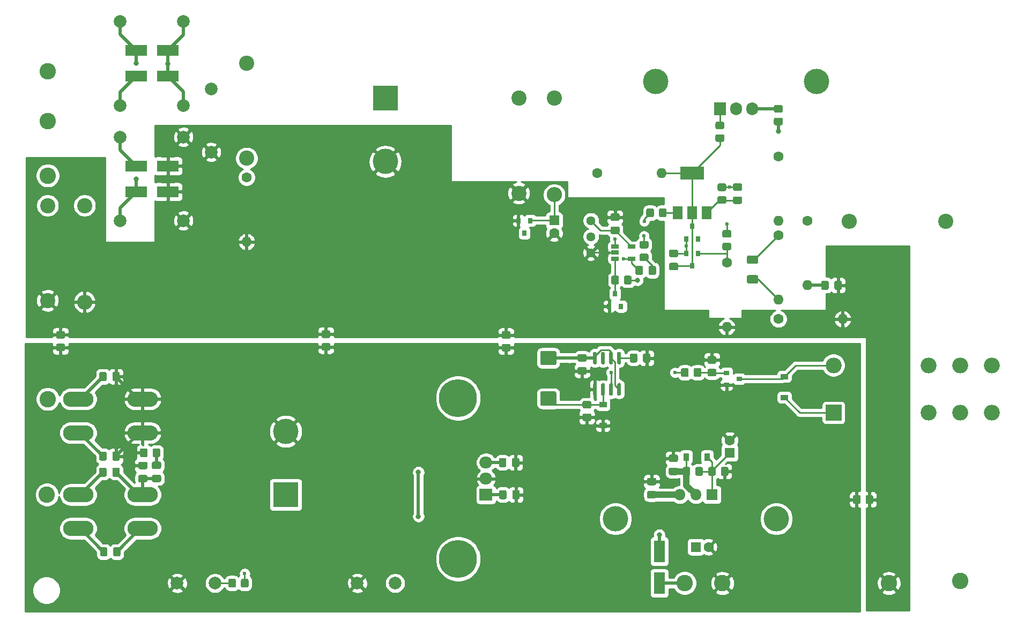
<source format=gbr>
G04 #@! TF.GenerationSoftware,KiCad,Pcbnew,(5.1.10-0-10_14)*
G04 #@! TF.CreationDate,2021-07-29T19:40:43+02:00*
G04 #@! TF.ProjectId,hv-power-supply-v1,68762d70-6f77-4657-922d-737570706c79,rev?*
G04 #@! TF.SameCoordinates,Original*
G04 #@! TF.FileFunction,Copper,L1,Top*
G04 #@! TF.FilePolarity,Positive*
%FSLAX46Y46*%
G04 Gerber Fmt 4.6, Leading zero omitted, Abs format (unit mm)*
G04 Created by KiCad (PCBNEW (5.1.10-0-10_14)) date 2021-07-29 19:40:43*
%MOMM*%
%LPD*%
G01*
G04 APERTURE LIST*
G04 #@! TA.AperFunction,ComponentPad*
%ADD10O,1.600000X1.600000*%
G04 #@! TD*
G04 #@! TA.AperFunction,ComponentPad*
%ADD11C,1.600000*%
G04 #@! TD*
G04 #@! TA.AperFunction,ComponentPad*
%ADD12C,2.400000*%
G04 #@! TD*
G04 #@! TA.AperFunction,ComponentPad*
%ADD13C,2.000000*%
G04 #@! TD*
G04 #@! TA.AperFunction,SMDPad,CuDef*
%ADD14R,1.500000X2.000000*%
G04 #@! TD*
G04 #@! TA.AperFunction,SMDPad,CuDef*
%ADD15R,3.800000X2.000000*%
G04 #@! TD*
G04 #@! TA.AperFunction,ComponentPad*
%ADD16C,6.000000*%
G04 #@! TD*
G04 #@! TA.AperFunction,SMDPad,CuDef*
%ADD17R,0.800000X0.900000*%
G04 #@! TD*
G04 #@! TA.AperFunction,SMDPad,CuDef*
%ADD18R,0.900000X0.800000*%
G04 #@! TD*
G04 #@! TA.AperFunction,SMDPad,CuDef*
%ADD19R,1.220000X0.650000*%
G04 #@! TD*
G04 #@! TA.AperFunction,ComponentPad*
%ADD20C,4.000000*%
G04 #@! TD*
G04 #@! TA.AperFunction,ComponentPad*
%ADD21R,4.000000X4.000000*%
G04 #@! TD*
G04 #@! TA.AperFunction,ComponentPad*
%ADD22R,2.000000X1.905000*%
G04 #@! TD*
G04 #@! TA.AperFunction,ComponentPad*
%ADD23O,2.000000X1.905000*%
G04 #@! TD*
G04 #@! TA.AperFunction,SMDPad,CuDef*
%ADD24R,1.800000X3.500000*%
G04 #@! TD*
G04 #@! TA.AperFunction,ComponentPad*
%ADD25O,2.400000X2.400000*%
G04 #@! TD*
G04 #@! TA.AperFunction,ComponentPad*
%ADD26O,4.800600X2.400300*%
G04 #@! TD*
G04 #@! TA.AperFunction,SMDPad,CuDef*
%ADD27R,0.900000X1.200000*%
G04 #@! TD*
G04 #@! TA.AperFunction,ComponentPad*
%ADD28R,1.600000X1.600000*%
G04 #@! TD*
G04 #@! TA.AperFunction,SMDPad,CuDef*
%ADD29R,3.500000X1.800000*%
G04 #@! TD*
G04 #@! TA.AperFunction,ComponentPad*
%ADD30O,1.905000X2.000000*%
G04 #@! TD*
G04 #@! TA.AperFunction,ComponentPad*
%ADD31R,1.905000X2.000000*%
G04 #@! TD*
G04 #@! TA.AperFunction,ComponentPad*
%ADD32C,2.600000*%
G04 #@! TD*
G04 #@! TA.AperFunction,ComponentPad*
%ADD33C,1.440000*%
G04 #@! TD*
G04 #@! TA.AperFunction,ComponentPad*
%ADD34O,2.500000X2.500000*%
G04 #@! TD*
G04 #@! TA.AperFunction,ComponentPad*
%ADD35R,2.500000X2.500000*%
G04 #@! TD*
G04 #@! TA.AperFunction,SMDPad,CuDef*
%ADD36R,1.200000X0.900000*%
G04 #@! TD*
G04 #@! TA.AperFunction,ComponentPad*
%ADD37R,1.800000X1.800000*%
G04 #@! TD*
G04 #@! TA.AperFunction,ComponentPad*
%ADD38O,1.800000X1.800000*%
G04 #@! TD*
G04 #@! TA.AperFunction,ViaPad*
%ADD39C,0.800000*%
G04 #@! TD*
G04 #@! TA.AperFunction,ViaPad*
%ADD40C,0.600000*%
G04 #@! TD*
G04 #@! TA.AperFunction,Conductor*
%ADD41C,0.250000*%
G04 #@! TD*
G04 #@! TA.AperFunction,Conductor*
%ADD42C,0.500000*%
G04 #@! TD*
G04 #@! TA.AperFunction,Conductor*
%ADD43C,1.000000*%
G04 #@! TD*
G04 #@! TA.AperFunction,Conductor*
%ADD44C,0.254000*%
G04 #@! TD*
G04 #@! TA.AperFunction,Conductor*
%ADD45C,0.100000*%
G04 #@! TD*
G04 APERTURE END LIST*
D10*
X90805000Y-85788500D03*
D11*
X90805000Y-75628500D03*
D12*
X90805000Y-57594500D03*
X90805000Y-72594500D03*
D13*
X85217000Y-61628000D03*
X85217000Y-71628000D03*
G04 #@! TA.AperFunction,SMDPad,CuDef*
G36*
G01*
X75165000Y-118675999D02*
X75165000Y-119576001D01*
G75*
G02*
X74915001Y-119826000I-249999J0D01*
G01*
X74214999Y-119826000D01*
G75*
G02*
X73965000Y-119576001I0J249999D01*
G01*
X73965000Y-118675999D01*
G75*
G02*
X74214999Y-118426000I249999J0D01*
G01*
X74915001Y-118426000D01*
G75*
G02*
X75165000Y-118675999I0J-249999D01*
G01*
G37*
G04 #@! TD.AperFunction*
G04 #@! TA.AperFunction,SMDPad,CuDef*
G36*
G01*
X77165000Y-118675999D02*
X77165000Y-119576001D01*
G75*
G02*
X76915001Y-119826000I-249999J0D01*
G01*
X76214999Y-119826000D01*
G75*
G02*
X75965000Y-119576001I0J249999D01*
G01*
X75965000Y-118675999D01*
G75*
G02*
X76214999Y-118426000I249999J0D01*
G01*
X76915001Y-118426000D01*
G75*
G02*
X77165000Y-118675999I0J-249999D01*
G01*
G37*
G04 #@! TD.AperFunction*
G04 #@! TA.AperFunction,SMDPad,CuDef*
G36*
G01*
X77056000Y-121702500D02*
X76106000Y-121702500D01*
G75*
G02*
X75856000Y-121452500I0J250000D01*
G01*
X75856000Y-120777500D01*
G75*
G02*
X76106000Y-120527500I250000J0D01*
G01*
X77056000Y-120527500D01*
G75*
G02*
X77306000Y-120777500I0J-250000D01*
G01*
X77306000Y-121452500D01*
G75*
G02*
X77056000Y-121702500I-250000J0D01*
G01*
G37*
G04 #@! TD.AperFunction*
G04 #@! TA.AperFunction,SMDPad,CuDef*
G36*
G01*
X77056000Y-123777500D02*
X76106000Y-123777500D01*
G75*
G02*
X75856000Y-123527500I0J250000D01*
G01*
X75856000Y-122852500D01*
G75*
G02*
X76106000Y-122602500I250000J0D01*
G01*
X77056000Y-122602500D01*
G75*
G02*
X77306000Y-122852500I0J-250000D01*
G01*
X77306000Y-123527500D01*
G75*
G02*
X77056000Y-123777500I-250000J0D01*
G01*
G37*
G04 #@! TD.AperFunction*
G04 #@! TA.AperFunction,SMDPad,CuDef*
G36*
G01*
X74897000Y-121724000D02*
X73947000Y-121724000D01*
G75*
G02*
X73697000Y-121474000I0J250000D01*
G01*
X73697000Y-120799000D01*
G75*
G02*
X73947000Y-120549000I250000J0D01*
G01*
X74897000Y-120549000D01*
G75*
G02*
X75147000Y-120799000I0J-250000D01*
G01*
X75147000Y-121474000D01*
G75*
G02*
X74897000Y-121724000I-250000J0D01*
G01*
G37*
G04 #@! TD.AperFunction*
G04 #@! TA.AperFunction,SMDPad,CuDef*
G36*
G01*
X74897000Y-123799000D02*
X73947000Y-123799000D01*
G75*
G02*
X73697000Y-123549000I0J250000D01*
G01*
X73697000Y-122874000D01*
G75*
G02*
X73947000Y-122624000I250000J0D01*
G01*
X74897000Y-122624000D01*
G75*
G02*
X75147000Y-122874000I0J-250000D01*
G01*
X75147000Y-123549000D01*
G75*
G02*
X74897000Y-123799000I-250000J0D01*
G01*
G37*
G04 #@! TD.AperFunction*
D14*
X158863000Y-81216500D03*
X163463000Y-81216500D03*
X161163000Y-81216500D03*
D15*
X161163000Y-74916500D03*
D16*
X124206000Y-135890000D03*
X124206000Y-110490000D03*
D17*
X161160500Y-89630000D03*
X160210500Y-87630000D03*
X162110500Y-87630000D03*
D18*
X168602000Y-107465000D03*
X166602000Y-108415000D03*
X166602000Y-106515000D03*
D19*
X151616400Y-86550500D03*
X151616400Y-88450500D03*
X148996400Y-88450500D03*
X148996400Y-87500500D03*
X148996400Y-86550500D03*
D20*
X96990000Y-115753000D03*
D21*
X96990000Y-125753000D03*
D22*
X128613000Y-125753000D03*
D23*
X128613000Y-123213000D03*
X128613000Y-120673000D03*
D20*
X155410000Y-60475000D03*
X180810000Y-60475000D03*
X149060000Y-129563000D03*
X174460000Y-129563000D03*
D24*
X155981500Y-139723000D03*
X155981500Y-134723000D03*
D25*
X185991500Y-82550000D03*
D12*
X201231500Y-82550000D03*
D26*
X64224000Y-110640000D03*
X74384000Y-110640000D03*
X74384000Y-131087000D03*
X64224000Y-131087000D03*
X74384000Y-125753000D03*
X64224000Y-125753000D03*
X64224000Y-115974000D03*
X74384000Y-115974000D03*
D27*
X163536000Y-119784000D03*
X160236000Y-119784000D03*
D11*
X167094000Y-117149000D03*
D28*
X167094000Y-119149000D03*
G04 #@! TA.AperFunction,SMDPad,CuDef*
G36*
G01*
X61880001Y-101080000D02*
X60979999Y-101080000D01*
G75*
G02*
X60730000Y-100830001I0J249999D01*
G01*
X60730000Y-100129999D01*
G75*
G02*
X60979999Y-99880000I249999J0D01*
G01*
X61880001Y-99880000D01*
G75*
G02*
X62130000Y-100129999I0J-249999D01*
G01*
X62130000Y-100830001D01*
G75*
G02*
X61880001Y-101080000I-249999J0D01*
G01*
G37*
G04 #@! TD.AperFunction*
G04 #@! TA.AperFunction,SMDPad,CuDef*
G36*
G01*
X61880001Y-103080000D02*
X60979999Y-103080000D01*
G75*
G02*
X60730000Y-102830001I0J249999D01*
G01*
X60730000Y-102129999D01*
G75*
G02*
X60979999Y-101880000I249999J0D01*
G01*
X61880001Y-101880000D01*
G75*
G02*
X62130000Y-102129999I0J-249999D01*
G01*
X62130000Y-102830001D01*
G75*
G02*
X61880001Y-103080000I-249999J0D01*
G01*
G37*
G04 #@! TD.AperFunction*
D25*
X65214500Y-95313500D03*
D12*
X65214500Y-80073500D03*
D29*
X73368000Y-59586000D03*
X78368000Y-59586000D03*
X78368000Y-73810000D03*
X73368000Y-73810000D03*
X78368000Y-77874000D03*
X73368000Y-77874000D03*
X73368000Y-55522000D03*
X78368000Y-55522000D03*
D13*
X70828000Y-69238000D03*
X80828000Y-69238000D03*
X70828000Y-82446000D03*
X80828000Y-82446000D03*
X70828000Y-64285000D03*
X80828000Y-64285000D03*
X70828000Y-50950000D03*
X80828000Y-50950000D03*
G04 #@! TA.AperFunction,SMDPad,CuDef*
G36*
G01*
X145971500Y-105138000D02*
X145671500Y-105138000D01*
G75*
G02*
X145521500Y-104988000I0J150000D01*
G01*
X145521500Y-103338000D01*
G75*
G02*
X145671500Y-103188000I150000J0D01*
G01*
X145971500Y-103188000D01*
G75*
G02*
X146121500Y-103338000I0J-150000D01*
G01*
X146121500Y-104988000D01*
G75*
G02*
X145971500Y-105138000I-150000J0D01*
G01*
G37*
G04 #@! TD.AperFunction*
G04 #@! TA.AperFunction,SMDPad,CuDef*
G36*
G01*
X147241500Y-105138000D02*
X146941500Y-105138000D01*
G75*
G02*
X146791500Y-104988000I0J150000D01*
G01*
X146791500Y-103338000D01*
G75*
G02*
X146941500Y-103188000I150000J0D01*
G01*
X147241500Y-103188000D01*
G75*
G02*
X147391500Y-103338000I0J-150000D01*
G01*
X147391500Y-104988000D01*
G75*
G02*
X147241500Y-105138000I-150000J0D01*
G01*
G37*
G04 #@! TD.AperFunction*
G04 #@! TA.AperFunction,SMDPad,CuDef*
G36*
G01*
X148511500Y-105138000D02*
X148211500Y-105138000D01*
G75*
G02*
X148061500Y-104988000I0J150000D01*
G01*
X148061500Y-103338000D01*
G75*
G02*
X148211500Y-103188000I150000J0D01*
G01*
X148511500Y-103188000D01*
G75*
G02*
X148661500Y-103338000I0J-150000D01*
G01*
X148661500Y-104988000D01*
G75*
G02*
X148511500Y-105138000I-150000J0D01*
G01*
G37*
G04 #@! TD.AperFunction*
G04 #@! TA.AperFunction,SMDPad,CuDef*
G36*
G01*
X149781500Y-105138000D02*
X149481500Y-105138000D01*
G75*
G02*
X149331500Y-104988000I0J150000D01*
G01*
X149331500Y-103338000D01*
G75*
G02*
X149481500Y-103188000I150000J0D01*
G01*
X149781500Y-103188000D01*
G75*
G02*
X149931500Y-103338000I0J-150000D01*
G01*
X149931500Y-104988000D01*
G75*
G02*
X149781500Y-105138000I-150000J0D01*
G01*
G37*
G04 #@! TD.AperFunction*
G04 #@! TA.AperFunction,SMDPad,CuDef*
G36*
G01*
X149781500Y-110088000D02*
X149481500Y-110088000D01*
G75*
G02*
X149331500Y-109938000I0J150000D01*
G01*
X149331500Y-108288000D01*
G75*
G02*
X149481500Y-108138000I150000J0D01*
G01*
X149781500Y-108138000D01*
G75*
G02*
X149931500Y-108288000I0J-150000D01*
G01*
X149931500Y-109938000D01*
G75*
G02*
X149781500Y-110088000I-150000J0D01*
G01*
G37*
G04 #@! TD.AperFunction*
G04 #@! TA.AperFunction,SMDPad,CuDef*
G36*
G01*
X148511500Y-110088000D02*
X148211500Y-110088000D01*
G75*
G02*
X148061500Y-109938000I0J150000D01*
G01*
X148061500Y-108288000D01*
G75*
G02*
X148211500Y-108138000I150000J0D01*
G01*
X148511500Y-108138000D01*
G75*
G02*
X148661500Y-108288000I0J-150000D01*
G01*
X148661500Y-109938000D01*
G75*
G02*
X148511500Y-110088000I-150000J0D01*
G01*
G37*
G04 #@! TD.AperFunction*
G04 #@! TA.AperFunction,SMDPad,CuDef*
G36*
G01*
X147241500Y-110088000D02*
X146941500Y-110088000D01*
G75*
G02*
X146791500Y-109938000I0J150000D01*
G01*
X146791500Y-108288000D01*
G75*
G02*
X146941500Y-108138000I150000J0D01*
G01*
X147241500Y-108138000D01*
G75*
G02*
X147391500Y-108288000I0J-150000D01*
G01*
X147391500Y-109938000D01*
G75*
G02*
X147241500Y-110088000I-150000J0D01*
G01*
G37*
G04 #@! TD.AperFunction*
G04 #@! TA.AperFunction,SMDPad,CuDef*
G36*
G01*
X145971500Y-110088000D02*
X145671500Y-110088000D01*
G75*
G02*
X145521500Y-109938000I0J150000D01*
G01*
X145521500Y-108288000D01*
G75*
G02*
X145671500Y-108138000I150000J0D01*
G01*
X145971500Y-108138000D01*
G75*
G02*
X146121500Y-108288000I0J-150000D01*
G01*
X146121500Y-109938000D01*
G75*
G02*
X145971500Y-110088000I-150000J0D01*
G01*
G37*
G04 #@! TD.AperFunction*
G04 #@! TA.AperFunction,SMDPad,CuDef*
G36*
G01*
X165994501Y-68005500D02*
X165094499Y-68005500D01*
G75*
G02*
X164844500Y-67755501I0J249999D01*
G01*
X164844500Y-67055499D01*
G75*
G02*
X165094499Y-66805500I249999J0D01*
G01*
X165994501Y-66805500D01*
G75*
G02*
X166244500Y-67055499I0J-249999D01*
G01*
X166244500Y-67755501D01*
G75*
G02*
X165994501Y-68005500I-249999J0D01*
G01*
G37*
G04 #@! TD.AperFunction*
G04 #@! TA.AperFunction,SMDPad,CuDef*
G36*
G01*
X165994501Y-70005500D02*
X165094499Y-70005500D01*
G75*
G02*
X164844500Y-69755501I0J249999D01*
G01*
X164844500Y-69055499D01*
G75*
G02*
X165094499Y-68805500I249999J0D01*
G01*
X165994501Y-68805500D01*
G75*
G02*
X166244500Y-69055499I0J-249999D01*
G01*
X166244500Y-69755501D01*
G75*
G02*
X165994501Y-70005500I-249999J0D01*
G01*
G37*
G04 #@! TD.AperFunction*
D10*
X166649500Y-99273500D03*
D11*
X166649500Y-89113500D03*
D10*
X156337000Y-74930000D03*
D11*
X146177000Y-74930000D03*
D10*
X174777500Y-82509500D03*
D11*
X174777500Y-72349500D03*
G04 #@! TA.AperFunction,SMDPad,CuDef*
G36*
G01*
X174327499Y-66193000D02*
X175227501Y-66193000D01*
G75*
G02*
X175477500Y-66442999I0J-249999D01*
G01*
X175477500Y-67143001D01*
G75*
G02*
X175227501Y-67393000I-249999J0D01*
G01*
X174327499Y-67393000D01*
G75*
G02*
X174077500Y-67143001I0J249999D01*
G01*
X174077500Y-66442999D01*
G75*
G02*
X174327499Y-66193000I249999J0D01*
G01*
G37*
G04 #@! TD.AperFunction*
G04 #@! TA.AperFunction,SMDPad,CuDef*
G36*
G01*
X174327499Y-64193000D02*
X175227501Y-64193000D01*
G75*
G02*
X175477500Y-64442999I0J-249999D01*
G01*
X175477500Y-65143001D01*
G75*
G02*
X175227501Y-65393000I-249999J0D01*
G01*
X174327499Y-65393000D01*
G75*
G02*
X174077500Y-65143001I0J249999D01*
G01*
X174077500Y-64442999D01*
G75*
G02*
X174327499Y-64193000I249999J0D01*
G01*
G37*
G04 #@! TD.AperFunction*
G04 #@! TA.AperFunction,SMDPad,CuDef*
G36*
G01*
X170063497Y-91068000D02*
X171363503Y-91068000D01*
G75*
G02*
X171613500Y-91317997I0J-249997D01*
G01*
X171613500Y-92143003D01*
G75*
G02*
X171363503Y-92393000I-249997J0D01*
G01*
X170063497Y-92393000D01*
G75*
G02*
X169813500Y-92143003I0J249997D01*
G01*
X169813500Y-91317997D01*
G75*
G02*
X170063497Y-91068000I249997J0D01*
G01*
G37*
G04 #@! TD.AperFunction*
G04 #@! TA.AperFunction,SMDPad,CuDef*
G36*
G01*
X170063497Y-87943000D02*
X171363503Y-87943000D01*
G75*
G02*
X171613500Y-88192997I0J-249997D01*
G01*
X171613500Y-89018003D01*
G75*
G02*
X171363503Y-89268000I-249997J0D01*
G01*
X170063497Y-89268000D01*
G75*
G02*
X169813500Y-89018003I0J249997D01*
G01*
X169813500Y-88192997D01*
G75*
G02*
X170063497Y-87943000I249997J0D01*
G01*
G37*
G04 #@! TD.AperFunction*
G04 #@! TA.AperFunction,SMDPad,CuDef*
G36*
G01*
X183631000Y-93144500D02*
X183631000Y-92194500D01*
G75*
G02*
X183881000Y-91944500I250000J0D01*
G01*
X184556000Y-91944500D01*
G75*
G02*
X184806000Y-92194500I0J-250000D01*
G01*
X184806000Y-93144500D01*
G75*
G02*
X184556000Y-93394500I-250000J0D01*
G01*
X183881000Y-93394500D01*
G75*
G02*
X183631000Y-93144500I0J250000D01*
G01*
G37*
G04 #@! TD.AperFunction*
G04 #@! TA.AperFunction,SMDPad,CuDef*
G36*
G01*
X181556000Y-93144500D02*
X181556000Y-92194500D01*
G75*
G02*
X181806000Y-91944500I250000J0D01*
G01*
X182481000Y-91944500D01*
G75*
G02*
X182731000Y-92194500I0J-250000D01*
G01*
X182731000Y-93144500D01*
G75*
G02*
X182481000Y-93394500I-250000J0D01*
G01*
X181806000Y-93394500D01*
G75*
G02*
X181556000Y-93144500I0J250000D01*
G01*
G37*
G04 #@! TD.AperFunction*
D30*
X170650000Y-64793000D03*
X168110000Y-64793000D03*
D31*
X165570000Y-64793000D03*
G04 #@! TA.AperFunction,SMDPad,CuDef*
G36*
G01*
X188560000Y-126965001D02*
X188560000Y-126064999D01*
G75*
G02*
X188809999Y-125815000I249999J0D01*
G01*
X189510001Y-125815000D01*
G75*
G02*
X189760000Y-126064999I0J-249999D01*
G01*
X189760000Y-126965001D01*
G75*
G02*
X189510001Y-127215000I-249999J0D01*
G01*
X188809999Y-127215000D01*
G75*
G02*
X188560000Y-126965001I0J249999D01*
G01*
G37*
G04 #@! TD.AperFunction*
G04 #@! TA.AperFunction,SMDPad,CuDef*
G36*
G01*
X186560000Y-126965001D02*
X186560000Y-126064999D01*
G75*
G02*
X186809999Y-125815000I249999J0D01*
G01*
X187510001Y-125815000D01*
G75*
G02*
X187760000Y-126064999I0J-249999D01*
G01*
X187760000Y-126965001D01*
G75*
G02*
X187510001Y-127215000I-249999J0D01*
G01*
X186809999Y-127215000D01*
G75*
G02*
X186560000Y-126965001I0J249999D01*
G01*
G37*
G04 #@! TD.AperFunction*
G04 #@! TA.AperFunction,SMDPad,CuDef*
G36*
G01*
X132238001Y-101112000D02*
X131337999Y-101112000D01*
G75*
G02*
X131088000Y-100862001I0J249999D01*
G01*
X131088000Y-100161999D01*
G75*
G02*
X131337999Y-99912000I249999J0D01*
G01*
X132238001Y-99912000D01*
G75*
G02*
X132488000Y-100161999I0J-249999D01*
G01*
X132488000Y-100862001D01*
G75*
G02*
X132238001Y-101112000I-249999J0D01*
G01*
G37*
G04 #@! TD.AperFunction*
G04 #@! TA.AperFunction,SMDPad,CuDef*
G36*
G01*
X132238001Y-103112000D02*
X131337999Y-103112000D01*
G75*
G02*
X131088000Y-102862001I0J249999D01*
G01*
X131088000Y-102161999D01*
G75*
G02*
X131337999Y-101912000I249999J0D01*
G01*
X132238001Y-101912000D01*
G75*
G02*
X132488000Y-102161999I0J-249999D01*
G01*
X132488000Y-102862001D01*
G75*
G02*
X132238001Y-103112000I-249999J0D01*
G01*
G37*
G04 #@! TD.AperFunction*
G04 #@! TA.AperFunction,SMDPad,CuDef*
G36*
G01*
X103790001Y-100985000D02*
X102889999Y-100985000D01*
G75*
G02*
X102640000Y-100735001I0J249999D01*
G01*
X102640000Y-100034999D01*
G75*
G02*
X102889999Y-99785000I249999J0D01*
G01*
X103790001Y-99785000D01*
G75*
G02*
X104040000Y-100034999I0J-249999D01*
G01*
X104040000Y-100735001D01*
G75*
G02*
X103790001Y-100985000I-249999J0D01*
G01*
G37*
G04 #@! TD.AperFunction*
G04 #@! TA.AperFunction,SMDPad,CuDef*
G36*
G01*
X103790001Y-102985000D02*
X102889999Y-102985000D01*
G75*
G02*
X102640000Y-102735001I0J249999D01*
G01*
X102640000Y-102034999D01*
G75*
G02*
X102889999Y-101785000I249999J0D01*
G01*
X103790001Y-101785000D01*
G75*
G02*
X104040000Y-102034999I0J-249999D01*
G01*
X104040000Y-102735001D01*
G75*
G02*
X103790001Y-102985000I-249999J0D01*
G01*
G37*
G04 #@! TD.AperFunction*
G04 #@! TA.AperFunction,SMDPad,CuDef*
G36*
G01*
X166199499Y-85941500D02*
X167099501Y-85941500D01*
G75*
G02*
X167349500Y-86191499I0J-249999D01*
G01*
X167349500Y-86891501D01*
G75*
G02*
X167099501Y-87141500I-249999J0D01*
G01*
X166199499Y-87141500D01*
G75*
G02*
X165949500Y-86891501I0J249999D01*
G01*
X165949500Y-86191499D01*
G75*
G02*
X166199499Y-85941500I249999J0D01*
G01*
G37*
G04 #@! TD.AperFunction*
G04 #@! TA.AperFunction,SMDPad,CuDef*
G36*
G01*
X166199499Y-83941500D02*
X167099501Y-83941500D01*
G75*
G02*
X167349500Y-84191499I0J-249999D01*
G01*
X167349500Y-84891501D01*
G75*
G02*
X167099501Y-85141500I-249999J0D01*
G01*
X166199499Y-85141500D01*
G75*
G02*
X165949500Y-84891501I0J249999D01*
G01*
X165949500Y-84191499D01*
G75*
G02*
X166199499Y-83941500I249999J0D01*
G01*
G37*
G04 #@! TD.AperFunction*
G04 #@! TA.AperFunction,SMDPad,CuDef*
G36*
G01*
X161668000Y-122520001D02*
X161668000Y-121619999D01*
G75*
G02*
X161917999Y-121370000I249999J0D01*
G01*
X162618001Y-121370000D01*
G75*
G02*
X162868000Y-121619999I0J-249999D01*
G01*
X162868000Y-122520001D01*
G75*
G02*
X162618001Y-122770000I-249999J0D01*
G01*
X161917999Y-122770000D01*
G75*
G02*
X161668000Y-122520001I0J249999D01*
G01*
G37*
G04 #@! TD.AperFunction*
G04 #@! TA.AperFunction,SMDPad,CuDef*
G36*
G01*
X159668000Y-122520001D02*
X159668000Y-121619999D01*
G75*
G02*
X159917999Y-121370000I249999J0D01*
G01*
X160618001Y-121370000D01*
G75*
G02*
X160868000Y-121619999I0J-249999D01*
G01*
X160868000Y-122520001D01*
G75*
G02*
X160618001Y-122770000I-249999J0D01*
G01*
X159917999Y-122770000D01*
G75*
G02*
X159668000Y-122520001I0J249999D01*
G01*
G37*
G04 #@! TD.AperFunction*
G04 #@! TA.AperFunction,SMDPad,CuDef*
G36*
G01*
X165700000Y-122520001D02*
X165700000Y-121619999D01*
G75*
G02*
X165949999Y-121370000I249999J0D01*
G01*
X166650001Y-121370000D01*
G75*
G02*
X166900000Y-121619999I0J-249999D01*
G01*
X166900000Y-122520001D01*
G75*
G02*
X166650001Y-122770000I-249999J0D01*
G01*
X165949999Y-122770000D01*
G75*
G02*
X165700000Y-122520001I0J249999D01*
G01*
G37*
G04 #@! TD.AperFunction*
G04 #@! TA.AperFunction,SMDPad,CuDef*
G36*
G01*
X163700000Y-122520001D02*
X163700000Y-121619999D01*
G75*
G02*
X163949999Y-121370000I249999J0D01*
G01*
X164650001Y-121370000D01*
G75*
G02*
X164900000Y-121619999I0J-249999D01*
G01*
X164900000Y-122520001D01*
G75*
G02*
X164650001Y-122770000I-249999J0D01*
G01*
X163949999Y-122770000D01*
G75*
G02*
X163700000Y-122520001I0J249999D01*
G01*
G37*
G04 #@! TD.AperFunction*
G04 #@! TA.AperFunction,SMDPad,CuDef*
G36*
G01*
X89113000Y-139272999D02*
X89113000Y-140173001D01*
G75*
G02*
X88863001Y-140423000I-249999J0D01*
G01*
X88162999Y-140423000D01*
G75*
G02*
X87913000Y-140173001I0J249999D01*
G01*
X87913000Y-139272999D01*
G75*
G02*
X88162999Y-139023000I249999J0D01*
G01*
X88863001Y-139023000D01*
G75*
G02*
X89113000Y-139272999I0J-249999D01*
G01*
G37*
G04 #@! TD.AperFunction*
G04 #@! TA.AperFunction,SMDPad,CuDef*
G36*
G01*
X91113000Y-139272999D02*
X91113000Y-140173001D01*
G75*
G02*
X90863001Y-140423000I-249999J0D01*
G01*
X90162999Y-140423000D01*
G75*
G02*
X89913000Y-140173001I0J249999D01*
G01*
X89913000Y-139272999D01*
G75*
G02*
X90162999Y-139023000I249999J0D01*
G01*
X90863001Y-139023000D01*
G75*
G02*
X91113000Y-139272999I0J-249999D01*
G01*
G37*
G04 #@! TD.AperFunction*
G04 #@! TA.AperFunction,SMDPad,CuDef*
G36*
G01*
X163849999Y-105849000D02*
X164750001Y-105849000D01*
G75*
G02*
X165000000Y-106098999I0J-249999D01*
G01*
X165000000Y-106799001D01*
G75*
G02*
X164750001Y-107049000I-249999J0D01*
G01*
X163849999Y-107049000D01*
G75*
G02*
X163600000Y-106799001I0J249999D01*
G01*
X163600000Y-106098999D01*
G75*
G02*
X163849999Y-105849000I249999J0D01*
G01*
G37*
G04 #@! TD.AperFunction*
G04 #@! TA.AperFunction,SMDPad,CuDef*
G36*
G01*
X163849999Y-103849000D02*
X164750001Y-103849000D01*
G75*
G02*
X165000000Y-104098999I0J-249999D01*
G01*
X165000000Y-104799001D01*
G75*
G02*
X164750001Y-105049000I-249999J0D01*
G01*
X163849999Y-105049000D01*
G75*
G02*
X163600000Y-104799001I0J249999D01*
G01*
X163600000Y-104098999D01*
G75*
G02*
X163849999Y-103849000I249999J0D01*
G01*
G37*
G04 #@! TD.AperFunction*
G04 #@! TA.AperFunction,SMDPad,CuDef*
G36*
G01*
X161414000Y-106899001D02*
X161414000Y-105998999D01*
G75*
G02*
X161663999Y-105749000I249999J0D01*
G01*
X162364001Y-105749000D01*
G75*
G02*
X162614000Y-105998999I0J-249999D01*
G01*
X162614000Y-106899001D01*
G75*
G02*
X162364001Y-107149000I-249999J0D01*
G01*
X161663999Y-107149000D01*
G75*
G02*
X161414000Y-106899001I0J249999D01*
G01*
G37*
G04 #@! TD.AperFunction*
G04 #@! TA.AperFunction,SMDPad,CuDef*
G36*
G01*
X159414000Y-106899001D02*
X159414000Y-105998999D01*
G75*
G02*
X159663999Y-105749000I249999J0D01*
G01*
X160364001Y-105749000D01*
G75*
G02*
X160614000Y-105998999I0J-249999D01*
G01*
X160614000Y-106899001D01*
G75*
G02*
X160364001Y-107149000I-249999J0D01*
G01*
X159663999Y-107149000D01*
G75*
G02*
X159414000Y-106899001I0J249999D01*
G01*
G37*
G04 #@! TD.AperFunction*
G04 #@! TA.AperFunction,SMDPad,CuDef*
G36*
G01*
X144101499Y-112929000D02*
X145001501Y-112929000D01*
G75*
G02*
X145251500Y-113178999I0J-249999D01*
G01*
X145251500Y-113879001D01*
G75*
G02*
X145001501Y-114129000I-249999J0D01*
G01*
X144101499Y-114129000D01*
G75*
G02*
X143851500Y-113879001I0J249999D01*
G01*
X143851500Y-113178999D01*
G75*
G02*
X144101499Y-112929000I249999J0D01*
G01*
G37*
G04 #@! TD.AperFunction*
G04 #@! TA.AperFunction,SMDPad,CuDef*
G36*
G01*
X144101499Y-110929000D02*
X145001501Y-110929000D01*
G75*
G02*
X145251500Y-111178999I0J-249999D01*
G01*
X145251500Y-111879001D01*
G75*
G02*
X145001501Y-112129000I-249999J0D01*
G01*
X144101499Y-112129000D01*
G75*
G02*
X143851500Y-111879001I0J249999D01*
G01*
X143851500Y-111178999D01*
G75*
G02*
X144101499Y-110929000I249999J0D01*
G01*
G37*
G04 #@! TD.AperFunction*
G04 #@! TA.AperFunction,SMDPad,CuDef*
G36*
G01*
X158679000Y-120582500D02*
X157729000Y-120582500D01*
G75*
G02*
X157479000Y-120332500I0J250000D01*
G01*
X157479000Y-119657500D01*
G75*
G02*
X157729000Y-119407500I250000J0D01*
G01*
X158679000Y-119407500D01*
G75*
G02*
X158929000Y-119657500I0J-250000D01*
G01*
X158929000Y-120332500D01*
G75*
G02*
X158679000Y-120582500I-250000J0D01*
G01*
G37*
G04 #@! TD.AperFunction*
G04 #@! TA.AperFunction,SMDPad,CuDef*
G36*
G01*
X158679000Y-122657500D02*
X157729000Y-122657500D01*
G75*
G02*
X157479000Y-122407500I0J250000D01*
G01*
X157479000Y-121732500D01*
G75*
G02*
X157729000Y-121482500I250000J0D01*
G01*
X158679000Y-121482500D01*
G75*
G02*
X158929000Y-121732500I0J-250000D01*
G01*
X158929000Y-122407500D01*
G75*
G02*
X158679000Y-122657500I-250000J0D01*
G01*
G37*
G04 #@! TD.AperFunction*
G04 #@! TA.AperFunction,SMDPad,CuDef*
G36*
G01*
X155250000Y-124265500D02*
X154300000Y-124265500D01*
G75*
G02*
X154050000Y-124015500I0J250000D01*
G01*
X154050000Y-123340500D01*
G75*
G02*
X154300000Y-123090500I250000J0D01*
G01*
X155250000Y-123090500D01*
G75*
G02*
X155500000Y-123340500I0J-250000D01*
G01*
X155500000Y-124015500D01*
G75*
G02*
X155250000Y-124265500I-250000J0D01*
G01*
G37*
G04 #@! TD.AperFunction*
G04 #@! TA.AperFunction,SMDPad,CuDef*
G36*
G01*
X155250000Y-126340500D02*
X154300000Y-126340500D01*
G75*
G02*
X154050000Y-126090500I0J250000D01*
G01*
X154050000Y-125415500D01*
G75*
G02*
X154300000Y-125165500I250000J0D01*
G01*
X155250000Y-125165500D01*
G75*
G02*
X155500000Y-125415500I0J-250000D01*
G01*
X155500000Y-126090500D01*
G75*
G02*
X155250000Y-126340500I-250000J0D01*
G01*
G37*
G04 #@! TD.AperFunction*
G04 #@! TA.AperFunction,SMDPad,CuDef*
G36*
G01*
X143314500Y-105607500D02*
X144264500Y-105607500D01*
G75*
G02*
X144514500Y-105857500I0J-250000D01*
G01*
X144514500Y-106532500D01*
G75*
G02*
X144264500Y-106782500I-250000J0D01*
G01*
X143314500Y-106782500D01*
G75*
G02*
X143064500Y-106532500I0J250000D01*
G01*
X143064500Y-105857500D01*
G75*
G02*
X143314500Y-105607500I250000J0D01*
G01*
G37*
G04 #@! TD.AperFunction*
G04 #@! TA.AperFunction,SMDPad,CuDef*
G36*
G01*
X143314500Y-103532500D02*
X144264500Y-103532500D01*
G75*
G02*
X144514500Y-103782500I0J-250000D01*
G01*
X144514500Y-104457500D01*
G75*
G02*
X144264500Y-104707500I-250000J0D01*
G01*
X143314500Y-104707500D01*
G75*
G02*
X143064500Y-104457500I0J250000D01*
G01*
X143064500Y-103782500D01*
G75*
G02*
X143314500Y-103532500I250000J0D01*
G01*
G37*
G04 #@! TD.AperFunction*
G04 #@! TA.AperFunction,SMDPad,CuDef*
G36*
G01*
X153405000Y-104638000D02*
X153405000Y-103688000D01*
G75*
G02*
X153655000Y-103438000I250000J0D01*
G01*
X154330000Y-103438000D01*
G75*
G02*
X154580000Y-103688000I0J-250000D01*
G01*
X154580000Y-104638000D01*
G75*
G02*
X154330000Y-104888000I-250000J0D01*
G01*
X153655000Y-104888000D01*
G75*
G02*
X153405000Y-104638000I0J250000D01*
G01*
G37*
G04 #@! TD.AperFunction*
G04 #@! TA.AperFunction,SMDPad,CuDef*
G36*
G01*
X151330000Y-104638000D02*
X151330000Y-103688000D01*
G75*
G02*
X151580000Y-103438000I250000J0D01*
G01*
X152255000Y-103438000D01*
G75*
G02*
X152505000Y-103688000I0J-250000D01*
G01*
X152505000Y-104638000D01*
G75*
G02*
X152255000Y-104888000I-250000J0D01*
G01*
X151580000Y-104888000D01*
G75*
G02*
X151330000Y-104638000I0J250000D01*
G01*
G37*
G04 #@! TD.AperFunction*
G04 #@! TA.AperFunction,SMDPad,CuDef*
G36*
G01*
X130649500Y-121148000D02*
X130649500Y-120198000D01*
G75*
G02*
X130899500Y-119948000I250000J0D01*
G01*
X131574500Y-119948000D01*
G75*
G02*
X131824500Y-120198000I0J-250000D01*
G01*
X131824500Y-121148000D01*
G75*
G02*
X131574500Y-121398000I-250000J0D01*
G01*
X130899500Y-121398000D01*
G75*
G02*
X130649500Y-121148000I0J250000D01*
G01*
G37*
G04 #@! TD.AperFunction*
G04 #@! TA.AperFunction,SMDPad,CuDef*
G36*
G01*
X132724500Y-121148000D02*
X132724500Y-120198000D01*
G75*
G02*
X132974500Y-119948000I250000J0D01*
G01*
X133649500Y-119948000D01*
G75*
G02*
X133899500Y-120198000I0J-250000D01*
G01*
X133899500Y-121148000D01*
G75*
G02*
X133649500Y-121398000I-250000J0D01*
G01*
X132974500Y-121398000D01*
G75*
G02*
X132724500Y-121148000I0J250000D01*
G01*
G37*
G04 #@! TD.AperFunction*
G04 #@! TA.AperFunction,SMDPad,CuDef*
G36*
G01*
X130692500Y-126228000D02*
X130692500Y-125278000D01*
G75*
G02*
X130942500Y-125028000I250000J0D01*
G01*
X131617500Y-125028000D01*
G75*
G02*
X131867500Y-125278000I0J-250000D01*
G01*
X131867500Y-126228000D01*
G75*
G02*
X131617500Y-126478000I-250000J0D01*
G01*
X130942500Y-126478000D01*
G75*
G02*
X130692500Y-126228000I0J250000D01*
G01*
G37*
G04 #@! TD.AperFunction*
G04 #@! TA.AperFunction,SMDPad,CuDef*
G36*
G01*
X132767500Y-126228000D02*
X132767500Y-125278000D01*
G75*
G02*
X133017500Y-125028000I250000J0D01*
G01*
X133692500Y-125028000D01*
G75*
G02*
X133942500Y-125278000I0J-250000D01*
G01*
X133942500Y-126228000D01*
G75*
G02*
X133692500Y-126478000I-250000J0D01*
G01*
X133017500Y-126478000D01*
G75*
G02*
X132767500Y-126228000I0J250000D01*
G01*
G37*
G04 #@! TD.AperFunction*
D32*
X165951000Y-139723000D03*
X159982000Y-139723000D03*
X59398000Y-110640000D03*
X59271000Y-125753000D03*
X59398000Y-75334000D03*
X59398000Y-66698000D03*
X59398000Y-58824000D03*
D11*
X163760000Y-134008000D03*
D28*
X161760000Y-134008000D03*
G04 #@! TA.AperFunction,SMDPad,CuDef*
G36*
G01*
X137430499Y-109438000D02*
X139480501Y-109438000D01*
G75*
G02*
X139730500Y-109687999I0J-249999D01*
G01*
X139730500Y-111438001D01*
G75*
G02*
X139480501Y-111688000I-249999J0D01*
G01*
X137430499Y-111688000D01*
G75*
G02*
X137180500Y-111438001I0J249999D01*
G01*
X137180500Y-109687999D01*
G75*
G02*
X137430499Y-109438000I249999J0D01*
G01*
G37*
G04 #@! TD.AperFunction*
G04 #@! TA.AperFunction,SMDPad,CuDef*
G36*
G01*
X137430499Y-103038000D02*
X139480501Y-103038000D01*
G75*
G02*
X139730500Y-103287999I0J-249999D01*
G01*
X139730500Y-105038001D01*
G75*
G02*
X139480501Y-105288000I-249999J0D01*
G01*
X137430499Y-105288000D01*
G75*
G02*
X137180500Y-105038001I0J249999D01*
G01*
X137180500Y-103287999D01*
G75*
G02*
X137430499Y-103038000I249999J0D01*
G01*
G37*
G04 #@! TD.AperFunction*
D17*
X134683500Y-84439000D03*
X133733500Y-82439000D03*
X135633500Y-82439000D03*
D33*
X145186500Y-87526000D03*
X145186500Y-84986000D03*
X145186500Y-82446000D03*
D34*
X183496000Y-105299000D03*
X198496000Y-105299000D03*
X203496000Y-105299000D03*
X208496000Y-105299000D03*
X208496000Y-112799000D03*
X203496000Y-112799000D03*
X198496000Y-112799000D03*
D35*
X183496000Y-112799000D03*
D10*
X179349500Y-92669500D03*
D11*
X179349500Y-82509500D03*
G04 #@! TA.AperFunction,SMDPad,CuDef*
G36*
G01*
X165411999Y-78584500D02*
X166312001Y-78584500D01*
G75*
G02*
X166562000Y-78834499I0J-249999D01*
G01*
X166562000Y-79534501D01*
G75*
G02*
X166312001Y-79784500I-249999J0D01*
G01*
X165411999Y-79784500D01*
G75*
G02*
X165162000Y-79534501I0J249999D01*
G01*
X165162000Y-78834499D01*
G75*
G02*
X165411999Y-78584500I249999J0D01*
G01*
G37*
G04 #@! TD.AperFunction*
G04 #@! TA.AperFunction,SMDPad,CuDef*
G36*
G01*
X165411999Y-76584500D02*
X166312001Y-76584500D01*
G75*
G02*
X166562000Y-76834499I0J-249999D01*
G01*
X166562000Y-77534501D01*
G75*
G02*
X166312001Y-77784500I-249999J0D01*
G01*
X165411999Y-77784500D01*
G75*
G02*
X165162000Y-77534501I0J249999D01*
G01*
X165162000Y-76834499D01*
G75*
G02*
X165411999Y-76584500I249999J0D01*
G01*
G37*
G04 #@! TD.AperFunction*
G04 #@! TA.AperFunction,SMDPad,CuDef*
G36*
G01*
X149596500Y-91393999D02*
X149596500Y-92294001D01*
G75*
G02*
X149346501Y-92544000I-249999J0D01*
G01*
X148646499Y-92544000D01*
G75*
G02*
X148396500Y-92294001I0J249999D01*
G01*
X148396500Y-91393999D01*
G75*
G02*
X148646499Y-91144000I249999J0D01*
G01*
X149346501Y-91144000D01*
G75*
G02*
X149596500Y-91393999I0J-249999D01*
G01*
G37*
G04 #@! TD.AperFunction*
G04 #@! TA.AperFunction,SMDPad,CuDef*
G36*
G01*
X151596500Y-91393999D02*
X151596500Y-92294001D01*
G75*
G02*
X151346501Y-92544000I-249999J0D01*
G01*
X150646499Y-92544000D01*
G75*
G02*
X150396500Y-92294001I0J249999D01*
G01*
X150396500Y-91393999D01*
G75*
G02*
X150646499Y-91144000I249999J0D01*
G01*
X151346501Y-91144000D01*
G75*
G02*
X151596500Y-91393999I0J-249999D01*
G01*
G37*
G04 #@! TD.AperFunction*
G04 #@! TA.AperFunction,SMDPad,CuDef*
G36*
G01*
X155127500Y-80766499D02*
X155127500Y-81666501D01*
G75*
G02*
X154877501Y-81916500I-249999J0D01*
G01*
X154177499Y-81916500D01*
G75*
G02*
X153927500Y-81666501I0J249999D01*
G01*
X153927500Y-80766499D01*
G75*
G02*
X154177499Y-80516500I249999J0D01*
G01*
X154877501Y-80516500D01*
G75*
G02*
X155127500Y-80766499I0J-249999D01*
G01*
G37*
G04 #@! TD.AperFunction*
G04 #@! TA.AperFunction,SMDPad,CuDef*
G36*
G01*
X157127500Y-80766499D02*
X157127500Y-81666501D01*
G75*
G02*
X156877501Y-81916500I-249999J0D01*
G01*
X156177499Y-81916500D01*
G75*
G02*
X155927500Y-81666501I0J249999D01*
G01*
X155927500Y-80766499D01*
G75*
G02*
X156177499Y-80516500I249999J0D01*
G01*
X156877501Y-80516500D01*
G75*
G02*
X157127500Y-80766499I0J-249999D01*
G01*
G37*
G04 #@! TD.AperFunction*
G04 #@! TA.AperFunction,SMDPad,CuDef*
G36*
G01*
X154018501Y-86856000D02*
X153118499Y-86856000D01*
G75*
G02*
X152868500Y-86606001I0J249999D01*
G01*
X152868500Y-85905999D01*
G75*
G02*
X153118499Y-85656000I249999J0D01*
G01*
X154018501Y-85656000D01*
G75*
G02*
X154268500Y-85905999I0J-249999D01*
G01*
X154268500Y-86606001D01*
G75*
G02*
X154018501Y-86856000I-249999J0D01*
G01*
G37*
G04 #@! TD.AperFunction*
G04 #@! TA.AperFunction,SMDPad,CuDef*
G36*
G01*
X154018501Y-88856000D02*
X153118499Y-88856000D01*
G75*
G02*
X152868500Y-88606001I0J249999D01*
G01*
X152868500Y-87905999D01*
G75*
G02*
X153118499Y-87656000I249999J0D01*
G01*
X154018501Y-87656000D01*
G75*
G02*
X154268500Y-87905999I0J-249999D01*
G01*
X154268500Y-88606001D01*
G75*
G02*
X154018501Y-88856000I-249999J0D01*
G01*
G37*
G04 #@! TD.AperFunction*
D25*
X139382500Y-78359000D03*
D12*
X139382500Y-63119000D03*
D10*
X184937500Y-98003500D03*
D11*
X174777500Y-98003500D03*
D10*
X174777500Y-94955500D03*
D11*
X174777500Y-84795500D03*
D13*
X108293000Y-139723000D03*
X114262000Y-139723000D03*
X79845000Y-139723000D03*
X85814000Y-139723000D03*
D32*
X192240000Y-139723000D03*
X203543000Y-139342000D03*
D36*
X175730000Y-107085000D03*
X175730000Y-110385000D03*
D17*
X161165500Y-83344000D03*
X162115500Y-85344000D03*
X160215500Y-85344000D03*
X148996500Y-94003000D03*
X149946500Y-96003000D03*
X148046500Y-96003000D03*
D36*
X147091500Y-114829000D03*
X147091500Y-111529000D03*
G04 #@! TA.AperFunction,SMDPad,CuDef*
G36*
G01*
X68832500Y-134295000D02*
X68832500Y-135245000D01*
G75*
G02*
X68582500Y-135495000I-250000J0D01*
G01*
X67907500Y-135495000D01*
G75*
G02*
X67657500Y-135245000I0J250000D01*
G01*
X67657500Y-134295000D01*
G75*
G02*
X67907500Y-134045000I250000J0D01*
G01*
X68582500Y-134045000D01*
G75*
G02*
X68832500Y-134295000I0J-250000D01*
G01*
G37*
G04 #@! TD.AperFunction*
G04 #@! TA.AperFunction,SMDPad,CuDef*
G36*
G01*
X70907500Y-134295000D02*
X70907500Y-135245000D01*
G75*
G02*
X70657500Y-135495000I-250000J0D01*
G01*
X69982500Y-135495000D01*
G75*
G02*
X69732500Y-135245000I0J250000D01*
G01*
X69732500Y-134295000D01*
G75*
G02*
X69982500Y-134045000I250000J0D01*
G01*
X70657500Y-134045000D01*
G75*
G02*
X70907500Y-134295000I0J-250000D01*
G01*
G37*
G04 #@! TD.AperFunction*
G04 #@! TA.AperFunction,SMDPad,CuDef*
G36*
G01*
X69605500Y-122672000D02*
X69605500Y-121722000D01*
G75*
G02*
X69855500Y-121472000I250000J0D01*
G01*
X70530500Y-121472000D01*
G75*
G02*
X70780500Y-121722000I0J-250000D01*
G01*
X70780500Y-122672000D01*
G75*
G02*
X70530500Y-122922000I-250000J0D01*
G01*
X69855500Y-122922000D01*
G75*
G02*
X69605500Y-122672000I0J250000D01*
G01*
G37*
G04 #@! TD.AperFunction*
G04 #@! TA.AperFunction,SMDPad,CuDef*
G36*
G01*
X67530500Y-122672000D02*
X67530500Y-121722000D01*
G75*
G02*
X67780500Y-121472000I250000J0D01*
G01*
X68455500Y-121472000D01*
G75*
G02*
X68705500Y-121722000I0J-250000D01*
G01*
X68705500Y-122672000D01*
G75*
G02*
X68455500Y-122922000I-250000J0D01*
G01*
X67780500Y-122922000D01*
G75*
G02*
X67530500Y-122672000I0J250000D01*
G01*
G37*
G04 #@! TD.AperFunction*
G04 #@! TA.AperFunction,SMDPad,CuDef*
G36*
G01*
X68705500Y-106609000D02*
X68705500Y-107559000D01*
G75*
G02*
X68455500Y-107809000I-250000J0D01*
G01*
X67780500Y-107809000D01*
G75*
G02*
X67530500Y-107559000I0J250000D01*
G01*
X67530500Y-106609000D01*
G75*
G02*
X67780500Y-106359000I250000J0D01*
G01*
X68455500Y-106359000D01*
G75*
G02*
X68705500Y-106609000I0J-250000D01*
G01*
G37*
G04 #@! TD.AperFunction*
G04 #@! TA.AperFunction,SMDPad,CuDef*
G36*
G01*
X70780500Y-106609000D02*
X70780500Y-107559000D01*
G75*
G02*
X70530500Y-107809000I-250000J0D01*
G01*
X69855500Y-107809000D01*
G75*
G02*
X69605500Y-107559000I0J250000D01*
G01*
X69605500Y-106609000D01*
G75*
G02*
X69855500Y-106359000I250000J0D01*
G01*
X70530500Y-106359000D01*
G75*
G02*
X70780500Y-106609000I0J-250000D01*
G01*
G37*
G04 #@! TD.AperFunction*
G04 #@! TA.AperFunction,SMDPad,CuDef*
G36*
G01*
X158717000Y-88217500D02*
X157767000Y-88217500D01*
G75*
G02*
X157517000Y-87967500I0J250000D01*
G01*
X157517000Y-87292500D01*
G75*
G02*
X157767000Y-87042500I250000J0D01*
G01*
X158717000Y-87042500D01*
G75*
G02*
X158967000Y-87292500I0J-250000D01*
G01*
X158967000Y-87967500D01*
G75*
G02*
X158717000Y-88217500I-250000J0D01*
G01*
G37*
G04 #@! TD.AperFunction*
G04 #@! TA.AperFunction,SMDPad,CuDef*
G36*
G01*
X158717000Y-90292500D02*
X157767000Y-90292500D01*
G75*
G02*
X157517000Y-90042500I0J250000D01*
G01*
X157517000Y-89367500D01*
G75*
G02*
X157767000Y-89117500I250000J0D01*
G01*
X158717000Y-89117500D01*
G75*
G02*
X158967000Y-89367500I0J-250000D01*
G01*
X158967000Y-90042500D01*
G75*
G02*
X158717000Y-90292500I-250000J0D01*
G01*
G37*
G04 #@! TD.AperFunction*
D11*
X139382500Y-84423000D03*
D28*
X139382500Y-82423000D03*
G04 #@! TA.AperFunction,SMDPad,CuDef*
G36*
G01*
X168813500Y-77740000D02*
X167863500Y-77740000D01*
G75*
G02*
X167613500Y-77490000I0J250000D01*
G01*
X167613500Y-76815000D01*
G75*
G02*
X167863500Y-76565000I250000J0D01*
G01*
X168813500Y-76565000D01*
G75*
G02*
X169063500Y-76815000I0J-250000D01*
G01*
X169063500Y-77490000D01*
G75*
G02*
X168813500Y-77740000I-250000J0D01*
G01*
G37*
G04 #@! TD.AperFunction*
G04 #@! TA.AperFunction,SMDPad,CuDef*
G36*
G01*
X168813500Y-79815000D02*
X167863500Y-79815000D01*
G75*
G02*
X167613500Y-79565000I0J250000D01*
G01*
X167613500Y-78890000D01*
G75*
G02*
X167863500Y-78640000I250000J0D01*
G01*
X168813500Y-78640000D01*
G75*
G02*
X169063500Y-78890000I0J-250000D01*
G01*
X169063500Y-79565000D01*
G75*
G02*
X168813500Y-79815000I-250000J0D01*
G01*
G37*
G04 #@! TD.AperFunction*
G04 #@! TA.AperFunction,SMDPad,CuDef*
G36*
G01*
X149471500Y-82482500D02*
X148521500Y-82482500D01*
G75*
G02*
X148271500Y-82232500I0J250000D01*
G01*
X148271500Y-81557500D01*
G75*
G02*
X148521500Y-81307500I250000J0D01*
G01*
X149471500Y-81307500D01*
G75*
G02*
X149721500Y-81557500I0J-250000D01*
G01*
X149721500Y-82232500D01*
G75*
G02*
X149471500Y-82482500I-250000J0D01*
G01*
G37*
G04 #@! TD.AperFunction*
G04 #@! TA.AperFunction,SMDPad,CuDef*
G36*
G01*
X149471500Y-84557500D02*
X148521500Y-84557500D01*
G75*
G02*
X148271500Y-84307500I0J250000D01*
G01*
X148271500Y-83632500D01*
G75*
G02*
X148521500Y-83382500I250000J0D01*
G01*
X149471500Y-83382500D01*
G75*
G02*
X149721500Y-83632500I0J-250000D01*
G01*
X149721500Y-84307500D01*
G75*
G02*
X149471500Y-84557500I-250000J0D01*
G01*
G37*
G04 #@! TD.AperFunction*
G04 #@! TA.AperFunction,SMDPad,CuDef*
G36*
G01*
X154294000Y-90795000D02*
X154294000Y-89845000D01*
G75*
G02*
X154544000Y-89595000I250000J0D01*
G01*
X155219000Y-89595000D01*
G75*
G02*
X155469000Y-89845000I0J-250000D01*
G01*
X155469000Y-90795000D01*
G75*
G02*
X155219000Y-91045000I-250000J0D01*
G01*
X154544000Y-91045000D01*
G75*
G02*
X154294000Y-90795000I0J250000D01*
G01*
G37*
G04 #@! TD.AperFunction*
G04 #@! TA.AperFunction,SMDPad,CuDef*
G36*
G01*
X152219000Y-90795000D02*
X152219000Y-89845000D01*
G75*
G02*
X152469000Y-89595000I250000J0D01*
G01*
X153144000Y-89595000D01*
G75*
G02*
X153394000Y-89845000I0J-250000D01*
G01*
X153394000Y-90795000D01*
G75*
G02*
X153144000Y-91045000I-250000J0D01*
G01*
X152469000Y-91045000D01*
G75*
G02*
X152219000Y-90795000I0J250000D01*
G01*
G37*
G04 #@! TD.AperFunction*
D12*
X133794500Y-63119000D03*
X133794500Y-78119000D03*
D20*
X112712500Y-73119000D03*
D21*
X112712500Y-63119000D03*
D12*
X59372500Y-95073500D03*
X59372500Y-80073500D03*
G04 #@! TA.AperFunction,SMDPad,CuDef*
G36*
G01*
X69605500Y-120132000D02*
X69605500Y-119182000D01*
G75*
G02*
X69855500Y-118932000I250000J0D01*
G01*
X70530500Y-118932000D01*
G75*
G02*
X70780500Y-119182000I0J-250000D01*
G01*
X70780500Y-120132000D01*
G75*
G02*
X70530500Y-120382000I-250000J0D01*
G01*
X69855500Y-120382000D01*
G75*
G02*
X69605500Y-120132000I0J250000D01*
G01*
G37*
G04 #@! TD.AperFunction*
G04 #@! TA.AperFunction,SMDPad,CuDef*
G36*
G01*
X67530500Y-120132000D02*
X67530500Y-119182000D01*
G75*
G02*
X67780500Y-118932000I250000J0D01*
G01*
X68455500Y-118932000D01*
G75*
G02*
X68705500Y-119182000I0J-250000D01*
G01*
X68705500Y-120132000D01*
G75*
G02*
X68455500Y-120382000I-250000J0D01*
G01*
X67780500Y-120382000D01*
G75*
G02*
X67530500Y-120132000I0J250000D01*
G01*
G37*
G04 #@! TD.AperFunction*
D37*
X164300000Y-125753000D03*
D38*
X161760000Y-125753000D03*
X159220000Y-125753000D03*
D39*
X155981500Y-132103000D03*
D40*
X141800500Y-104120000D03*
D39*
X117945000Y-122197000D03*
X117945000Y-129182000D03*
D40*
X90513000Y-138199000D03*
X167100000Y-77184500D03*
D39*
X148971000Y-80010000D03*
D40*
X166649500Y-83017500D03*
D39*
X174777500Y-68349000D03*
X73368000Y-57554000D03*
X73368000Y-75842000D03*
X78368000Y-57634000D03*
D40*
X150304500Y-88455500D03*
X160210500Y-86487000D03*
X153568500Y-84859000D03*
X148971000Y-85344000D03*
X153606500Y-82550000D03*
X148361500Y-106449000D03*
X158458000Y-106449000D03*
D39*
X152552500Y-91844000D03*
D41*
X156527500Y-81216500D02*
X158863000Y-81216500D01*
D42*
X70828000Y-62126000D02*
X73368000Y-59586000D01*
X70828000Y-64285000D02*
X70828000Y-62126000D01*
X70828000Y-71270000D02*
X73368000Y-73810000D01*
X70828000Y-69238000D02*
X70828000Y-71270000D01*
X74003000Y-131087000D02*
X70320000Y-134770000D01*
X74384000Y-131087000D02*
X74003000Y-131087000D01*
X73749000Y-125753000D02*
X70193000Y-122197000D01*
X74384000Y-125753000D02*
X73749000Y-125753000D01*
D43*
X159220000Y-125753000D02*
X154775000Y-125753000D01*
D42*
X155981500Y-134723000D02*
X155981500Y-132103000D01*
X128613000Y-125753000D02*
X131280000Y-125753000D01*
X74384000Y-123249500D02*
X74422000Y-123211500D01*
X74384000Y-125753000D02*
X74384000Y-123249500D01*
X76559500Y-123211500D02*
X76581000Y-123190000D01*
X74422000Y-123211500D02*
X76559500Y-123211500D01*
X73749000Y-110640000D02*
X70193000Y-107084000D01*
X74384000Y-110640000D02*
X73749000Y-110640000D01*
X73876000Y-115974000D02*
X70193000Y-119657000D01*
X74384000Y-115974000D02*
X73876000Y-115974000D01*
X143832500Y-104163000D02*
X143789500Y-104120000D01*
X145821500Y-104163000D02*
X143832500Y-104163000D01*
X138498500Y-104120000D02*
X138455500Y-104163000D01*
X143789500Y-104120000D02*
X141800500Y-104120000D01*
X141800500Y-104120000D02*
X138498500Y-104120000D01*
D41*
X149631500Y-109113000D02*
X149631500Y-108138000D01*
X145821500Y-103786232D02*
X145821500Y-104163000D01*
X148036490Y-102862990D02*
X146744742Y-102862990D01*
X148361500Y-103188000D02*
X148036490Y-102862990D01*
X146744742Y-102862990D02*
X145821500Y-103786232D01*
X148361500Y-104163000D02*
X148361500Y-103188000D01*
X149006490Y-108487990D02*
X149006490Y-104807990D01*
X149006490Y-104807990D02*
X148361500Y-104163000D01*
X149631500Y-109113000D02*
X149006490Y-108487990D01*
X178144000Y-112799000D02*
X175730000Y-110385000D01*
X183496000Y-112799000D02*
X178144000Y-112799000D01*
D42*
X117945000Y-122197000D02*
X117945000Y-129182000D01*
X128613000Y-120673000D02*
X131237000Y-120673000D01*
D41*
X90513000Y-139723000D02*
X90513000Y-138199000D01*
X166626500Y-89090500D02*
X166649500Y-89113500D01*
X166624000Y-87630000D02*
X166649500Y-87655500D01*
X166649500Y-87655500D02*
X166649500Y-86541500D01*
X162110500Y-87630000D02*
X166624000Y-87630000D01*
X166649500Y-89113500D02*
X166649500Y-87655500D01*
X145212000Y-87500500D02*
X145186500Y-87526000D01*
X148996400Y-87500500D02*
X145212000Y-87500500D01*
X168306500Y-77184500D02*
X168338500Y-77152500D01*
X165862000Y-77184500D02*
X167100000Y-77184500D01*
X167100000Y-77184500D02*
X168306500Y-77184500D01*
X164366000Y-106515000D02*
X164300000Y-106449000D01*
X166602000Y-106515000D02*
X164366000Y-106515000D01*
X164300000Y-106449000D02*
X162014000Y-106449000D01*
X151917500Y-104163000D02*
X149631500Y-104163000D01*
X165905000Y-79227500D02*
X165862000Y-79184500D01*
X168338500Y-79227500D02*
X165905000Y-79227500D01*
X165495000Y-79184500D02*
X163463000Y-81216500D01*
X165862000Y-79184500D02*
X165495000Y-79184500D01*
X166649500Y-83017500D02*
X166649500Y-84541500D01*
D42*
X174777500Y-66856500D02*
X174714000Y-66793000D01*
X174777500Y-68349000D02*
X174777500Y-66793000D01*
X170650000Y-64793000D02*
X174777500Y-64793000D01*
D41*
X165544500Y-64818500D02*
X165570000Y-64793000D01*
X165544500Y-67405500D02*
X165544500Y-64818500D01*
D42*
X64562000Y-125753000D02*
X68118000Y-122197000D01*
X64224000Y-125753000D02*
X64562000Y-125753000D01*
X64435000Y-115974000D02*
X68118000Y-119657000D01*
X64224000Y-115974000D02*
X64435000Y-115974000D01*
X64562000Y-131087000D02*
X68245000Y-134770000D01*
X64224000Y-131087000D02*
X64562000Y-131087000D01*
X64562000Y-110640000D02*
X68118000Y-107084000D01*
X64224000Y-110640000D02*
X64562000Y-110640000D01*
X70828000Y-52982000D02*
X73368000Y-55522000D01*
X70828000Y-50950000D02*
X70828000Y-52982000D01*
X73368000Y-55522000D02*
X73368000Y-57554000D01*
X73368000Y-75842000D02*
X73368000Y-77874000D01*
X70828000Y-80414000D02*
X73368000Y-77874000D01*
X70828000Y-82446000D02*
X70828000Y-80414000D01*
X78368000Y-59586000D02*
X78368000Y-57634000D01*
X78368000Y-57634000D02*
X78368000Y-55522000D01*
X80828000Y-53062000D02*
X78368000Y-55522000D01*
X80828000Y-50950000D02*
X80828000Y-53062000D01*
X80828000Y-62046000D02*
X78368000Y-59586000D01*
X80828000Y-64285000D02*
X80828000Y-62046000D01*
D41*
X149062500Y-84036000D02*
X148996500Y-83970000D01*
X146710500Y-83970000D02*
X145186500Y-82446000D01*
X148996500Y-83970000D02*
X146710500Y-83970000D01*
X135649500Y-82423000D02*
X135633500Y-82439000D01*
X139382500Y-82423000D02*
X135649500Y-82423000D01*
X151577000Y-86550500D02*
X148996500Y-83970000D01*
X151616400Y-86550500D02*
X151577000Y-86550500D01*
X139382500Y-82423000D02*
X139382500Y-78359000D01*
X154881500Y-89569000D02*
X153568500Y-88256000D01*
X154881500Y-90320000D02*
X154881500Y-89569000D01*
X151616400Y-89129900D02*
X152806500Y-90320000D01*
X151616400Y-88450500D02*
X151616400Y-89129900D01*
X150309500Y-88450500D02*
X150304500Y-88455500D01*
X151616400Y-88450500D02*
X150309500Y-88450500D01*
X147091500Y-109113000D02*
X147091500Y-111529000D01*
X147091500Y-111529000D02*
X144551500Y-111529000D01*
X139421500Y-111529000D02*
X138455500Y-110563000D01*
X144551500Y-111529000D02*
X139421500Y-111529000D01*
X164300000Y-125753000D02*
X164300000Y-122070000D01*
X164300000Y-122070000D02*
X162268000Y-122070000D01*
X164300000Y-120548000D02*
X163536000Y-119784000D01*
X164300000Y-122070000D02*
X164300000Y-120548000D01*
X164300000Y-121943000D02*
X167094000Y-119149000D01*
X164300000Y-122070000D02*
X164300000Y-121943000D01*
X160268000Y-119816000D02*
X160236000Y-119784000D01*
X160268000Y-122070000D02*
X160268000Y-119816000D01*
D43*
X160268000Y-124261000D02*
X160268000Y-122070000D01*
X161760000Y-125753000D02*
X160268000Y-124261000D01*
X160268000Y-122070000D02*
X158204000Y-122070000D01*
D42*
X159982000Y-139723000D02*
X155981500Y-139723000D01*
D41*
X170967500Y-88605500D02*
X174777500Y-84795500D01*
X170713500Y-88605500D02*
X170967500Y-88605500D01*
X160210500Y-85349000D02*
X160215500Y-85344000D01*
X160210500Y-87630000D02*
X160210500Y-86487000D01*
X160210500Y-86487000D02*
X160210500Y-85349000D01*
X160210500Y-87630000D02*
X158242000Y-87630000D01*
X85814000Y-139723000D02*
X88513000Y-139723000D01*
X153488500Y-86176000D02*
X153568500Y-86256000D01*
X153568500Y-86256000D02*
X153568500Y-84859000D01*
X148996400Y-85369400D02*
X148971000Y-85344000D01*
X148996400Y-86550500D02*
X148996400Y-85369400D01*
X153606500Y-82137500D02*
X154527500Y-81216500D01*
X153606500Y-82550000D02*
X153606500Y-82137500D01*
X148361500Y-109113000D02*
X148361500Y-106449000D01*
X158458000Y-106449000D02*
X160014000Y-106449000D01*
X160274500Y-74930000D02*
X160288000Y-74916500D01*
X161163000Y-81216500D02*
X161163000Y-74916500D01*
X161165500Y-81219000D02*
X161163000Y-81216500D01*
X161165500Y-83344000D02*
X161165500Y-81219000D01*
X161160500Y-83349000D02*
X161165500Y-83344000D01*
X161160500Y-89630000D02*
X161160500Y-83349000D01*
X158317000Y-89630000D02*
X158242000Y-89705000D01*
X161160500Y-89630000D02*
X158317000Y-89630000D01*
X165544500Y-70535000D02*
X161163000Y-74916500D01*
X165544500Y-69405500D02*
X165544500Y-70535000D01*
X161149500Y-74930000D02*
X161163000Y-74916500D01*
X156337000Y-74930000D02*
X161149500Y-74930000D01*
X171552500Y-91730500D02*
X170713500Y-91730500D01*
X174777500Y-94955500D02*
X171552500Y-91730500D01*
X152552500Y-91844000D02*
X150996500Y-91844000D01*
D42*
X182143500Y-92669500D02*
X179349500Y-92669500D01*
D41*
X177516000Y-105299000D02*
X175730000Y-107085000D01*
X183496000Y-105299000D02*
X177516000Y-105299000D01*
X175350000Y-107465000D02*
X175730000Y-107085000D01*
X168602000Y-107465000D02*
X175350000Y-107465000D01*
X148996500Y-94003000D02*
X148996500Y-91844000D01*
X148996500Y-88450600D02*
X148996400Y-88450500D01*
X148996500Y-91844000D02*
X148996500Y-88450600D01*
D42*
X76581000Y-119142000D02*
X76565000Y-119126000D01*
X76581000Y-121115000D02*
X76581000Y-119142000D01*
D44*
X60091928Y-101880000D02*
X60095000Y-102194250D01*
X60253750Y-102353000D01*
X61303000Y-102353000D01*
X61303000Y-102333000D01*
X61557000Y-102333000D01*
X61557000Y-102353000D01*
X62606250Y-102353000D01*
X62765000Y-102194250D01*
X62768072Y-101880000D01*
X62767777Y-101877000D01*
X102002827Y-101877000D01*
X102005000Y-102099250D01*
X102163750Y-102258000D01*
X103213000Y-102258000D01*
X103213000Y-102238000D01*
X103467000Y-102238000D01*
X103467000Y-102258000D01*
X104516250Y-102258000D01*
X104675000Y-102099250D01*
X104677173Y-101877000D01*
X130453375Y-101877000D01*
X130449928Y-101912000D01*
X130453000Y-102226250D01*
X130611750Y-102385000D01*
X131661000Y-102385000D01*
X131661000Y-102365000D01*
X131915000Y-102365000D01*
X131915000Y-102385000D01*
X132964250Y-102385000D01*
X133123000Y-102226250D01*
X133126072Y-101912000D01*
X133122625Y-101877000D01*
X187668000Y-101877000D01*
X187668000Y-125177827D01*
X187445750Y-125180000D01*
X187287000Y-125338750D01*
X187287000Y-126388000D01*
X187307000Y-126388000D01*
X187307000Y-126642000D01*
X187287000Y-126642000D01*
X187287000Y-127691250D01*
X187445750Y-127850000D01*
X187668000Y-127852173D01*
X187668000Y-144168000D01*
X55842000Y-144168000D01*
X55842000Y-140622872D01*
X56947000Y-140622872D01*
X56947000Y-141063128D01*
X57032890Y-141494925D01*
X57201369Y-141901669D01*
X57445962Y-142267729D01*
X57757271Y-142579038D01*
X58123331Y-142823631D01*
X58530075Y-142992110D01*
X58961872Y-143078000D01*
X59402128Y-143078000D01*
X59833925Y-142992110D01*
X60240669Y-142823631D01*
X60606729Y-142579038D01*
X60918038Y-142267729D01*
X61162631Y-141901669D01*
X61331110Y-141494925D01*
X61417000Y-141063128D01*
X61417000Y-140858413D01*
X78889192Y-140858413D01*
X78984956Y-141122814D01*
X79274571Y-141263704D01*
X79586108Y-141345384D01*
X79907595Y-141364718D01*
X80226675Y-141320961D01*
X80531088Y-141215795D01*
X80705044Y-141122814D01*
X80800808Y-140858413D01*
X79845000Y-139902605D01*
X78889192Y-140858413D01*
X61417000Y-140858413D01*
X61417000Y-140622872D01*
X61331110Y-140191075D01*
X61163155Y-139785595D01*
X78203282Y-139785595D01*
X78247039Y-140104675D01*
X78352205Y-140409088D01*
X78445186Y-140583044D01*
X78709587Y-140678808D01*
X79665395Y-139723000D01*
X80024605Y-139723000D01*
X80980413Y-140678808D01*
X81244814Y-140583044D01*
X81385704Y-140293429D01*
X81467384Y-139981892D01*
X81486718Y-139660405D01*
X81473219Y-139561967D01*
X84179000Y-139561967D01*
X84179000Y-139884033D01*
X84241832Y-140199912D01*
X84365082Y-140497463D01*
X84544013Y-140765252D01*
X84771748Y-140992987D01*
X85039537Y-141171918D01*
X85337088Y-141295168D01*
X85652967Y-141358000D01*
X85975033Y-141358000D01*
X86290912Y-141295168D01*
X86588463Y-141171918D01*
X86856252Y-140992987D01*
X87083987Y-140765252D01*
X87262918Y-140497463D01*
X87268909Y-140483000D01*
X87333473Y-140483000D01*
X87342528Y-140512851D01*
X87424595Y-140666387D01*
X87535038Y-140800962D01*
X87669613Y-140911405D01*
X87823149Y-140993472D01*
X87989745Y-141044008D01*
X88162999Y-141061072D01*
X88863001Y-141061072D01*
X89036255Y-141044008D01*
X89202851Y-140993472D01*
X89356387Y-140911405D01*
X89490962Y-140800962D01*
X89513000Y-140774109D01*
X89535038Y-140800962D01*
X89669613Y-140911405D01*
X89823149Y-140993472D01*
X89989745Y-141044008D01*
X90162999Y-141061072D01*
X90863001Y-141061072D01*
X91036255Y-141044008D01*
X91202851Y-140993472D01*
X91356387Y-140911405D01*
X91420957Y-140858413D01*
X107337192Y-140858413D01*
X107432956Y-141122814D01*
X107722571Y-141263704D01*
X108034108Y-141345384D01*
X108355595Y-141364718D01*
X108674675Y-141320961D01*
X108979088Y-141215795D01*
X109153044Y-141122814D01*
X109248808Y-140858413D01*
X108293000Y-139902605D01*
X107337192Y-140858413D01*
X91420957Y-140858413D01*
X91490962Y-140800962D01*
X91601405Y-140666387D01*
X91683472Y-140512851D01*
X91734008Y-140346255D01*
X91751072Y-140173001D01*
X91751072Y-139785595D01*
X106651282Y-139785595D01*
X106695039Y-140104675D01*
X106800205Y-140409088D01*
X106893186Y-140583044D01*
X107157587Y-140678808D01*
X108113395Y-139723000D01*
X108472605Y-139723000D01*
X109428413Y-140678808D01*
X109692814Y-140583044D01*
X109833704Y-140293429D01*
X109915384Y-139981892D01*
X109934718Y-139660405D01*
X109921219Y-139561967D01*
X112627000Y-139561967D01*
X112627000Y-139884033D01*
X112689832Y-140199912D01*
X112813082Y-140497463D01*
X112992013Y-140765252D01*
X113219748Y-140992987D01*
X113487537Y-141171918D01*
X113785088Y-141295168D01*
X114100967Y-141358000D01*
X114423033Y-141358000D01*
X114738912Y-141295168D01*
X115036463Y-141171918D01*
X115304252Y-140992987D01*
X115531987Y-140765252D01*
X115710918Y-140497463D01*
X115834168Y-140199912D01*
X115897000Y-139884033D01*
X115897000Y-139561967D01*
X115834168Y-139246088D01*
X115710918Y-138948537D01*
X115531987Y-138680748D01*
X115304252Y-138453013D01*
X115036463Y-138274082D01*
X114738912Y-138150832D01*
X114423033Y-138088000D01*
X114100967Y-138088000D01*
X113785088Y-138150832D01*
X113487537Y-138274082D01*
X113219748Y-138453013D01*
X112992013Y-138680748D01*
X112813082Y-138948537D01*
X112689832Y-139246088D01*
X112627000Y-139561967D01*
X109921219Y-139561967D01*
X109890961Y-139341325D01*
X109785795Y-139036912D01*
X109692814Y-138862956D01*
X109428413Y-138767192D01*
X108472605Y-139723000D01*
X108113395Y-139723000D01*
X107157587Y-138767192D01*
X106893186Y-138862956D01*
X106752296Y-139152571D01*
X106670616Y-139464108D01*
X106651282Y-139785595D01*
X91751072Y-139785595D01*
X91751072Y-139272999D01*
X91734008Y-139099745D01*
X91683472Y-138933149D01*
X91601405Y-138779613D01*
X91490962Y-138645038D01*
X91420958Y-138587587D01*
X107337192Y-138587587D01*
X108293000Y-139543395D01*
X109248808Y-138587587D01*
X109153044Y-138323186D01*
X108863429Y-138182296D01*
X108551892Y-138100616D01*
X108230405Y-138081282D01*
X107911325Y-138125039D01*
X107606912Y-138230205D01*
X107432956Y-138323186D01*
X107337192Y-138587587D01*
X91420958Y-138587587D01*
X91378508Y-138552750D01*
X91412068Y-138471729D01*
X91448000Y-138291089D01*
X91448000Y-138106911D01*
X91412068Y-137926271D01*
X91341586Y-137756111D01*
X91239262Y-137602972D01*
X91109028Y-137472738D01*
X90955889Y-137370414D01*
X90785729Y-137299932D01*
X90605089Y-137264000D01*
X90420911Y-137264000D01*
X90240271Y-137299932D01*
X90070111Y-137370414D01*
X89916972Y-137472738D01*
X89786738Y-137602972D01*
X89684414Y-137756111D01*
X89613932Y-137926271D01*
X89578000Y-138106911D01*
X89578000Y-138291089D01*
X89613932Y-138471729D01*
X89647492Y-138552750D01*
X89535038Y-138645038D01*
X89513000Y-138671891D01*
X89490962Y-138645038D01*
X89356387Y-138534595D01*
X89202851Y-138452528D01*
X89036255Y-138401992D01*
X88863001Y-138384928D01*
X88162999Y-138384928D01*
X87989745Y-138401992D01*
X87823149Y-138452528D01*
X87669613Y-138534595D01*
X87535038Y-138645038D01*
X87424595Y-138779613D01*
X87342528Y-138933149D01*
X87333473Y-138963000D01*
X87268909Y-138963000D01*
X87262918Y-138948537D01*
X87083987Y-138680748D01*
X86856252Y-138453013D01*
X86588463Y-138274082D01*
X86290912Y-138150832D01*
X85975033Y-138088000D01*
X85652967Y-138088000D01*
X85337088Y-138150832D01*
X85039537Y-138274082D01*
X84771748Y-138453013D01*
X84544013Y-138680748D01*
X84365082Y-138948537D01*
X84241832Y-139246088D01*
X84179000Y-139561967D01*
X81473219Y-139561967D01*
X81442961Y-139341325D01*
X81337795Y-139036912D01*
X81244814Y-138862956D01*
X80980413Y-138767192D01*
X80024605Y-139723000D01*
X79665395Y-139723000D01*
X78709587Y-138767192D01*
X78445186Y-138862956D01*
X78304296Y-139152571D01*
X78222616Y-139464108D01*
X78203282Y-139785595D01*
X61163155Y-139785595D01*
X61162631Y-139784331D01*
X60918038Y-139418271D01*
X60606729Y-139106962D01*
X60240669Y-138862369D01*
X59833925Y-138693890D01*
X59402128Y-138608000D01*
X58961872Y-138608000D01*
X58530075Y-138693890D01*
X58123331Y-138862369D01*
X57757271Y-139106962D01*
X57445962Y-139418271D01*
X57201369Y-139784331D01*
X57032890Y-140191075D01*
X56947000Y-140622872D01*
X55842000Y-140622872D01*
X55842000Y-138587587D01*
X78889192Y-138587587D01*
X79845000Y-139543395D01*
X80800808Y-138587587D01*
X80705044Y-138323186D01*
X80415429Y-138182296D01*
X80103892Y-138100616D01*
X79782405Y-138081282D01*
X79463325Y-138125039D01*
X79158912Y-138230205D01*
X78984956Y-138323186D01*
X78889192Y-138587587D01*
X55842000Y-138587587D01*
X55842000Y-131087000D01*
X61179821Y-131087000D01*
X61215254Y-131446752D01*
X61320189Y-131792679D01*
X61490596Y-132111488D01*
X61719925Y-132390925D01*
X61999362Y-132620254D01*
X62318171Y-132790661D01*
X62664098Y-132895596D01*
X62933701Y-132922150D01*
X65145572Y-132922150D01*
X67019428Y-134796007D01*
X67019428Y-135245000D01*
X67036492Y-135418254D01*
X67087028Y-135584850D01*
X67169095Y-135738386D01*
X67279538Y-135872962D01*
X67414114Y-135983405D01*
X67567650Y-136065472D01*
X67734246Y-136116008D01*
X67907500Y-136133072D01*
X68582500Y-136133072D01*
X68755754Y-136116008D01*
X68922350Y-136065472D01*
X69075886Y-135983405D01*
X69210462Y-135872962D01*
X69282500Y-135785183D01*
X69354538Y-135872962D01*
X69489114Y-135983405D01*
X69642650Y-136065472D01*
X69809246Y-136116008D01*
X69982500Y-136133072D01*
X70657500Y-136133072D01*
X70830754Y-136116008D01*
X70997350Y-136065472D01*
X71150886Y-135983405D01*
X71285462Y-135872962D01*
X71395905Y-135738386D01*
X71477972Y-135584850D01*
X71494008Y-135531984D01*
X120571000Y-135531984D01*
X120571000Y-136248016D01*
X120710691Y-136950290D01*
X120984705Y-137611818D01*
X121382511Y-138207177D01*
X121888823Y-138713489D01*
X122484182Y-139111295D01*
X123145710Y-139385309D01*
X123847984Y-139525000D01*
X124564016Y-139525000D01*
X125266290Y-139385309D01*
X125927818Y-139111295D01*
X126523177Y-138713489D01*
X127029489Y-138207177D01*
X127185961Y-137973000D01*
X154443428Y-137973000D01*
X154443428Y-141473000D01*
X154455688Y-141597482D01*
X154491998Y-141717180D01*
X154550963Y-141827494D01*
X154630315Y-141924185D01*
X154727006Y-142003537D01*
X154837320Y-142062502D01*
X154957018Y-142098812D01*
X155081500Y-142111072D01*
X156881500Y-142111072D01*
X157005982Y-142098812D01*
X157125680Y-142062502D01*
X157235994Y-142003537D01*
X157332685Y-141924185D01*
X157412037Y-141827494D01*
X157471002Y-141717180D01*
X157507312Y-141597482D01*
X157519572Y-141473000D01*
X157519572Y-140608000D01*
X158254150Y-140608000D01*
X158267225Y-140639566D01*
X158478987Y-140956491D01*
X158748509Y-141226013D01*
X159065434Y-141437775D01*
X159417581Y-141583639D01*
X159791419Y-141658000D01*
X160172581Y-141658000D01*
X160546419Y-141583639D01*
X160898566Y-141437775D01*
X161215491Y-141226013D01*
X161369280Y-141072224D01*
X164781381Y-141072224D01*
X164913317Y-141367312D01*
X165254045Y-141538159D01*
X165621557Y-141639250D01*
X166001729Y-141666701D01*
X166379951Y-141619457D01*
X166741690Y-141499333D01*
X166988683Y-141367312D01*
X167120619Y-141072224D01*
X165951000Y-139902605D01*
X164781381Y-141072224D01*
X161369280Y-141072224D01*
X161485013Y-140956491D01*
X161696775Y-140639566D01*
X161842639Y-140287419D01*
X161917000Y-139913581D01*
X161917000Y-139773729D01*
X164007299Y-139773729D01*
X164054543Y-140151951D01*
X164174667Y-140513690D01*
X164306688Y-140760683D01*
X164601776Y-140892619D01*
X165771395Y-139723000D01*
X166130605Y-139723000D01*
X167300224Y-140892619D01*
X167595312Y-140760683D01*
X167766159Y-140419955D01*
X167867250Y-140052443D01*
X167894701Y-139672271D01*
X167847457Y-139294049D01*
X167727333Y-138932310D01*
X167595312Y-138685317D01*
X167300224Y-138553381D01*
X166130605Y-139723000D01*
X165771395Y-139723000D01*
X164601776Y-138553381D01*
X164306688Y-138685317D01*
X164135841Y-139026045D01*
X164034750Y-139393557D01*
X164007299Y-139773729D01*
X161917000Y-139773729D01*
X161917000Y-139532419D01*
X161842639Y-139158581D01*
X161696775Y-138806434D01*
X161485013Y-138489509D01*
X161369280Y-138373776D01*
X164781381Y-138373776D01*
X165951000Y-139543395D01*
X167120619Y-138373776D01*
X166988683Y-138078688D01*
X166647955Y-137907841D01*
X166280443Y-137806750D01*
X165900271Y-137779299D01*
X165522049Y-137826543D01*
X165160310Y-137946667D01*
X164913317Y-138078688D01*
X164781381Y-138373776D01*
X161369280Y-138373776D01*
X161215491Y-138219987D01*
X160898566Y-138008225D01*
X160546419Y-137862361D01*
X160172581Y-137788000D01*
X159791419Y-137788000D01*
X159417581Y-137862361D01*
X159065434Y-138008225D01*
X158748509Y-138219987D01*
X158478987Y-138489509D01*
X158267225Y-138806434D01*
X158254150Y-138838000D01*
X157519572Y-138838000D01*
X157519572Y-137973000D01*
X157507312Y-137848518D01*
X157471002Y-137728820D01*
X157412037Y-137618506D01*
X157332685Y-137521815D01*
X157235994Y-137442463D01*
X157125680Y-137383498D01*
X157005982Y-137347188D01*
X156881500Y-137334928D01*
X155081500Y-137334928D01*
X154957018Y-137347188D01*
X154837320Y-137383498D01*
X154727006Y-137442463D01*
X154630315Y-137521815D01*
X154550963Y-137618506D01*
X154491998Y-137728820D01*
X154455688Y-137848518D01*
X154443428Y-137973000D01*
X127185961Y-137973000D01*
X127427295Y-137611818D01*
X127701309Y-136950290D01*
X127841000Y-136248016D01*
X127841000Y-135531984D01*
X127701309Y-134829710D01*
X127427295Y-134168182D01*
X127029489Y-133572823D01*
X126523177Y-133066511D01*
X126383228Y-132973000D01*
X154443428Y-132973000D01*
X154443428Y-136473000D01*
X154455688Y-136597482D01*
X154491998Y-136717180D01*
X154550963Y-136827494D01*
X154630315Y-136924185D01*
X154727006Y-137003537D01*
X154837320Y-137062502D01*
X154957018Y-137098812D01*
X155081500Y-137111072D01*
X156881500Y-137111072D01*
X157005982Y-137098812D01*
X157125680Y-137062502D01*
X157235994Y-137003537D01*
X157332685Y-136924185D01*
X157412037Y-136827494D01*
X157471002Y-136717180D01*
X157507312Y-136597482D01*
X157519572Y-136473000D01*
X157519572Y-133208000D01*
X160321928Y-133208000D01*
X160321928Y-134808000D01*
X160334188Y-134932482D01*
X160370498Y-135052180D01*
X160429463Y-135162494D01*
X160508815Y-135259185D01*
X160605506Y-135338537D01*
X160715820Y-135397502D01*
X160835518Y-135433812D01*
X160960000Y-135446072D01*
X162560000Y-135446072D01*
X162684482Y-135433812D01*
X162804180Y-135397502D01*
X162914494Y-135338537D01*
X163011185Y-135259185D01*
X163021807Y-135246242D01*
X163273996Y-135365571D01*
X163548184Y-135434300D01*
X163830512Y-135448217D01*
X164110130Y-135406787D01*
X164376292Y-135311603D01*
X164501514Y-135244671D01*
X164573097Y-135000702D01*
X163760000Y-134187605D01*
X163745858Y-134201748D01*
X163566253Y-134022143D01*
X163580395Y-134008000D01*
X163939605Y-134008000D01*
X164752702Y-134821097D01*
X164996671Y-134749514D01*
X165117571Y-134494004D01*
X165186300Y-134219816D01*
X165200217Y-133937488D01*
X165158787Y-133657870D01*
X165063603Y-133391708D01*
X164996671Y-133266486D01*
X164752702Y-133194903D01*
X163939605Y-134008000D01*
X163580395Y-134008000D01*
X163566253Y-133993858D01*
X163745858Y-133814253D01*
X163760000Y-133828395D01*
X164573097Y-133015298D01*
X164501514Y-132771329D01*
X164246004Y-132650429D01*
X163971816Y-132581700D01*
X163689488Y-132567783D01*
X163409870Y-132609213D01*
X163143708Y-132704397D01*
X163021691Y-132769616D01*
X163011185Y-132756815D01*
X162914494Y-132677463D01*
X162804180Y-132618498D01*
X162684482Y-132582188D01*
X162560000Y-132569928D01*
X160960000Y-132569928D01*
X160835518Y-132582188D01*
X160715820Y-132618498D01*
X160605506Y-132677463D01*
X160508815Y-132756815D01*
X160429463Y-132853506D01*
X160370498Y-132963820D01*
X160334188Y-133083518D01*
X160321928Y-133208000D01*
X157519572Y-133208000D01*
X157519572Y-132973000D01*
X157507312Y-132848518D01*
X157471002Y-132728820D01*
X157412037Y-132618506D01*
X157332685Y-132521815D01*
X157235994Y-132442463D01*
X157125680Y-132383498D01*
X157005982Y-132347188D01*
X156988547Y-132345471D01*
X157016500Y-132204939D01*
X157016500Y-132001061D01*
X156976726Y-131801102D01*
X156898705Y-131612744D01*
X156785437Y-131443226D01*
X156641274Y-131299063D01*
X156471756Y-131185795D01*
X156283398Y-131107774D01*
X156083439Y-131068000D01*
X155879561Y-131068000D01*
X155679602Y-131107774D01*
X155491244Y-131185795D01*
X155321726Y-131299063D01*
X155177563Y-131443226D01*
X155064295Y-131612744D01*
X154986274Y-131801102D01*
X154946500Y-132001061D01*
X154946500Y-132204939D01*
X154974453Y-132345471D01*
X154957018Y-132347188D01*
X154837320Y-132383498D01*
X154727006Y-132442463D01*
X154630315Y-132521815D01*
X154550963Y-132618506D01*
X154491998Y-132728820D01*
X154455688Y-132848518D01*
X154443428Y-132973000D01*
X126383228Y-132973000D01*
X125927818Y-132668705D01*
X125266290Y-132394691D01*
X124564016Y-132255000D01*
X123847984Y-132255000D01*
X123145710Y-132394691D01*
X122484182Y-132668705D01*
X121888823Y-133066511D01*
X121382511Y-133572823D01*
X120984705Y-134168182D01*
X120710691Y-134829710D01*
X120571000Y-135531984D01*
X71494008Y-135531984D01*
X71528508Y-135418254D01*
X71545572Y-135245000D01*
X71545572Y-134796006D01*
X73419429Y-132922150D01*
X75674299Y-132922150D01*
X75943902Y-132895596D01*
X76289829Y-132790661D01*
X76608638Y-132620254D01*
X76888075Y-132390925D01*
X77117404Y-132111488D01*
X77287811Y-131792679D01*
X77392746Y-131446752D01*
X77428179Y-131087000D01*
X77392746Y-130727248D01*
X77287811Y-130381321D01*
X77117404Y-130062512D01*
X76888075Y-129783075D01*
X76608638Y-129553746D01*
X76289829Y-129383339D01*
X75943902Y-129278404D01*
X75674299Y-129251850D01*
X73093701Y-129251850D01*
X72824098Y-129278404D01*
X72478171Y-129383339D01*
X72159362Y-129553746D01*
X71879925Y-129783075D01*
X71650596Y-130062512D01*
X71480189Y-130381321D01*
X71375254Y-130727248D01*
X71339821Y-131087000D01*
X71375254Y-131446752D01*
X71480189Y-131792679D01*
X71650596Y-132111488D01*
X71685006Y-132153416D01*
X70431494Y-133406928D01*
X69982500Y-133406928D01*
X69809246Y-133423992D01*
X69642650Y-133474528D01*
X69489114Y-133556595D01*
X69354538Y-133667038D01*
X69282500Y-133754817D01*
X69210462Y-133667038D01*
X69075886Y-133556595D01*
X68922350Y-133474528D01*
X68755754Y-133423992D01*
X68582500Y-133406928D01*
X68133507Y-133406928D01*
X66903612Y-132177034D01*
X66957404Y-132111488D01*
X67127811Y-131792679D01*
X67232746Y-131446752D01*
X67268179Y-131087000D01*
X67232746Y-130727248D01*
X67127811Y-130381321D01*
X66957404Y-130062512D01*
X66728075Y-129783075D01*
X66448638Y-129553746D01*
X66129829Y-129383339D01*
X65783902Y-129278404D01*
X65514299Y-129251850D01*
X62933701Y-129251850D01*
X62664098Y-129278404D01*
X62318171Y-129383339D01*
X61999362Y-129553746D01*
X61719925Y-129783075D01*
X61490596Y-130062512D01*
X61320189Y-130381321D01*
X61215254Y-130727248D01*
X61179821Y-131087000D01*
X55842000Y-131087000D01*
X55842000Y-125562419D01*
X57336000Y-125562419D01*
X57336000Y-125943581D01*
X57410361Y-126317419D01*
X57556225Y-126669566D01*
X57767987Y-126986491D01*
X58037509Y-127256013D01*
X58354434Y-127467775D01*
X58706581Y-127613639D01*
X59080419Y-127688000D01*
X59461581Y-127688000D01*
X59835419Y-127613639D01*
X60187566Y-127467775D01*
X60504491Y-127256013D01*
X60774013Y-126986491D01*
X60985775Y-126669566D01*
X61131639Y-126317419D01*
X61201045Y-125968490D01*
X61215254Y-126112752D01*
X61320189Y-126458679D01*
X61490596Y-126777488D01*
X61719925Y-127056925D01*
X61999362Y-127286254D01*
X62318171Y-127456661D01*
X62664098Y-127561596D01*
X62933701Y-127588150D01*
X65514299Y-127588150D01*
X65783902Y-127561596D01*
X66129829Y-127456661D01*
X66448638Y-127286254D01*
X66728075Y-127056925D01*
X66957404Y-126777488D01*
X67127811Y-126458679D01*
X67232746Y-126112752D01*
X67268179Y-125753000D01*
X67232746Y-125393248D01*
X67127811Y-125047321D01*
X66957404Y-124728512D01*
X66903612Y-124662967D01*
X68006507Y-123560072D01*
X68455500Y-123560072D01*
X68628754Y-123543008D01*
X68795350Y-123492472D01*
X68948886Y-123410405D01*
X69083462Y-123299962D01*
X69155500Y-123212183D01*
X69227538Y-123299962D01*
X69362114Y-123410405D01*
X69515650Y-123492472D01*
X69682246Y-123543008D01*
X69855500Y-123560072D01*
X70304494Y-123560072D01*
X71588711Y-124844290D01*
X71480189Y-125047321D01*
X71375254Y-125393248D01*
X71339821Y-125753000D01*
X71375254Y-126112752D01*
X71480189Y-126458679D01*
X71650596Y-126777488D01*
X71879925Y-127056925D01*
X72159362Y-127286254D01*
X72478171Y-127456661D01*
X72824098Y-127561596D01*
X73093701Y-127588150D01*
X75674299Y-127588150D01*
X75943902Y-127561596D01*
X76289829Y-127456661D01*
X76608638Y-127286254D01*
X76888075Y-127056925D01*
X77117404Y-126777488D01*
X77287811Y-126458679D01*
X77392746Y-126112752D01*
X77428179Y-125753000D01*
X77392746Y-125393248D01*
X77287811Y-125047321D01*
X77117404Y-124728512D01*
X76888075Y-124449075D01*
X76847252Y-124415572D01*
X77056000Y-124415572D01*
X77229254Y-124398508D01*
X77395850Y-124347972D01*
X77549386Y-124265905D01*
X77683962Y-124155462D01*
X77794405Y-124020886D01*
X77876472Y-123867350D01*
X77911159Y-123753000D01*
X94351928Y-123753000D01*
X94351928Y-127753000D01*
X94364188Y-127877482D01*
X94400498Y-127997180D01*
X94459463Y-128107494D01*
X94538815Y-128204185D01*
X94635506Y-128283537D01*
X94745820Y-128342502D01*
X94865518Y-128378812D01*
X94990000Y-128391072D01*
X98990000Y-128391072D01*
X99114482Y-128378812D01*
X99234180Y-128342502D01*
X99344494Y-128283537D01*
X99441185Y-128204185D01*
X99520537Y-128107494D01*
X99579502Y-127997180D01*
X99615812Y-127877482D01*
X99628072Y-127753000D01*
X99628072Y-123753000D01*
X99615812Y-123628518D01*
X99579502Y-123508820D01*
X99520537Y-123398506D01*
X99441185Y-123301815D01*
X99344494Y-123222463D01*
X99234180Y-123163498D01*
X99114482Y-123127188D01*
X98990000Y-123114928D01*
X94990000Y-123114928D01*
X94865518Y-123127188D01*
X94745820Y-123163498D01*
X94635506Y-123222463D01*
X94538815Y-123301815D01*
X94459463Y-123398506D01*
X94400498Y-123508820D01*
X94364188Y-123628518D01*
X94351928Y-123753000D01*
X77911159Y-123753000D01*
X77927008Y-123700754D01*
X77944072Y-123527500D01*
X77944072Y-122852500D01*
X77927008Y-122679246D01*
X77876472Y-122512650D01*
X77794405Y-122359114D01*
X77683962Y-122224538D01*
X77596183Y-122152500D01*
X77666172Y-122095061D01*
X116910000Y-122095061D01*
X116910000Y-122298939D01*
X116949774Y-122498898D01*
X117027795Y-122687256D01*
X117060000Y-122735454D01*
X117060001Y-128643544D01*
X117027795Y-128691744D01*
X116949774Y-128880102D01*
X116910000Y-129080061D01*
X116910000Y-129283939D01*
X116949774Y-129483898D01*
X117027795Y-129672256D01*
X117141063Y-129841774D01*
X117285226Y-129985937D01*
X117454744Y-130099205D01*
X117643102Y-130177226D01*
X117843061Y-130217000D01*
X118046939Y-130217000D01*
X118246898Y-130177226D01*
X118435256Y-130099205D01*
X118604774Y-129985937D01*
X118748937Y-129841774D01*
X118862205Y-129672256D01*
X118940226Y-129483898D01*
X118976114Y-129303475D01*
X146425000Y-129303475D01*
X146425000Y-129822525D01*
X146526261Y-130331601D01*
X146724893Y-130811141D01*
X147013262Y-131242715D01*
X147380285Y-131609738D01*
X147811859Y-131898107D01*
X148291399Y-132096739D01*
X148800475Y-132198000D01*
X149319525Y-132198000D01*
X149828601Y-132096739D01*
X150308141Y-131898107D01*
X150739715Y-131609738D01*
X151106738Y-131242715D01*
X151395107Y-130811141D01*
X151593739Y-130331601D01*
X151695000Y-129822525D01*
X151695000Y-129303475D01*
X171825000Y-129303475D01*
X171825000Y-129822525D01*
X171926261Y-130331601D01*
X172124893Y-130811141D01*
X172413262Y-131242715D01*
X172780285Y-131609738D01*
X173211859Y-131898107D01*
X173691399Y-132096739D01*
X174200475Y-132198000D01*
X174719525Y-132198000D01*
X175228601Y-132096739D01*
X175708141Y-131898107D01*
X176139715Y-131609738D01*
X176506738Y-131242715D01*
X176795107Y-130811141D01*
X176993739Y-130331601D01*
X177095000Y-129822525D01*
X177095000Y-129303475D01*
X176993739Y-128794399D01*
X176795107Y-128314859D01*
X176506738Y-127883285D01*
X176139715Y-127516262D01*
X175708141Y-127227893D01*
X175677015Y-127215000D01*
X185921928Y-127215000D01*
X185934188Y-127339482D01*
X185970498Y-127459180D01*
X186029463Y-127569494D01*
X186108815Y-127666185D01*
X186205506Y-127745537D01*
X186315820Y-127804502D01*
X186435518Y-127840812D01*
X186560000Y-127853072D01*
X186874250Y-127850000D01*
X187033000Y-127691250D01*
X187033000Y-126642000D01*
X186083750Y-126642000D01*
X185925000Y-126800750D01*
X185921928Y-127215000D01*
X175677015Y-127215000D01*
X175228601Y-127029261D01*
X174719525Y-126928000D01*
X174200475Y-126928000D01*
X173691399Y-127029261D01*
X173211859Y-127227893D01*
X172780285Y-127516262D01*
X172413262Y-127883285D01*
X172124893Y-128314859D01*
X171926261Y-128794399D01*
X171825000Y-129303475D01*
X151695000Y-129303475D01*
X151593739Y-128794399D01*
X151395107Y-128314859D01*
X151106738Y-127883285D01*
X150739715Y-127516262D01*
X150308141Y-127227893D01*
X149828601Y-127029261D01*
X149319525Y-126928000D01*
X148800475Y-126928000D01*
X148291399Y-127029261D01*
X147811859Y-127227893D01*
X147380285Y-127516262D01*
X147013262Y-127883285D01*
X146724893Y-128314859D01*
X146526261Y-128794399D01*
X146425000Y-129303475D01*
X118976114Y-129303475D01*
X118980000Y-129283939D01*
X118980000Y-129080061D01*
X118940226Y-128880102D01*
X118862205Y-128691744D01*
X118830000Y-128643546D01*
X118830000Y-124800500D01*
X126974928Y-124800500D01*
X126974928Y-126705500D01*
X126987188Y-126829982D01*
X127023498Y-126949680D01*
X127082463Y-127059994D01*
X127161815Y-127156685D01*
X127258506Y-127236037D01*
X127368820Y-127295002D01*
X127488518Y-127331312D01*
X127613000Y-127343572D01*
X129613000Y-127343572D01*
X129737482Y-127331312D01*
X129857180Y-127295002D01*
X129967494Y-127236037D01*
X130064185Y-127156685D01*
X130143537Y-127059994D01*
X130202502Y-126949680D01*
X130238812Y-126829982D01*
X130244641Y-126770792D01*
X130314538Y-126855962D01*
X130449114Y-126966405D01*
X130602650Y-127048472D01*
X130769246Y-127099008D01*
X130942500Y-127116072D01*
X131617500Y-127116072D01*
X131790754Y-127099008D01*
X131957350Y-127048472D01*
X132110886Y-126966405D01*
X132245462Y-126855962D01*
X132250842Y-126849406D01*
X132316315Y-126929185D01*
X132413006Y-127008537D01*
X132523320Y-127067502D01*
X132643018Y-127103812D01*
X132767500Y-127116072D01*
X133069250Y-127113000D01*
X133228000Y-126954250D01*
X133228000Y-125880000D01*
X133482000Y-125880000D01*
X133482000Y-126954250D01*
X133640750Y-127113000D01*
X133942500Y-127116072D01*
X134066982Y-127103812D01*
X134186680Y-127067502D01*
X134296994Y-127008537D01*
X134393685Y-126929185D01*
X134473037Y-126832494D01*
X134532002Y-126722180D01*
X134568312Y-126602482D01*
X134580572Y-126478000D01*
X134577500Y-126038750D01*
X134418750Y-125880000D01*
X133482000Y-125880000D01*
X133228000Y-125880000D01*
X133208000Y-125880000D01*
X133208000Y-125626000D01*
X133228000Y-125626000D01*
X133228000Y-124551750D01*
X133482000Y-124551750D01*
X133482000Y-125626000D01*
X134418750Y-125626000D01*
X134577500Y-125467250D01*
X134580572Y-125028000D01*
X134568312Y-124903518D01*
X134532002Y-124783820D01*
X134473037Y-124673506D01*
X134393685Y-124576815D01*
X134296994Y-124497463D01*
X134186680Y-124438498D01*
X134066982Y-124402188D01*
X133942500Y-124389928D01*
X133640750Y-124393000D01*
X133482000Y-124551750D01*
X133228000Y-124551750D01*
X133069250Y-124393000D01*
X132767500Y-124389928D01*
X132643018Y-124402188D01*
X132523320Y-124438498D01*
X132413006Y-124497463D01*
X132316315Y-124576815D01*
X132250842Y-124656594D01*
X132245462Y-124650038D01*
X132110886Y-124539595D01*
X131957350Y-124457528D01*
X131790754Y-124406992D01*
X131617500Y-124389928D01*
X130942500Y-124389928D01*
X130769246Y-124406992D01*
X130602650Y-124457528D01*
X130449114Y-124539595D01*
X130314538Y-124650038D01*
X130244641Y-124735208D01*
X130238812Y-124676018D01*
X130202502Y-124556320D01*
X130143537Y-124446006D01*
X130064185Y-124349315D01*
X129967494Y-124269963D01*
X129959145Y-124265500D01*
X153411928Y-124265500D01*
X153424188Y-124389982D01*
X153460498Y-124509680D01*
X153519463Y-124619994D01*
X153598815Y-124716685D01*
X153678594Y-124782158D01*
X153672038Y-124787538D01*
X153561595Y-124922114D01*
X153479528Y-125075650D01*
X153428992Y-125242246D01*
X153411928Y-125415500D01*
X153411928Y-126090500D01*
X153428992Y-126263754D01*
X153479528Y-126430350D01*
X153561595Y-126583886D01*
X153672038Y-126718462D01*
X153806614Y-126828905D01*
X153960150Y-126910972D01*
X154126746Y-126961508D01*
X154300000Y-126978572D01*
X155250000Y-126978572D01*
X155423254Y-126961508D01*
X155589850Y-126910972D01*
X155632827Y-126888000D01*
X158184183Y-126888000D01*
X158241495Y-126945312D01*
X158492905Y-127113299D01*
X158772257Y-127229011D01*
X159068816Y-127288000D01*
X159371184Y-127288000D01*
X159667743Y-127229011D01*
X159947095Y-127113299D01*
X160198505Y-126945312D01*
X160412312Y-126731505D01*
X160490000Y-126615237D01*
X160567688Y-126731505D01*
X160781495Y-126945312D01*
X161032905Y-127113299D01*
X161312257Y-127229011D01*
X161608816Y-127288000D01*
X161911184Y-127288000D01*
X162207743Y-127229011D01*
X162487095Y-127113299D01*
X162738505Y-126945312D01*
X162804944Y-126878873D01*
X162810498Y-126897180D01*
X162869463Y-127007494D01*
X162948815Y-127104185D01*
X163045506Y-127183537D01*
X163155820Y-127242502D01*
X163275518Y-127278812D01*
X163400000Y-127291072D01*
X165200000Y-127291072D01*
X165324482Y-127278812D01*
X165444180Y-127242502D01*
X165554494Y-127183537D01*
X165651185Y-127104185D01*
X165730537Y-127007494D01*
X165789502Y-126897180D01*
X165825812Y-126777482D01*
X165838072Y-126653000D01*
X165838072Y-125815000D01*
X185921928Y-125815000D01*
X185925000Y-126229250D01*
X186083750Y-126388000D01*
X187033000Y-126388000D01*
X187033000Y-125338750D01*
X186874250Y-125180000D01*
X186560000Y-125176928D01*
X186435518Y-125189188D01*
X186315820Y-125225498D01*
X186205506Y-125284463D01*
X186108815Y-125363815D01*
X186029463Y-125460506D01*
X185970498Y-125570820D01*
X185934188Y-125690518D01*
X185921928Y-125815000D01*
X165838072Y-125815000D01*
X165838072Y-124853000D01*
X165825812Y-124728518D01*
X165789502Y-124608820D01*
X165730537Y-124498506D01*
X165651185Y-124401815D01*
X165554494Y-124322463D01*
X165444180Y-124263498D01*
X165324482Y-124227188D01*
X165200000Y-124214928D01*
X165060000Y-124214928D01*
X165060000Y-123302976D01*
X165143387Y-123258405D01*
X165224637Y-123191724D01*
X165248815Y-123221185D01*
X165345506Y-123300537D01*
X165455820Y-123359502D01*
X165575518Y-123395812D01*
X165700000Y-123408072D01*
X166014250Y-123405000D01*
X166173000Y-123246250D01*
X166173000Y-122197000D01*
X166427000Y-122197000D01*
X166427000Y-123246250D01*
X166585750Y-123405000D01*
X166900000Y-123408072D01*
X167024482Y-123395812D01*
X167144180Y-123359502D01*
X167254494Y-123300537D01*
X167351185Y-123221185D01*
X167430537Y-123124494D01*
X167489502Y-123014180D01*
X167525812Y-122894482D01*
X167538072Y-122770000D01*
X167535000Y-122355750D01*
X167376250Y-122197000D01*
X166427000Y-122197000D01*
X166173000Y-122197000D01*
X166153000Y-122197000D01*
X166153000Y-121943000D01*
X166173000Y-121943000D01*
X166173000Y-121923000D01*
X166427000Y-121923000D01*
X166427000Y-121943000D01*
X167376250Y-121943000D01*
X167535000Y-121784250D01*
X167538072Y-121370000D01*
X167525812Y-121245518D01*
X167489502Y-121125820D01*
X167430537Y-121015506D01*
X167351185Y-120918815D01*
X167254494Y-120839463D01*
X167144180Y-120780498D01*
X167024482Y-120744188D01*
X166900000Y-120731928D01*
X166585750Y-120735000D01*
X166427002Y-120893748D01*
X166427002Y-120890799D01*
X166730730Y-120587072D01*
X167894000Y-120587072D01*
X168018482Y-120574812D01*
X168138180Y-120538502D01*
X168248494Y-120479537D01*
X168345185Y-120400185D01*
X168424537Y-120303494D01*
X168483502Y-120193180D01*
X168519812Y-120073482D01*
X168532072Y-119949000D01*
X168532072Y-118349000D01*
X168519812Y-118224518D01*
X168483502Y-118104820D01*
X168424537Y-117994506D01*
X168345185Y-117897815D01*
X168332242Y-117887193D01*
X168451571Y-117635004D01*
X168520300Y-117360816D01*
X168534217Y-117078488D01*
X168492787Y-116798870D01*
X168397603Y-116532708D01*
X168330671Y-116407486D01*
X168086702Y-116335903D01*
X167273605Y-117149000D01*
X167287748Y-117163143D01*
X167108143Y-117342748D01*
X167094000Y-117328605D01*
X167079858Y-117342748D01*
X166900253Y-117163143D01*
X166914395Y-117149000D01*
X166101298Y-116335903D01*
X165857329Y-116407486D01*
X165736429Y-116662996D01*
X165667700Y-116937184D01*
X165653783Y-117219512D01*
X165695213Y-117499130D01*
X165790397Y-117765292D01*
X165855616Y-117887309D01*
X165842815Y-117897815D01*
X165763463Y-117994506D01*
X165704498Y-118104820D01*
X165668188Y-118224518D01*
X165655928Y-118349000D01*
X165655928Y-119512270D01*
X164973116Y-120195082D01*
X164934974Y-120123724D01*
X164840001Y-120007999D01*
X164811002Y-119984201D01*
X164624072Y-119797270D01*
X164624072Y-119184000D01*
X164611812Y-119059518D01*
X164575502Y-118939820D01*
X164516537Y-118829506D01*
X164437185Y-118732815D01*
X164340494Y-118653463D01*
X164230180Y-118594498D01*
X164110482Y-118558188D01*
X163986000Y-118545928D01*
X163086000Y-118545928D01*
X162961518Y-118558188D01*
X162841820Y-118594498D01*
X162731506Y-118653463D01*
X162634815Y-118732815D01*
X162555463Y-118829506D01*
X162496498Y-118939820D01*
X162460188Y-119059518D01*
X162447928Y-119184000D01*
X162447928Y-120384000D01*
X162460188Y-120508482D01*
X162496498Y-120628180D01*
X162551953Y-120731928D01*
X161917999Y-120731928D01*
X161744745Y-120748992D01*
X161578149Y-120799528D01*
X161424613Y-120881595D01*
X161290038Y-120992038D01*
X161268000Y-121018891D01*
X161245962Y-120992038D01*
X161111387Y-120881595D01*
X161092764Y-120871641D01*
X161137185Y-120835185D01*
X161216537Y-120738494D01*
X161275502Y-120628180D01*
X161311812Y-120508482D01*
X161324072Y-120384000D01*
X161324072Y-119184000D01*
X161311812Y-119059518D01*
X161275502Y-118939820D01*
X161216537Y-118829506D01*
X161137185Y-118732815D01*
X161040494Y-118653463D01*
X160930180Y-118594498D01*
X160810482Y-118558188D01*
X160686000Y-118545928D01*
X159786000Y-118545928D01*
X159661518Y-118558188D01*
X159541820Y-118594498D01*
X159431506Y-118653463D01*
X159334815Y-118732815D01*
X159255463Y-118829506D01*
X159241962Y-118854764D01*
X159173180Y-118817998D01*
X159053482Y-118781688D01*
X158929000Y-118769428D01*
X158489750Y-118772500D01*
X158331000Y-118931250D01*
X158331000Y-119868000D01*
X158351000Y-119868000D01*
X158351000Y-120122000D01*
X158331000Y-120122000D01*
X158331000Y-120142000D01*
X158077000Y-120142000D01*
X158077000Y-120122000D01*
X157002750Y-120122000D01*
X156844000Y-120280750D01*
X156840928Y-120582500D01*
X156853188Y-120706982D01*
X156889498Y-120826680D01*
X156948463Y-120936994D01*
X157027815Y-121033685D01*
X157107594Y-121099158D01*
X157101038Y-121104538D01*
X156990595Y-121239114D01*
X156908528Y-121392650D01*
X156857992Y-121559246D01*
X156840928Y-121732500D01*
X156840928Y-122407500D01*
X156857992Y-122580754D01*
X156908528Y-122747350D01*
X156990595Y-122900886D01*
X157101038Y-123035462D01*
X157235614Y-123145905D01*
X157389150Y-123227972D01*
X157555746Y-123278508D01*
X157729000Y-123295572D01*
X158679000Y-123295572D01*
X158852254Y-123278508D01*
X159018850Y-123227972D01*
X159061827Y-123205000D01*
X159133000Y-123205000D01*
X159133000Y-124205248D01*
X159131744Y-124218000D01*
X159068816Y-124218000D01*
X158772257Y-124276989D01*
X158492905Y-124392701D01*
X158241495Y-124560688D01*
X158184183Y-124618000D01*
X156031603Y-124618000D01*
X156089502Y-124509680D01*
X156125812Y-124389982D01*
X156138072Y-124265500D01*
X156135000Y-123963750D01*
X155976250Y-123805000D01*
X154902000Y-123805000D01*
X154902000Y-123825000D01*
X154648000Y-123825000D01*
X154648000Y-123805000D01*
X153573750Y-123805000D01*
X153415000Y-123963750D01*
X153411928Y-124265500D01*
X129959145Y-124265500D01*
X129875781Y-124220941D01*
X129988969Y-124079923D01*
X130132571Y-123804094D01*
X130203563Y-123585980D01*
X130083594Y-123340000D01*
X128740000Y-123340000D01*
X128740000Y-123360000D01*
X128486000Y-123360000D01*
X128486000Y-123340000D01*
X127142406Y-123340000D01*
X127022437Y-123585980D01*
X127093429Y-123804094D01*
X127237031Y-124079923D01*
X127350219Y-124220941D01*
X127258506Y-124269963D01*
X127161815Y-124349315D01*
X127082463Y-124446006D01*
X127023498Y-124556320D01*
X126987188Y-124676018D01*
X126974928Y-124800500D01*
X118830000Y-124800500D01*
X118830000Y-123090500D01*
X153411928Y-123090500D01*
X153415000Y-123392250D01*
X153573750Y-123551000D01*
X154648000Y-123551000D01*
X154648000Y-122614250D01*
X154902000Y-122614250D01*
X154902000Y-123551000D01*
X155976250Y-123551000D01*
X156135000Y-123392250D01*
X156138072Y-123090500D01*
X156125812Y-122966018D01*
X156089502Y-122846320D01*
X156030537Y-122736006D01*
X155951185Y-122639315D01*
X155854494Y-122559963D01*
X155744180Y-122500998D01*
X155624482Y-122464688D01*
X155500000Y-122452428D01*
X155060750Y-122455500D01*
X154902000Y-122614250D01*
X154648000Y-122614250D01*
X154489250Y-122455500D01*
X154050000Y-122452428D01*
X153925518Y-122464688D01*
X153805820Y-122500998D01*
X153695506Y-122559963D01*
X153598815Y-122639315D01*
X153519463Y-122736006D01*
X153460498Y-122846320D01*
X153424188Y-122966018D01*
X153411928Y-123090500D01*
X118830000Y-123090500D01*
X118830000Y-122735454D01*
X118862205Y-122687256D01*
X118940226Y-122498898D01*
X118980000Y-122298939D01*
X118980000Y-122095061D01*
X118940226Y-121895102D01*
X118862205Y-121706744D01*
X118748937Y-121537226D01*
X118604774Y-121393063D01*
X118435256Y-121279795D01*
X118246898Y-121201774D01*
X118046939Y-121162000D01*
X117843061Y-121162000D01*
X117643102Y-121201774D01*
X117454744Y-121279795D01*
X117285226Y-121393063D01*
X117141063Y-121537226D01*
X117027795Y-121706744D01*
X116949774Y-121895102D01*
X116910000Y-122095061D01*
X77666172Y-122095061D01*
X77683962Y-122080462D01*
X77794405Y-121945886D01*
X77876472Y-121792350D01*
X77927008Y-121625754D01*
X77944072Y-121452500D01*
X77944072Y-120777500D01*
X77933780Y-120673000D01*
X126970319Y-120673000D01*
X127000970Y-120984204D01*
X127091745Y-121283449D01*
X127239155Y-121559235D01*
X127437537Y-121800963D01*
X127616899Y-121948163D01*
X127431685Y-122103563D01*
X127237031Y-122346077D01*
X127093429Y-122621906D01*
X127022437Y-122840020D01*
X127142406Y-123086000D01*
X128486000Y-123086000D01*
X128486000Y-123066000D01*
X128740000Y-123066000D01*
X128740000Y-123086000D01*
X130083594Y-123086000D01*
X130203563Y-122840020D01*
X130132571Y-122621906D01*
X129988969Y-122346077D01*
X129794315Y-122103563D01*
X129609101Y-121948163D01*
X129788463Y-121800963D01*
X129986845Y-121559235D01*
X129987505Y-121558000D01*
X130116524Y-121558000D01*
X130161095Y-121641386D01*
X130271538Y-121775962D01*
X130406114Y-121886405D01*
X130559650Y-121968472D01*
X130726246Y-122019008D01*
X130899500Y-122036072D01*
X131574500Y-122036072D01*
X131747754Y-122019008D01*
X131914350Y-121968472D01*
X132067886Y-121886405D01*
X132202462Y-121775962D01*
X132207842Y-121769406D01*
X132273315Y-121849185D01*
X132370006Y-121928537D01*
X132480320Y-121987502D01*
X132600018Y-122023812D01*
X132724500Y-122036072D01*
X133026250Y-122033000D01*
X133185000Y-121874250D01*
X133185000Y-120800000D01*
X133439000Y-120800000D01*
X133439000Y-121874250D01*
X133597750Y-122033000D01*
X133899500Y-122036072D01*
X134023982Y-122023812D01*
X134143680Y-121987502D01*
X134253994Y-121928537D01*
X134350685Y-121849185D01*
X134430037Y-121752494D01*
X134489002Y-121642180D01*
X134525312Y-121522482D01*
X134537572Y-121398000D01*
X134534500Y-120958750D01*
X134375750Y-120800000D01*
X133439000Y-120800000D01*
X133185000Y-120800000D01*
X133165000Y-120800000D01*
X133165000Y-120546000D01*
X133185000Y-120546000D01*
X133185000Y-119471750D01*
X133439000Y-119471750D01*
X133439000Y-120546000D01*
X134375750Y-120546000D01*
X134534500Y-120387250D01*
X134537572Y-119948000D01*
X134525312Y-119823518D01*
X134489002Y-119703820D01*
X134430037Y-119593506D01*
X134350685Y-119496815D01*
X134253994Y-119417463D01*
X134235355Y-119407500D01*
X156840928Y-119407500D01*
X156844000Y-119709250D01*
X157002750Y-119868000D01*
X158077000Y-119868000D01*
X158077000Y-118931250D01*
X157918250Y-118772500D01*
X157479000Y-118769428D01*
X157354518Y-118781688D01*
X157234820Y-118817998D01*
X157124506Y-118876963D01*
X157027815Y-118956315D01*
X156948463Y-119053006D01*
X156889498Y-119163320D01*
X156853188Y-119283018D01*
X156840928Y-119407500D01*
X134235355Y-119407500D01*
X134143680Y-119358498D01*
X134023982Y-119322188D01*
X133899500Y-119309928D01*
X133597750Y-119313000D01*
X133439000Y-119471750D01*
X133185000Y-119471750D01*
X133026250Y-119313000D01*
X132724500Y-119309928D01*
X132600018Y-119322188D01*
X132480320Y-119358498D01*
X132370006Y-119417463D01*
X132273315Y-119496815D01*
X132207842Y-119576594D01*
X132202462Y-119570038D01*
X132067886Y-119459595D01*
X131914350Y-119377528D01*
X131747754Y-119326992D01*
X131574500Y-119309928D01*
X130899500Y-119309928D01*
X130726246Y-119326992D01*
X130559650Y-119377528D01*
X130406114Y-119459595D01*
X130271538Y-119570038D01*
X130161095Y-119704614D01*
X130116524Y-119788000D01*
X129987505Y-119788000D01*
X129986845Y-119786765D01*
X129788463Y-119545037D01*
X129546735Y-119346655D01*
X129270949Y-119199245D01*
X128971704Y-119108470D01*
X128738486Y-119085500D01*
X128487514Y-119085500D01*
X128254296Y-119108470D01*
X127955051Y-119199245D01*
X127679265Y-119346655D01*
X127437537Y-119545037D01*
X127239155Y-119786765D01*
X127091745Y-120062551D01*
X127000970Y-120361796D01*
X126970319Y-120673000D01*
X77933780Y-120673000D01*
X77927008Y-120604246D01*
X77876472Y-120437650D01*
X77794405Y-120284114D01*
X77683962Y-120149538D01*
X77626397Y-120102296D01*
X77653405Y-120069387D01*
X77735472Y-119915851D01*
X77786008Y-119749255D01*
X77803072Y-119576001D01*
X77803072Y-118675999D01*
X77786008Y-118502745D01*
X77735472Y-118336149D01*
X77653405Y-118182613D01*
X77542962Y-118048038D01*
X77408387Y-117937595D01*
X77254851Y-117855528D01*
X77088255Y-117804992D01*
X76915001Y-117787928D01*
X76214999Y-117787928D01*
X76041745Y-117804992D01*
X75875149Y-117855528D01*
X75721613Y-117937595D01*
X75640363Y-118004276D01*
X75616185Y-117974815D01*
X75519494Y-117895463D01*
X75409180Y-117836498D01*
X75319026Y-117809150D01*
X75711150Y-117809150D01*
X76066730Y-117749112D01*
X76403765Y-117620857D01*
X76436238Y-117600499D01*
X95322106Y-117600499D01*
X95538228Y-117967258D01*
X95998105Y-118207938D01*
X96496098Y-118354275D01*
X97013071Y-118400648D01*
X97529159Y-118345273D01*
X98024526Y-118190279D01*
X98441772Y-117967258D01*
X98657894Y-117600499D01*
X96990000Y-115932605D01*
X95322106Y-117600499D01*
X76436238Y-117600499D01*
X76709302Y-117429314D01*
X76971600Y-117181844D01*
X77180579Y-116887958D01*
X77328208Y-116558949D01*
X77372493Y-116385829D01*
X77255732Y-116101000D01*
X74511000Y-116101000D01*
X74511000Y-117791000D01*
X74437998Y-117791000D01*
X74437998Y-117949748D01*
X74279250Y-117791000D01*
X74257000Y-117790782D01*
X74257000Y-116101000D01*
X71512268Y-116101000D01*
X71395507Y-116385829D01*
X71439792Y-116558949D01*
X71587421Y-116887958D01*
X71796400Y-117181844D01*
X72058698Y-117429314D01*
X72364235Y-117620857D01*
X72701270Y-117749112D01*
X73056850Y-117809150D01*
X73810974Y-117809150D01*
X73720820Y-117836498D01*
X73610506Y-117895463D01*
X73513815Y-117974815D01*
X73434463Y-118071506D01*
X73375498Y-118181820D01*
X73339188Y-118301518D01*
X73326928Y-118426000D01*
X73330000Y-118840250D01*
X73488750Y-118999000D01*
X74438000Y-118999000D01*
X74438000Y-118979000D01*
X74692000Y-118979000D01*
X74692000Y-118999000D01*
X74712000Y-118999000D01*
X74712000Y-119253000D01*
X74692000Y-119253000D01*
X74692000Y-119273000D01*
X74438000Y-119273000D01*
X74438000Y-119253000D01*
X73488750Y-119253000D01*
X73330000Y-119411750D01*
X73326928Y-119826000D01*
X73339188Y-119950482D01*
X73357396Y-120010504D01*
X73342506Y-120018463D01*
X73245815Y-120097815D01*
X73166463Y-120194506D01*
X73107498Y-120304820D01*
X73071188Y-120424518D01*
X73058928Y-120549000D01*
X73062000Y-120850750D01*
X73220750Y-121009500D01*
X74295000Y-121009500D01*
X74295000Y-120989500D01*
X74549000Y-120989500D01*
X74549000Y-121009500D01*
X74569000Y-121009500D01*
X74569000Y-121263500D01*
X74549000Y-121263500D01*
X74549000Y-121283500D01*
X74295000Y-121283500D01*
X74295000Y-121263500D01*
X73220750Y-121263500D01*
X73062000Y-121422250D01*
X73058928Y-121724000D01*
X73071188Y-121848482D01*
X73107498Y-121968180D01*
X73166463Y-122078494D01*
X73245815Y-122175185D01*
X73325594Y-122240658D01*
X73319038Y-122246038D01*
X73208595Y-122380614D01*
X73126528Y-122534150D01*
X73075992Y-122700746D01*
X73058928Y-122874000D01*
X73058928Y-123549000D01*
X73075992Y-123722254D01*
X73122217Y-123874638D01*
X71418572Y-122170994D01*
X71418572Y-121722000D01*
X71401508Y-121548746D01*
X71350972Y-121382150D01*
X71268905Y-121228614D01*
X71158462Y-121094038D01*
X71023886Y-120983595D01*
X71009740Y-120976034D01*
X71024680Y-120971502D01*
X71134994Y-120912537D01*
X71231685Y-120833185D01*
X71311037Y-120736494D01*
X71370002Y-120626180D01*
X71406312Y-120506482D01*
X71418572Y-120382000D01*
X71415500Y-119942750D01*
X71256750Y-119784000D01*
X70320000Y-119784000D01*
X70320000Y-119804000D01*
X70066000Y-119804000D01*
X70066000Y-119784000D01*
X70046000Y-119784000D01*
X70046000Y-119530000D01*
X70066000Y-119530000D01*
X70066000Y-118455750D01*
X70320000Y-118455750D01*
X70320000Y-119530000D01*
X71256750Y-119530000D01*
X71415500Y-119371250D01*
X71418572Y-118932000D01*
X71406312Y-118807518D01*
X71370002Y-118687820D01*
X71311037Y-118577506D01*
X71231685Y-118480815D01*
X71134994Y-118401463D01*
X71024680Y-118342498D01*
X70904982Y-118306188D01*
X70780500Y-118293928D01*
X70478750Y-118297000D01*
X70320000Y-118455750D01*
X70066000Y-118455750D01*
X69907250Y-118297000D01*
X69605500Y-118293928D01*
X69481018Y-118306188D01*
X69361320Y-118342498D01*
X69251006Y-118401463D01*
X69154315Y-118480815D01*
X69088842Y-118560594D01*
X69083462Y-118554038D01*
X68948886Y-118443595D01*
X68795350Y-118361528D01*
X68628754Y-118310992D01*
X68455500Y-118293928D01*
X68006507Y-118293928D01*
X66846366Y-117133788D01*
X66957404Y-116998488D01*
X67127811Y-116679679D01*
X67232746Y-116333752D01*
X67268179Y-115974000D01*
X67232746Y-115614248D01*
X67216949Y-115562171D01*
X71395507Y-115562171D01*
X71512268Y-115847000D01*
X74257000Y-115847000D01*
X74257000Y-114138850D01*
X74511000Y-114138850D01*
X74511000Y-115847000D01*
X77255732Y-115847000D01*
X77284808Y-115776071D01*
X94342352Y-115776071D01*
X94397727Y-116292159D01*
X94552721Y-116787526D01*
X94775742Y-117204772D01*
X95142501Y-117420894D01*
X96810395Y-115753000D01*
X97169605Y-115753000D01*
X98837499Y-117420894D01*
X99204258Y-117204772D01*
X99444938Y-116744895D01*
X99591275Y-116246902D01*
X99599402Y-116156298D01*
X166280903Y-116156298D01*
X167094000Y-116969395D01*
X167907097Y-116156298D01*
X167835514Y-115912329D01*
X167580004Y-115791429D01*
X167305816Y-115722700D01*
X167023488Y-115708783D01*
X166743870Y-115750213D01*
X166477708Y-115845397D01*
X166352486Y-115912329D01*
X166280903Y-116156298D01*
X99599402Y-116156298D01*
X99637648Y-115729929D01*
X99589265Y-115279000D01*
X145853428Y-115279000D01*
X145865688Y-115403482D01*
X145901998Y-115523180D01*
X145960963Y-115633494D01*
X146040315Y-115730185D01*
X146137006Y-115809537D01*
X146247320Y-115868502D01*
X146367018Y-115904812D01*
X146491500Y-115917072D01*
X146805750Y-115914000D01*
X146964500Y-115755250D01*
X146964500Y-114956000D01*
X147218500Y-114956000D01*
X147218500Y-115755250D01*
X147377250Y-115914000D01*
X147691500Y-115917072D01*
X147815982Y-115904812D01*
X147935680Y-115868502D01*
X148045994Y-115809537D01*
X148142685Y-115730185D01*
X148222037Y-115633494D01*
X148281002Y-115523180D01*
X148317312Y-115403482D01*
X148329572Y-115279000D01*
X148326500Y-115114750D01*
X148167750Y-114956000D01*
X147218500Y-114956000D01*
X146964500Y-114956000D01*
X146015250Y-114956000D01*
X145856500Y-115114750D01*
X145853428Y-115279000D01*
X99589265Y-115279000D01*
X99582273Y-115213841D01*
X99427279Y-114718474D01*
X99204258Y-114301228D01*
X98911988Y-114129000D01*
X143213428Y-114129000D01*
X143225688Y-114253482D01*
X143261998Y-114373180D01*
X143320963Y-114483494D01*
X143400315Y-114580185D01*
X143497006Y-114659537D01*
X143607320Y-114718502D01*
X143727018Y-114754812D01*
X143851500Y-114767072D01*
X144265750Y-114764000D01*
X144424500Y-114605250D01*
X144424500Y-113656000D01*
X144678500Y-113656000D01*
X144678500Y-114605250D01*
X144837250Y-114764000D01*
X145251500Y-114767072D01*
X145375982Y-114754812D01*
X145495680Y-114718502D01*
X145605994Y-114659537D01*
X145702685Y-114580185D01*
X145782037Y-114483494D01*
X145841002Y-114373180D01*
X145860251Y-114309726D01*
X145853428Y-114379000D01*
X145856500Y-114543250D01*
X146015250Y-114702000D01*
X146964500Y-114702000D01*
X146964500Y-113902750D01*
X147218500Y-113902750D01*
X147218500Y-114702000D01*
X148167750Y-114702000D01*
X148326500Y-114543250D01*
X148329572Y-114379000D01*
X148317312Y-114254518D01*
X148281002Y-114134820D01*
X148222037Y-114024506D01*
X148142685Y-113927815D01*
X148045994Y-113848463D01*
X147935680Y-113789498D01*
X147815982Y-113753188D01*
X147691500Y-113740928D01*
X147377250Y-113744000D01*
X147218500Y-113902750D01*
X146964500Y-113902750D01*
X146805750Y-113744000D01*
X146491500Y-113740928D01*
X146367018Y-113753188D01*
X146247320Y-113789498D01*
X146137006Y-113848463D01*
X146040315Y-113927815D01*
X145960963Y-114024506D01*
X145901998Y-114134820D01*
X145882749Y-114198274D01*
X145889572Y-114129000D01*
X145886500Y-113814750D01*
X145727750Y-113656000D01*
X144678500Y-113656000D01*
X144424500Y-113656000D01*
X143375250Y-113656000D01*
X143216500Y-113814750D01*
X143213428Y-114129000D01*
X98911988Y-114129000D01*
X98837499Y-114085106D01*
X97169605Y-115753000D01*
X96810395Y-115753000D01*
X95142501Y-114085106D01*
X94775742Y-114301228D01*
X94535062Y-114761105D01*
X94388725Y-115259098D01*
X94342352Y-115776071D01*
X77284808Y-115776071D01*
X77372493Y-115562171D01*
X77328208Y-115389051D01*
X77180579Y-115060042D01*
X76971600Y-114766156D01*
X76709302Y-114518686D01*
X76403765Y-114327143D01*
X76066730Y-114198888D01*
X75711150Y-114138850D01*
X74511000Y-114138850D01*
X74257000Y-114138850D01*
X73056850Y-114138850D01*
X72701270Y-114198888D01*
X72364235Y-114327143D01*
X72058698Y-114518686D01*
X71796400Y-114766156D01*
X71587421Y-115060042D01*
X71439792Y-115389051D01*
X71395507Y-115562171D01*
X67216949Y-115562171D01*
X67127811Y-115268321D01*
X66957404Y-114949512D01*
X66728075Y-114670075D01*
X66448638Y-114440746D01*
X66129829Y-114270339D01*
X65783902Y-114165404D01*
X65514299Y-114138850D01*
X62933701Y-114138850D01*
X62664098Y-114165404D01*
X62318171Y-114270339D01*
X61999362Y-114440746D01*
X61719925Y-114670075D01*
X61490596Y-114949512D01*
X61320189Y-115268321D01*
X61215254Y-115614248D01*
X61179821Y-115974000D01*
X61215254Y-116333752D01*
X61320189Y-116679679D01*
X61490596Y-116998488D01*
X61719925Y-117277925D01*
X61999362Y-117507254D01*
X62318171Y-117677661D01*
X62664098Y-117782596D01*
X62933701Y-117809150D01*
X65018572Y-117809150D01*
X66892428Y-119683007D01*
X66892428Y-120132000D01*
X66909492Y-120305254D01*
X66960028Y-120471850D01*
X67042095Y-120625386D01*
X67152538Y-120759962D01*
X67287114Y-120870405D01*
X67392995Y-120927000D01*
X67287114Y-120983595D01*
X67152538Y-121094038D01*
X67042095Y-121228614D01*
X66960028Y-121382150D01*
X66909492Y-121548746D01*
X66892428Y-121722000D01*
X66892428Y-122170993D01*
X65145572Y-123917850D01*
X62933701Y-123917850D01*
X62664098Y-123944404D01*
X62318171Y-124049339D01*
X61999362Y-124219746D01*
X61719925Y-124449075D01*
X61490596Y-124728512D01*
X61320189Y-125047321D01*
X61215254Y-125393248D01*
X61201045Y-125537510D01*
X61131639Y-125188581D01*
X60985775Y-124836434D01*
X60774013Y-124519509D01*
X60504491Y-124249987D01*
X60187566Y-124038225D01*
X59835419Y-123892361D01*
X59461581Y-123818000D01*
X59080419Y-123818000D01*
X58706581Y-123892361D01*
X58354434Y-124038225D01*
X58037509Y-124249987D01*
X57767987Y-124519509D01*
X57556225Y-124836434D01*
X57410361Y-125188581D01*
X57336000Y-125562419D01*
X55842000Y-125562419D01*
X55842000Y-113905501D01*
X95322106Y-113905501D01*
X96990000Y-115573395D01*
X98657894Y-113905501D01*
X98441772Y-113538742D01*
X97981895Y-113298062D01*
X97483902Y-113151725D01*
X96966929Y-113105352D01*
X96450841Y-113160727D01*
X95955474Y-113315721D01*
X95538228Y-113538742D01*
X95322106Y-113905501D01*
X55842000Y-113905501D01*
X55842000Y-110449419D01*
X57463000Y-110449419D01*
X57463000Y-110830581D01*
X57537361Y-111204419D01*
X57683225Y-111556566D01*
X57894987Y-111873491D01*
X58164509Y-112143013D01*
X58481434Y-112354775D01*
X58833581Y-112500639D01*
X59207419Y-112575000D01*
X59588581Y-112575000D01*
X59962419Y-112500639D01*
X60314566Y-112354775D01*
X60631491Y-112143013D01*
X60901013Y-111873491D01*
X61112775Y-111556566D01*
X61258639Y-111204419D01*
X61266045Y-111167188D01*
X61320189Y-111345679D01*
X61490596Y-111664488D01*
X61719925Y-111943925D01*
X61999362Y-112173254D01*
X62318171Y-112343661D01*
X62664098Y-112448596D01*
X62933701Y-112475150D01*
X65514299Y-112475150D01*
X65783902Y-112448596D01*
X66129829Y-112343661D01*
X66448638Y-112173254D01*
X66728075Y-111943925D01*
X66957404Y-111664488D01*
X67127811Y-111345679D01*
X67216948Y-111051829D01*
X71395507Y-111051829D01*
X71439792Y-111224949D01*
X71587421Y-111553958D01*
X71796400Y-111847844D01*
X72058698Y-112095314D01*
X72364235Y-112286857D01*
X72701270Y-112415112D01*
X73056850Y-112475150D01*
X74257000Y-112475150D01*
X74257000Y-110767000D01*
X74511000Y-110767000D01*
X74511000Y-112475150D01*
X75711150Y-112475150D01*
X76066730Y-112415112D01*
X76403765Y-112286857D01*
X76709302Y-112095314D01*
X76971600Y-111847844D01*
X77180579Y-111553958D01*
X77328208Y-111224949D01*
X77372493Y-111051829D01*
X77255732Y-110767000D01*
X74511000Y-110767000D01*
X74257000Y-110767000D01*
X71512268Y-110767000D01*
X71395507Y-111051829D01*
X67216948Y-111051829D01*
X67232746Y-110999752D01*
X67268179Y-110640000D01*
X67232746Y-110280248D01*
X67216949Y-110228171D01*
X71395507Y-110228171D01*
X71512268Y-110513000D01*
X74257000Y-110513000D01*
X74257000Y-108804850D01*
X74511000Y-108804850D01*
X74511000Y-110513000D01*
X77255732Y-110513000D01*
X77372493Y-110228171D01*
X77347888Y-110131984D01*
X120571000Y-110131984D01*
X120571000Y-110848016D01*
X120710691Y-111550290D01*
X120984705Y-112211818D01*
X121382511Y-112807177D01*
X121888823Y-113313489D01*
X122484182Y-113711295D01*
X123145710Y-113985309D01*
X123847984Y-114125000D01*
X124564016Y-114125000D01*
X125266290Y-113985309D01*
X125927818Y-113711295D01*
X126523177Y-113313489D01*
X127029489Y-112807177D01*
X127427295Y-112211818D01*
X127701309Y-111550290D01*
X127841000Y-110848016D01*
X127841000Y-110131984D01*
X127701309Y-109429710D01*
X127427295Y-108768182D01*
X127029489Y-108172823D01*
X126994666Y-108138000D01*
X144883428Y-108138000D01*
X144886500Y-108827250D01*
X145045250Y-108986000D01*
X145694500Y-108986000D01*
X145694500Y-107661750D01*
X145535750Y-107503000D01*
X145521500Y-107499928D01*
X145397018Y-107512188D01*
X145277320Y-107548498D01*
X145167006Y-107607463D01*
X145070315Y-107686815D01*
X144990963Y-107783506D01*
X144931998Y-107893820D01*
X144895688Y-108013518D01*
X144883428Y-108138000D01*
X126994666Y-108138000D01*
X126523177Y-107666511D01*
X125927818Y-107268705D01*
X125266290Y-106994691D01*
X124564016Y-106855000D01*
X123847984Y-106855000D01*
X123145710Y-106994691D01*
X122484182Y-107268705D01*
X121888823Y-107666511D01*
X121382511Y-108172823D01*
X120984705Y-108768182D01*
X120710691Y-109429710D01*
X120571000Y-110131984D01*
X77347888Y-110131984D01*
X77328208Y-110055051D01*
X77180579Y-109726042D01*
X76971600Y-109432156D01*
X76709302Y-109184686D01*
X76403765Y-108993143D01*
X76066730Y-108864888D01*
X75711150Y-108804850D01*
X74511000Y-108804850D01*
X74257000Y-108804850D01*
X73056850Y-108804850D01*
X72701270Y-108864888D01*
X72364235Y-108993143D01*
X72058698Y-109184686D01*
X71796400Y-109432156D01*
X71587421Y-109726042D01*
X71439792Y-110055051D01*
X71395507Y-110228171D01*
X67216949Y-110228171D01*
X67127811Y-109934321D01*
X66957404Y-109615512D01*
X66903612Y-109549967D01*
X68006507Y-108447072D01*
X68455500Y-108447072D01*
X68628754Y-108430008D01*
X68795350Y-108379472D01*
X68948886Y-108297405D01*
X69083462Y-108186962D01*
X69088842Y-108180406D01*
X69154315Y-108260185D01*
X69251006Y-108339537D01*
X69361320Y-108398502D01*
X69481018Y-108434812D01*
X69605500Y-108447072D01*
X69907250Y-108444000D01*
X70066000Y-108285250D01*
X70066000Y-107211000D01*
X70320000Y-107211000D01*
X70320000Y-108285250D01*
X70478750Y-108444000D01*
X70780500Y-108447072D01*
X70904982Y-108434812D01*
X71024680Y-108398502D01*
X71134994Y-108339537D01*
X71231685Y-108260185D01*
X71311037Y-108163494D01*
X71370002Y-108053180D01*
X71406312Y-107933482D01*
X71418572Y-107809000D01*
X71415500Y-107369750D01*
X71256750Y-107211000D01*
X70320000Y-107211000D01*
X70066000Y-107211000D01*
X70046000Y-107211000D01*
X70046000Y-106957000D01*
X70066000Y-106957000D01*
X70066000Y-105882750D01*
X70320000Y-105882750D01*
X70320000Y-106957000D01*
X71256750Y-106957000D01*
X71415500Y-106798250D01*
X71415610Y-106782500D01*
X142426428Y-106782500D01*
X142438688Y-106906982D01*
X142474998Y-107026680D01*
X142533963Y-107136994D01*
X142613315Y-107233685D01*
X142710006Y-107313037D01*
X142820320Y-107372002D01*
X142940018Y-107408312D01*
X143064500Y-107420572D01*
X143503750Y-107417500D01*
X143662500Y-107258750D01*
X143662500Y-106322000D01*
X143916500Y-106322000D01*
X143916500Y-107258750D01*
X144075250Y-107417500D01*
X144514500Y-107420572D01*
X144638982Y-107408312D01*
X144758680Y-107372002D01*
X144868994Y-107313037D01*
X144965685Y-107233685D01*
X145045037Y-107136994D01*
X145104002Y-107026680D01*
X145140312Y-106906982D01*
X145152572Y-106782500D01*
X145149500Y-106480750D01*
X144990750Y-106322000D01*
X143916500Y-106322000D01*
X143662500Y-106322000D01*
X142588250Y-106322000D01*
X142429500Y-106480750D01*
X142426428Y-106782500D01*
X71415610Y-106782500D01*
X71418572Y-106359000D01*
X71406312Y-106234518D01*
X71370002Y-106114820D01*
X71311037Y-106004506D01*
X71231685Y-105907815D01*
X71134994Y-105828463D01*
X71024680Y-105769498D01*
X70904982Y-105733188D01*
X70780500Y-105720928D01*
X70478750Y-105724000D01*
X70320000Y-105882750D01*
X70066000Y-105882750D01*
X69907250Y-105724000D01*
X69605500Y-105720928D01*
X69481018Y-105733188D01*
X69361320Y-105769498D01*
X69251006Y-105828463D01*
X69154315Y-105907815D01*
X69088842Y-105987594D01*
X69083462Y-105981038D01*
X68948886Y-105870595D01*
X68795350Y-105788528D01*
X68628754Y-105737992D01*
X68455500Y-105720928D01*
X67780500Y-105720928D01*
X67607246Y-105737992D01*
X67440650Y-105788528D01*
X67287114Y-105870595D01*
X67152538Y-105981038D01*
X67042095Y-106115614D01*
X66960028Y-106269150D01*
X66909492Y-106435746D01*
X66892428Y-106609000D01*
X66892428Y-107057993D01*
X65145572Y-108804850D01*
X62933701Y-108804850D01*
X62664098Y-108831404D01*
X62318171Y-108936339D01*
X61999362Y-109106746D01*
X61719925Y-109336075D01*
X61490596Y-109615512D01*
X61320189Y-109934321D01*
X61266045Y-110112812D01*
X61258639Y-110075581D01*
X61112775Y-109723434D01*
X60901013Y-109406509D01*
X60631491Y-109136987D01*
X60314566Y-108925225D01*
X59962419Y-108779361D01*
X59588581Y-108705000D01*
X59207419Y-108705000D01*
X58833581Y-108779361D01*
X58481434Y-108925225D01*
X58164509Y-109136987D01*
X57894987Y-109406509D01*
X57683225Y-109723434D01*
X57537361Y-110075581D01*
X57463000Y-110449419D01*
X55842000Y-110449419D01*
X55842000Y-103080000D01*
X60091928Y-103080000D01*
X60104188Y-103204482D01*
X60140498Y-103324180D01*
X60199463Y-103434494D01*
X60278815Y-103531185D01*
X60375506Y-103610537D01*
X60485820Y-103669502D01*
X60605518Y-103705812D01*
X60730000Y-103718072D01*
X61144250Y-103715000D01*
X61303000Y-103556250D01*
X61303000Y-102607000D01*
X61557000Y-102607000D01*
X61557000Y-103556250D01*
X61715750Y-103715000D01*
X62130000Y-103718072D01*
X62254482Y-103705812D01*
X62374180Y-103669502D01*
X62484494Y-103610537D01*
X62581185Y-103531185D01*
X62660537Y-103434494D01*
X62719502Y-103324180D01*
X62755812Y-103204482D01*
X62768072Y-103080000D01*
X62767144Y-102985000D01*
X102001928Y-102985000D01*
X102014188Y-103109482D01*
X102050498Y-103229180D01*
X102109463Y-103339494D01*
X102188815Y-103436185D01*
X102285506Y-103515537D01*
X102395820Y-103574502D01*
X102515518Y-103610812D01*
X102640000Y-103623072D01*
X103054250Y-103620000D01*
X103213000Y-103461250D01*
X103213000Y-102512000D01*
X103467000Y-102512000D01*
X103467000Y-103461250D01*
X103625750Y-103620000D01*
X104040000Y-103623072D01*
X104164482Y-103610812D01*
X104284180Y-103574502D01*
X104394494Y-103515537D01*
X104491185Y-103436185D01*
X104570537Y-103339494D01*
X104629502Y-103229180D01*
X104665048Y-103112000D01*
X130449928Y-103112000D01*
X130462188Y-103236482D01*
X130498498Y-103356180D01*
X130557463Y-103466494D01*
X130636815Y-103563185D01*
X130733506Y-103642537D01*
X130843820Y-103701502D01*
X130963518Y-103737812D01*
X131088000Y-103750072D01*
X131502250Y-103747000D01*
X131661000Y-103588250D01*
X131661000Y-102639000D01*
X131915000Y-102639000D01*
X131915000Y-103588250D01*
X132073750Y-103747000D01*
X132488000Y-103750072D01*
X132612482Y-103737812D01*
X132732180Y-103701502D01*
X132842494Y-103642537D01*
X132939185Y-103563185D01*
X133018537Y-103466494D01*
X133077502Y-103356180D01*
X133098184Y-103287999D01*
X136542428Y-103287999D01*
X136542428Y-105038001D01*
X136559492Y-105211255D01*
X136610028Y-105377851D01*
X136692095Y-105531387D01*
X136802538Y-105665962D01*
X136937113Y-105776405D01*
X137090649Y-105858472D01*
X137257245Y-105909008D01*
X137430499Y-105926072D01*
X139480501Y-105926072D01*
X139653755Y-105909008D01*
X139820351Y-105858472D01*
X139973887Y-105776405D01*
X140108462Y-105665962D01*
X140218905Y-105531387D01*
X140300972Y-105377851D01*
X140351508Y-105211255D01*
X140368572Y-105038001D01*
X140368572Y-105005000D01*
X141493808Y-105005000D01*
X141527771Y-105019068D01*
X141708411Y-105055000D01*
X141892589Y-105055000D01*
X142073229Y-105019068D01*
X142107192Y-105005000D01*
X142620505Y-105005000D01*
X142686538Y-105085462D01*
X142693094Y-105090842D01*
X142613315Y-105156315D01*
X142533963Y-105253006D01*
X142474998Y-105363320D01*
X142438688Y-105483018D01*
X142426428Y-105607500D01*
X142429500Y-105909250D01*
X142588250Y-106068000D01*
X143662500Y-106068000D01*
X143662500Y-106048000D01*
X143916500Y-106048000D01*
X143916500Y-106068000D01*
X144990750Y-106068000D01*
X145149500Y-105909250D01*
X145152572Y-105607500D01*
X145149272Y-105573994D01*
X145233671Y-105643258D01*
X145369918Y-105716084D01*
X145517755Y-105760929D01*
X145671500Y-105776072D01*
X145971500Y-105776072D01*
X146125245Y-105760929D01*
X146273082Y-105716084D01*
X146409329Y-105643258D01*
X146456500Y-105604546D01*
X146503671Y-105643258D01*
X146639918Y-105716084D01*
X146787755Y-105760929D01*
X146941500Y-105776072D01*
X147241500Y-105776072D01*
X147395245Y-105760929D01*
X147543082Y-105716084D01*
X147679329Y-105643258D01*
X147726500Y-105604546D01*
X147773671Y-105643258D01*
X147835201Y-105676147D01*
X147765472Y-105722738D01*
X147635238Y-105852972D01*
X147532914Y-106006111D01*
X147462432Y-106176271D01*
X147426500Y-106356911D01*
X147426500Y-106541089D01*
X147462432Y-106721729D01*
X147532914Y-106891889D01*
X147601501Y-106994537D01*
X147601501Y-107591142D01*
X147543082Y-107559916D01*
X147395245Y-107515071D01*
X147241500Y-107499928D01*
X146941500Y-107499928D01*
X146787755Y-107515071D01*
X146639918Y-107559916D01*
X146505564Y-107631730D01*
X146475994Y-107607463D01*
X146365680Y-107548498D01*
X146245982Y-107512188D01*
X146121500Y-107499928D01*
X146107250Y-107503000D01*
X145948500Y-107661750D01*
X145948500Y-108986000D01*
X145968500Y-108986000D01*
X145968500Y-109240000D01*
X145948500Y-109240000D01*
X145948500Y-110564250D01*
X146027581Y-110643331D01*
X145960963Y-110724506D01*
X145937180Y-110769000D01*
X145784476Y-110769000D01*
X145739905Y-110685613D01*
X145664734Y-110594016D01*
X145694500Y-110564250D01*
X145694500Y-109240000D01*
X145045250Y-109240000D01*
X144886500Y-109398750D01*
X144883428Y-110088000D01*
X144895688Y-110212482D01*
X144919484Y-110290928D01*
X144101499Y-110290928D01*
X143928245Y-110307992D01*
X143761649Y-110358528D01*
X143608113Y-110440595D01*
X143473538Y-110551038D01*
X143363095Y-110685613D01*
X143318524Y-110769000D01*
X140368572Y-110769000D01*
X140368572Y-109687999D01*
X140351508Y-109514745D01*
X140300972Y-109348149D01*
X140218905Y-109194613D01*
X140108462Y-109060038D01*
X139973887Y-108949595D01*
X139820351Y-108867528D01*
X139653755Y-108816992D01*
X139480501Y-108799928D01*
X137430499Y-108799928D01*
X137257245Y-108816992D01*
X137090649Y-108867528D01*
X136937113Y-108949595D01*
X136802538Y-109060038D01*
X136692095Y-109194613D01*
X136610028Y-109348149D01*
X136559492Y-109514745D01*
X136542428Y-109687999D01*
X136542428Y-111438001D01*
X136559492Y-111611255D01*
X136610028Y-111777851D01*
X136692095Y-111931387D01*
X136802538Y-112065962D01*
X136937113Y-112176405D01*
X137090649Y-112258472D01*
X137257245Y-112309008D01*
X137430499Y-112326072D01*
X139480501Y-112326072D01*
X139653755Y-112309008D01*
X139719713Y-112289000D01*
X143318524Y-112289000D01*
X143363095Y-112372387D01*
X143429776Y-112453637D01*
X143400315Y-112477815D01*
X143320963Y-112574506D01*
X143261998Y-112684820D01*
X143225688Y-112804518D01*
X143213428Y-112929000D01*
X143216500Y-113243250D01*
X143375250Y-113402000D01*
X144424500Y-113402000D01*
X144424500Y-113382000D01*
X144678500Y-113382000D01*
X144678500Y-113402000D01*
X145727750Y-113402000D01*
X145886500Y-113243250D01*
X145889572Y-112929000D01*
X145877312Y-112804518D01*
X145841002Y-112684820D01*
X145782037Y-112574506D01*
X145702685Y-112477815D01*
X145673224Y-112453637D01*
X145739905Y-112372387D01*
X145784476Y-112289000D01*
X145937180Y-112289000D01*
X145960963Y-112333494D01*
X146040315Y-112430185D01*
X146137006Y-112509537D01*
X146247320Y-112568502D01*
X146367018Y-112604812D01*
X146491500Y-112617072D01*
X147691500Y-112617072D01*
X147815982Y-112604812D01*
X147935680Y-112568502D01*
X148045994Y-112509537D01*
X148142685Y-112430185D01*
X148222037Y-112333494D01*
X148281002Y-112223180D01*
X148317312Y-112103482D01*
X148329572Y-111979000D01*
X148329572Y-111079000D01*
X148317312Y-110954518D01*
X148281002Y-110834820D01*
X148222874Y-110726072D01*
X148511500Y-110726072D01*
X148665245Y-110710929D01*
X148813082Y-110666084D01*
X148949329Y-110593258D01*
X148996500Y-110554546D01*
X149043671Y-110593258D01*
X149179918Y-110666084D01*
X149327755Y-110710929D01*
X149481500Y-110726072D01*
X149781500Y-110726072D01*
X149935245Y-110710929D01*
X150083082Y-110666084D01*
X150219329Y-110593258D01*
X150338751Y-110495251D01*
X150436758Y-110375829D01*
X150509584Y-110239582D01*
X150554429Y-110091745D01*
X150569572Y-109938000D01*
X150569572Y-109935000D01*
X174491928Y-109935000D01*
X174491928Y-110835000D01*
X174504188Y-110959482D01*
X174540498Y-111079180D01*
X174599463Y-111189494D01*
X174678815Y-111286185D01*
X174775506Y-111365537D01*
X174885820Y-111424502D01*
X175005518Y-111460812D01*
X175130000Y-111473072D01*
X175743271Y-111473072D01*
X177580201Y-113310003D01*
X177603999Y-113339001D01*
X177632997Y-113362799D01*
X177719724Y-113433974D01*
X177851753Y-113504546D01*
X177995014Y-113548003D01*
X178144000Y-113562677D01*
X178181333Y-113559000D01*
X181607928Y-113559000D01*
X181607928Y-114049000D01*
X181620188Y-114173482D01*
X181656498Y-114293180D01*
X181715463Y-114403494D01*
X181794815Y-114500185D01*
X181891506Y-114579537D01*
X182001820Y-114638502D01*
X182121518Y-114674812D01*
X182246000Y-114687072D01*
X184746000Y-114687072D01*
X184870482Y-114674812D01*
X184990180Y-114638502D01*
X185100494Y-114579537D01*
X185197185Y-114500185D01*
X185276537Y-114403494D01*
X185335502Y-114293180D01*
X185371812Y-114173482D01*
X185384072Y-114049000D01*
X185384072Y-111549000D01*
X185371812Y-111424518D01*
X185335502Y-111304820D01*
X185276537Y-111194506D01*
X185197185Y-111097815D01*
X185100494Y-111018463D01*
X184990180Y-110959498D01*
X184870482Y-110923188D01*
X184746000Y-110910928D01*
X182246000Y-110910928D01*
X182121518Y-110923188D01*
X182001820Y-110959498D01*
X181891506Y-111018463D01*
X181794815Y-111097815D01*
X181715463Y-111194506D01*
X181656498Y-111304820D01*
X181620188Y-111424518D01*
X181607928Y-111549000D01*
X181607928Y-112039000D01*
X178458802Y-112039000D01*
X176968072Y-110548271D01*
X176968072Y-109935000D01*
X176955812Y-109810518D01*
X176919502Y-109690820D01*
X176860537Y-109580506D01*
X176781185Y-109483815D01*
X176684494Y-109404463D01*
X176574180Y-109345498D01*
X176454482Y-109309188D01*
X176330000Y-109296928D01*
X175130000Y-109296928D01*
X175005518Y-109309188D01*
X174885820Y-109345498D01*
X174775506Y-109404463D01*
X174678815Y-109483815D01*
X174599463Y-109580506D01*
X174540498Y-109690820D01*
X174504188Y-109810518D01*
X174491928Y-109935000D01*
X150569572Y-109935000D01*
X150569572Y-108815000D01*
X165513928Y-108815000D01*
X165526188Y-108939482D01*
X165562498Y-109059180D01*
X165621463Y-109169494D01*
X165700815Y-109266185D01*
X165797506Y-109345537D01*
X165907820Y-109404502D01*
X166027518Y-109440812D01*
X166152000Y-109453072D01*
X166316250Y-109450000D01*
X166475000Y-109291250D01*
X166475000Y-108542000D01*
X166729000Y-108542000D01*
X166729000Y-109291250D01*
X166887750Y-109450000D01*
X167052000Y-109453072D01*
X167176482Y-109440812D01*
X167296180Y-109404502D01*
X167406494Y-109345537D01*
X167503185Y-109266185D01*
X167582537Y-109169494D01*
X167641502Y-109059180D01*
X167677812Y-108939482D01*
X167690072Y-108815000D01*
X167687000Y-108700750D01*
X167528250Y-108542000D01*
X166729000Y-108542000D01*
X166475000Y-108542000D01*
X165675750Y-108542000D01*
X165517000Y-108700750D01*
X165513928Y-108815000D01*
X150569572Y-108815000D01*
X150569572Y-108288000D01*
X150554429Y-108134255D01*
X150509584Y-107986418D01*
X150436758Y-107850171D01*
X150338751Y-107730749D01*
X150219329Y-107632742D01*
X150184920Y-107614350D01*
X150171501Y-107597999D01*
X150055776Y-107503026D01*
X149923747Y-107432454D01*
X149780486Y-107388997D01*
X149766490Y-107387618D01*
X149766490Y-106356911D01*
X157523000Y-106356911D01*
X157523000Y-106541089D01*
X157558932Y-106721729D01*
X157629414Y-106891889D01*
X157731738Y-107045028D01*
X157861972Y-107175262D01*
X158015111Y-107277586D01*
X158185271Y-107348068D01*
X158365911Y-107384000D01*
X158550089Y-107384000D01*
X158730729Y-107348068D01*
X158870877Y-107290017D01*
X158925595Y-107392387D01*
X159036038Y-107526962D01*
X159170613Y-107637405D01*
X159324149Y-107719472D01*
X159490745Y-107770008D01*
X159663999Y-107787072D01*
X160364001Y-107787072D01*
X160537255Y-107770008D01*
X160703851Y-107719472D01*
X160857387Y-107637405D01*
X160991962Y-107526962D01*
X161014000Y-107500109D01*
X161036038Y-107526962D01*
X161170613Y-107637405D01*
X161324149Y-107719472D01*
X161490745Y-107770008D01*
X161663999Y-107787072D01*
X162364001Y-107787072D01*
X162537255Y-107770008D01*
X162703851Y-107719472D01*
X162857387Y-107637405D01*
X162991962Y-107526962D01*
X163102405Y-107392387D01*
X163138399Y-107325048D01*
X163222038Y-107426962D01*
X163356613Y-107537405D01*
X163510149Y-107619472D01*
X163676745Y-107670008D01*
X163849999Y-107687072D01*
X164750001Y-107687072D01*
X164923255Y-107670008D01*
X165089851Y-107619472D01*
X165243387Y-107537405D01*
X165377962Y-107426962D01*
X165488405Y-107292387D01*
X165497699Y-107275000D01*
X165625982Y-107275000D01*
X165700815Y-107366185D01*
X165797506Y-107445537D01*
X165833918Y-107465000D01*
X165797506Y-107484463D01*
X165700815Y-107563815D01*
X165621463Y-107660506D01*
X165562498Y-107770820D01*
X165526188Y-107890518D01*
X165513928Y-108015000D01*
X165517000Y-108129250D01*
X165675750Y-108288000D01*
X166475000Y-108288000D01*
X166475000Y-108268000D01*
X166729000Y-108268000D01*
X166729000Y-108288000D01*
X167528250Y-108288000D01*
X167612857Y-108203393D01*
X167621463Y-108219494D01*
X167700815Y-108316185D01*
X167797506Y-108395537D01*
X167907820Y-108454502D01*
X168027518Y-108490812D01*
X168152000Y-108503072D01*
X169052000Y-108503072D01*
X169176482Y-108490812D01*
X169296180Y-108454502D01*
X169406494Y-108395537D01*
X169503185Y-108316185D01*
X169578018Y-108225000D01*
X175312678Y-108225000D01*
X175350000Y-108228676D01*
X175387322Y-108225000D01*
X175387333Y-108225000D01*
X175498986Y-108214003D01*
X175633920Y-108173072D01*
X176330000Y-108173072D01*
X176454482Y-108160812D01*
X176574180Y-108124502D01*
X176684494Y-108065537D01*
X176781185Y-107986185D01*
X176860537Y-107889494D01*
X176919502Y-107779180D01*
X176955812Y-107659482D01*
X176968072Y-107535000D01*
X176968072Y-106921730D01*
X177830803Y-106059000D01*
X181770493Y-106059000D01*
X181825534Y-106191882D01*
X182031825Y-106500618D01*
X182294382Y-106763175D01*
X182603118Y-106969466D01*
X182946166Y-107111561D01*
X183310344Y-107184000D01*
X183681656Y-107184000D01*
X184045834Y-107111561D01*
X184388882Y-106969466D01*
X184697618Y-106763175D01*
X184960175Y-106500618D01*
X185166466Y-106191882D01*
X185308561Y-105848834D01*
X185381000Y-105484656D01*
X185381000Y-105113344D01*
X185308561Y-104749166D01*
X185166466Y-104406118D01*
X184960175Y-104097382D01*
X184697618Y-103834825D01*
X184388882Y-103628534D01*
X184045834Y-103486439D01*
X183681656Y-103414000D01*
X183310344Y-103414000D01*
X182946166Y-103486439D01*
X182603118Y-103628534D01*
X182294382Y-103834825D01*
X182031825Y-104097382D01*
X181825534Y-104406118D01*
X181770493Y-104539000D01*
X177553322Y-104539000D01*
X177515999Y-104535324D01*
X177478676Y-104539000D01*
X177478667Y-104539000D01*
X177367014Y-104549997D01*
X177223753Y-104593454D01*
X177091724Y-104664026D01*
X177091722Y-104664027D01*
X177091723Y-104664027D01*
X177004996Y-104735201D01*
X177004992Y-104735205D01*
X176975999Y-104758999D01*
X176952205Y-104787992D01*
X175743270Y-105996928D01*
X175130000Y-105996928D01*
X175005518Y-106009188D01*
X174885820Y-106045498D01*
X174775506Y-106104463D01*
X174678815Y-106183815D01*
X174599463Y-106280506D01*
X174540498Y-106390820D01*
X174504188Y-106510518D01*
X174491928Y-106635000D01*
X174491928Y-106705000D01*
X169578018Y-106705000D01*
X169503185Y-106613815D01*
X169406494Y-106534463D01*
X169296180Y-106475498D01*
X169176482Y-106439188D01*
X169052000Y-106426928D01*
X168152000Y-106426928D01*
X168027518Y-106439188D01*
X167907820Y-106475498D01*
X167797506Y-106534463D01*
X167700815Y-106613815D01*
X167690072Y-106626905D01*
X167690072Y-106115000D01*
X167677812Y-105990518D01*
X167641502Y-105870820D01*
X167582537Y-105760506D01*
X167503185Y-105663815D01*
X167406494Y-105584463D01*
X167296180Y-105525498D01*
X167176482Y-105489188D01*
X167052000Y-105476928D01*
X166152000Y-105476928D01*
X166027518Y-105489188D01*
X165907820Y-105525498D01*
X165797506Y-105584463D01*
X165700815Y-105663815D01*
X165625982Y-105755000D01*
X165568254Y-105755000D01*
X165488405Y-105605613D01*
X165421724Y-105524363D01*
X165451185Y-105500185D01*
X165530537Y-105403494D01*
X165589502Y-105293180D01*
X165625812Y-105173482D01*
X165638072Y-105049000D01*
X165635000Y-104734750D01*
X165476250Y-104576000D01*
X164427000Y-104576000D01*
X164427000Y-104596000D01*
X164173000Y-104596000D01*
X164173000Y-104576000D01*
X163123750Y-104576000D01*
X162965000Y-104734750D01*
X162961928Y-105049000D01*
X162974188Y-105173482D01*
X163010498Y-105293180D01*
X163069463Y-105403494D01*
X163148815Y-105500185D01*
X163178276Y-105524363D01*
X163138399Y-105572952D01*
X163102405Y-105505613D01*
X162991962Y-105371038D01*
X162857387Y-105260595D01*
X162703851Y-105178528D01*
X162537255Y-105127992D01*
X162364001Y-105110928D01*
X161663999Y-105110928D01*
X161490745Y-105127992D01*
X161324149Y-105178528D01*
X161170613Y-105260595D01*
X161036038Y-105371038D01*
X161014000Y-105397891D01*
X160991962Y-105371038D01*
X160857387Y-105260595D01*
X160703851Y-105178528D01*
X160537255Y-105127992D01*
X160364001Y-105110928D01*
X159663999Y-105110928D01*
X159490745Y-105127992D01*
X159324149Y-105178528D01*
X159170613Y-105260595D01*
X159036038Y-105371038D01*
X158925595Y-105505613D01*
X158870877Y-105607983D01*
X158730729Y-105549932D01*
X158550089Y-105514000D01*
X158365911Y-105514000D01*
X158185271Y-105549932D01*
X158015111Y-105620414D01*
X157861972Y-105722738D01*
X157731738Y-105852972D01*
X157629414Y-106006111D01*
X157558932Y-106176271D01*
X157523000Y-106356911D01*
X149766490Y-106356911D01*
X149766490Y-105776072D01*
X149781500Y-105776072D01*
X149935245Y-105760929D01*
X150083082Y-105716084D01*
X150219329Y-105643258D01*
X150338751Y-105545251D01*
X150436758Y-105425829D01*
X150509584Y-105289582D01*
X150554429Y-105141745D01*
X150569572Y-104988000D01*
X150569572Y-104923000D01*
X150742890Y-104923000D01*
X150759528Y-104977850D01*
X150841595Y-105131386D01*
X150952038Y-105265962D01*
X151086614Y-105376405D01*
X151240150Y-105458472D01*
X151406746Y-105509008D01*
X151580000Y-105526072D01*
X152255000Y-105526072D01*
X152428254Y-105509008D01*
X152594850Y-105458472D01*
X152748386Y-105376405D01*
X152882962Y-105265962D01*
X152888342Y-105259406D01*
X152953815Y-105339185D01*
X153050506Y-105418537D01*
X153160820Y-105477502D01*
X153280518Y-105513812D01*
X153405000Y-105526072D01*
X153706750Y-105523000D01*
X153865500Y-105364250D01*
X153865500Y-104290000D01*
X154119500Y-104290000D01*
X154119500Y-105364250D01*
X154278250Y-105523000D01*
X154580000Y-105526072D01*
X154704482Y-105513812D01*
X154824180Y-105477502D01*
X154934494Y-105418537D01*
X155031185Y-105339185D01*
X155110537Y-105242494D01*
X155169502Y-105132180D01*
X155205812Y-105012482D01*
X155218072Y-104888000D01*
X155215000Y-104448750D01*
X155056250Y-104290000D01*
X154119500Y-104290000D01*
X153865500Y-104290000D01*
X153845500Y-104290000D01*
X153845500Y-104036000D01*
X153865500Y-104036000D01*
X153865500Y-102961750D01*
X154119500Y-102961750D01*
X154119500Y-104036000D01*
X155056250Y-104036000D01*
X155215000Y-103877250D01*
X155215197Y-103849000D01*
X162961928Y-103849000D01*
X162965000Y-104163250D01*
X163123750Y-104322000D01*
X164173000Y-104322000D01*
X164173000Y-103372750D01*
X164427000Y-103372750D01*
X164427000Y-104322000D01*
X165476250Y-104322000D01*
X165635000Y-104163250D01*
X165638072Y-103849000D01*
X165625812Y-103724518D01*
X165589502Y-103604820D01*
X165530537Y-103494506D01*
X165451185Y-103397815D01*
X165354494Y-103318463D01*
X165244180Y-103259498D01*
X165124482Y-103223188D01*
X165000000Y-103210928D01*
X164585750Y-103214000D01*
X164427000Y-103372750D01*
X164173000Y-103372750D01*
X164014250Y-103214000D01*
X163600000Y-103210928D01*
X163475518Y-103223188D01*
X163355820Y-103259498D01*
X163245506Y-103318463D01*
X163148815Y-103397815D01*
X163069463Y-103494506D01*
X163010498Y-103604820D01*
X162974188Y-103724518D01*
X162961928Y-103849000D01*
X155215197Y-103849000D01*
X155218072Y-103438000D01*
X155205812Y-103313518D01*
X155169502Y-103193820D01*
X155110537Y-103083506D01*
X155031185Y-102986815D01*
X154934494Y-102907463D01*
X154824180Y-102848498D01*
X154704482Y-102812188D01*
X154580000Y-102799928D01*
X154278250Y-102803000D01*
X154119500Y-102961750D01*
X153865500Y-102961750D01*
X153706750Y-102803000D01*
X153405000Y-102799928D01*
X153280518Y-102812188D01*
X153160820Y-102848498D01*
X153050506Y-102907463D01*
X152953815Y-102986815D01*
X152888342Y-103066594D01*
X152882962Y-103060038D01*
X152748386Y-102949595D01*
X152594850Y-102867528D01*
X152428254Y-102816992D01*
X152255000Y-102799928D01*
X151580000Y-102799928D01*
X151406746Y-102816992D01*
X151240150Y-102867528D01*
X151086614Y-102949595D01*
X150952038Y-103060038D01*
X150841595Y-103194614D01*
X150759528Y-103348150D01*
X150742890Y-103403000D01*
X150569572Y-103403000D01*
X150569572Y-103338000D01*
X150554429Y-103184255D01*
X150509584Y-103036418D01*
X150436758Y-102900171D01*
X150338751Y-102780749D01*
X150219329Y-102682742D01*
X150083082Y-102609916D01*
X149935245Y-102565071D01*
X149781500Y-102549928D01*
X149481500Y-102549928D01*
X149327755Y-102565071D01*
X149179918Y-102609916D01*
X149043671Y-102682742D01*
X148996500Y-102721454D01*
X148949329Y-102682742D01*
X148914920Y-102664350D01*
X148901501Y-102647999D01*
X148872497Y-102624196D01*
X148600294Y-102351993D01*
X148576491Y-102322989D01*
X148460766Y-102228016D01*
X148328737Y-102157444D01*
X148185476Y-102113987D01*
X148073823Y-102102990D01*
X148073812Y-102102990D01*
X148036490Y-102099314D01*
X147999168Y-102102990D01*
X146782064Y-102102990D01*
X146744741Y-102099314D01*
X146707418Y-102102990D01*
X146707409Y-102102990D01*
X146595756Y-102113987D01*
X146452495Y-102157444D01*
X146320466Y-102228016D01*
X146204741Y-102322989D01*
X146180943Y-102351987D01*
X145981971Y-102550959D01*
X145971500Y-102549928D01*
X145671500Y-102549928D01*
X145517755Y-102565071D01*
X145369918Y-102609916D01*
X145233671Y-102682742D01*
X145114249Y-102780749D01*
X145016242Y-102900171D01*
X144943416Y-103036418D01*
X144903504Y-103167993D01*
X144892462Y-103154538D01*
X144757886Y-103044095D01*
X144604350Y-102962028D01*
X144437754Y-102911492D01*
X144264500Y-102894428D01*
X143314500Y-102894428D01*
X143141246Y-102911492D01*
X142974650Y-102962028D01*
X142821114Y-103044095D01*
X142686538Y-103154538D01*
X142620505Y-103235000D01*
X142107192Y-103235000D01*
X142073229Y-103220932D01*
X141892589Y-103185000D01*
X141708411Y-103185000D01*
X141527771Y-103220932D01*
X141493808Y-103235000D01*
X140363352Y-103235000D01*
X140351508Y-103114745D01*
X140300972Y-102948149D01*
X140218905Y-102794613D01*
X140108462Y-102660038D01*
X139973887Y-102549595D01*
X139820351Y-102467528D01*
X139653755Y-102416992D01*
X139480501Y-102399928D01*
X137430499Y-102399928D01*
X137257245Y-102416992D01*
X137090649Y-102467528D01*
X136937113Y-102549595D01*
X136802538Y-102660038D01*
X136692095Y-102794613D01*
X136610028Y-102948149D01*
X136559492Y-103114745D01*
X136542428Y-103287999D01*
X133098184Y-103287999D01*
X133113812Y-103236482D01*
X133126072Y-103112000D01*
X133123000Y-102797750D01*
X132964250Y-102639000D01*
X131915000Y-102639000D01*
X131661000Y-102639000D01*
X130611750Y-102639000D01*
X130453000Y-102797750D01*
X130449928Y-103112000D01*
X104665048Y-103112000D01*
X104665812Y-103109482D01*
X104678072Y-102985000D01*
X104675000Y-102670750D01*
X104516250Y-102512000D01*
X103467000Y-102512000D01*
X103213000Y-102512000D01*
X102163750Y-102512000D01*
X102005000Y-102670750D01*
X102001928Y-102985000D01*
X62767144Y-102985000D01*
X62765000Y-102765750D01*
X62606250Y-102607000D01*
X61557000Y-102607000D01*
X61303000Y-102607000D01*
X60253750Y-102607000D01*
X60095000Y-102765750D01*
X60091928Y-103080000D01*
X55842000Y-103080000D01*
X55842000Y-101877000D01*
X60092223Y-101877000D01*
X60091928Y-101880000D01*
G04 #@! TA.AperFunction,Conductor*
D45*
G36*
X60091928Y-101880000D02*
G01*
X60095000Y-102194250D01*
X60253750Y-102353000D01*
X61303000Y-102353000D01*
X61303000Y-102333000D01*
X61557000Y-102333000D01*
X61557000Y-102353000D01*
X62606250Y-102353000D01*
X62765000Y-102194250D01*
X62768072Y-101880000D01*
X62767777Y-101877000D01*
X102002827Y-101877000D01*
X102005000Y-102099250D01*
X102163750Y-102258000D01*
X103213000Y-102258000D01*
X103213000Y-102238000D01*
X103467000Y-102238000D01*
X103467000Y-102258000D01*
X104516250Y-102258000D01*
X104675000Y-102099250D01*
X104677173Y-101877000D01*
X130453375Y-101877000D01*
X130449928Y-101912000D01*
X130453000Y-102226250D01*
X130611750Y-102385000D01*
X131661000Y-102385000D01*
X131661000Y-102365000D01*
X131915000Y-102365000D01*
X131915000Y-102385000D01*
X132964250Y-102385000D01*
X133123000Y-102226250D01*
X133126072Y-101912000D01*
X133122625Y-101877000D01*
X187668000Y-101877000D01*
X187668000Y-125177827D01*
X187445750Y-125180000D01*
X187287000Y-125338750D01*
X187287000Y-126388000D01*
X187307000Y-126388000D01*
X187307000Y-126642000D01*
X187287000Y-126642000D01*
X187287000Y-127691250D01*
X187445750Y-127850000D01*
X187668000Y-127852173D01*
X187668000Y-144168000D01*
X55842000Y-144168000D01*
X55842000Y-140622872D01*
X56947000Y-140622872D01*
X56947000Y-141063128D01*
X57032890Y-141494925D01*
X57201369Y-141901669D01*
X57445962Y-142267729D01*
X57757271Y-142579038D01*
X58123331Y-142823631D01*
X58530075Y-142992110D01*
X58961872Y-143078000D01*
X59402128Y-143078000D01*
X59833925Y-142992110D01*
X60240669Y-142823631D01*
X60606729Y-142579038D01*
X60918038Y-142267729D01*
X61162631Y-141901669D01*
X61331110Y-141494925D01*
X61417000Y-141063128D01*
X61417000Y-140858413D01*
X78889192Y-140858413D01*
X78984956Y-141122814D01*
X79274571Y-141263704D01*
X79586108Y-141345384D01*
X79907595Y-141364718D01*
X80226675Y-141320961D01*
X80531088Y-141215795D01*
X80705044Y-141122814D01*
X80800808Y-140858413D01*
X79845000Y-139902605D01*
X78889192Y-140858413D01*
X61417000Y-140858413D01*
X61417000Y-140622872D01*
X61331110Y-140191075D01*
X61163155Y-139785595D01*
X78203282Y-139785595D01*
X78247039Y-140104675D01*
X78352205Y-140409088D01*
X78445186Y-140583044D01*
X78709587Y-140678808D01*
X79665395Y-139723000D01*
X80024605Y-139723000D01*
X80980413Y-140678808D01*
X81244814Y-140583044D01*
X81385704Y-140293429D01*
X81467384Y-139981892D01*
X81486718Y-139660405D01*
X81473219Y-139561967D01*
X84179000Y-139561967D01*
X84179000Y-139884033D01*
X84241832Y-140199912D01*
X84365082Y-140497463D01*
X84544013Y-140765252D01*
X84771748Y-140992987D01*
X85039537Y-141171918D01*
X85337088Y-141295168D01*
X85652967Y-141358000D01*
X85975033Y-141358000D01*
X86290912Y-141295168D01*
X86588463Y-141171918D01*
X86856252Y-140992987D01*
X87083987Y-140765252D01*
X87262918Y-140497463D01*
X87268909Y-140483000D01*
X87333473Y-140483000D01*
X87342528Y-140512851D01*
X87424595Y-140666387D01*
X87535038Y-140800962D01*
X87669613Y-140911405D01*
X87823149Y-140993472D01*
X87989745Y-141044008D01*
X88162999Y-141061072D01*
X88863001Y-141061072D01*
X89036255Y-141044008D01*
X89202851Y-140993472D01*
X89356387Y-140911405D01*
X89490962Y-140800962D01*
X89513000Y-140774109D01*
X89535038Y-140800962D01*
X89669613Y-140911405D01*
X89823149Y-140993472D01*
X89989745Y-141044008D01*
X90162999Y-141061072D01*
X90863001Y-141061072D01*
X91036255Y-141044008D01*
X91202851Y-140993472D01*
X91356387Y-140911405D01*
X91420957Y-140858413D01*
X107337192Y-140858413D01*
X107432956Y-141122814D01*
X107722571Y-141263704D01*
X108034108Y-141345384D01*
X108355595Y-141364718D01*
X108674675Y-141320961D01*
X108979088Y-141215795D01*
X109153044Y-141122814D01*
X109248808Y-140858413D01*
X108293000Y-139902605D01*
X107337192Y-140858413D01*
X91420957Y-140858413D01*
X91490962Y-140800962D01*
X91601405Y-140666387D01*
X91683472Y-140512851D01*
X91734008Y-140346255D01*
X91751072Y-140173001D01*
X91751072Y-139785595D01*
X106651282Y-139785595D01*
X106695039Y-140104675D01*
X106800205Y-140409088D01*
X106893186Y-140583044D01*
X107157587Y-140678808D01*
X108113395Y-139723000D01*
X108472605Y-139723000D01*
X109428413Y-140678808D01*
X109692814Y-140583044D01*
X109833704Y-140293429D01*
X109915384Y-139981892D01*
X109934718Y-139660405D01*
X109921219Y-139561967D01*
X112627000Y-139561967D01*
X112627000Y-139884033D01*
X112689832Y-140199912D01*
X112813082Y-140497463D01*
X112992013Y-140765252D01*
X113219748Y-140992987D01*
X113487537Y-141171918D01*
X113785088Y-141295168D01*
X114100967Y-141358000D01*
X114423033Y-141358000D01*
X114738912Y-141295168D01*
X115036463Y-141171918D01*
X115304252Y-140992987D01*
X115531987Y-140765252D01*
X115710918Y-140497463D01*
X115834168Y-140199912D01*
X115897000Y-139884033D01*
X115897000Y-139561967D01*
X115834168Y-139246088D01*
X115710918Y-138948537D01*
X115531987Y-138680748D01*
X115304252Y-138453013D01*
X115036463Y-138274082D01*
X114738912Y-138150832D01*
X114423033Y-138088000D01*
X114100967Y-138088000D01*
X113785088Y-138150832D01*
X113487537Y-138274082D01*
X113219748Y-138453013D01*
X112992013Y-138680748D01*
X112813082Y-138948537D01*
X112689832Y-139246088D01*
X112627000Y-139561967D01*
X109921219Y-139561967D01*
X109890961Y-139341325D01*
X109785795Y-139036912D01*
X109692814Y-138862956D01*
X109428413Y-138767192D01*
X108472605Y-139723000D01*
X108113395Y-139723000D01*
X107157587Y-138767192D01*
X106893186Y-138862956D01*
X106752296Y-139152571D01*
X106670616Y-139464108D01*
X106651282Y-139785595D01*
X91751072Y-139785595D01*
X91751072Y-139272999D01*
X91734008Y-139099745D01*
X91683472Y-138933149D01*
X91601405Y-138779613D01*
X91490962Y-138645038D01*
X91420958Y-138587587D01*
X107337192Y-138587587D01*
X108293000Y-139543395D01*
X109248808Y-138587587D01*
X109153044Y-138323186D01*
X108863429Y-138182296D01*
X108551892Y-138100616D01*
X108230405Y-138081282D01*
X107911325Y-138125039D01*
X107606912Y-138230205D01*
X107432956Y-138323186D01*
X107337192Y-138587587D01*
X91420958Y-138587587D01*
X91378508Y-138552750D01*
X91412068Y-138471729D01*
X91448000Y-138291089D01*
X91448000Y-138106911D01*
X91412068Y-137926271D01*
X91341586Y-137756111D01*
X91239262Y-137602972D01*
X91109028Y-137472738D01*
X90955889Y-137370414D01*
X90785729Y-137299932D01*
X90605089Y-137264000D01*
X90420911Y-137264000D01*
X90240271Y-137299932D01*
X90070111Y-137370414D01*
X89916972Y-137472738D01*
X89786738Y-137602972D01*
X89684414Y-137756111D01*
X89613932Y-137926271D01*
X89578000Y-138106911D01*
X89578000Y-138291089D01*
X89613932Y-138471729D01*
X89647492Y-138552750D01*
X89535038Y-138645038D01*
X89513000Y-138671891D01*
X89490962Y-138645038D01*
X89356387Y-138534595D01*
X89202851Y-138452528D01*
X89036255Y-138401992D01*
X88863001Y-138384928D01*
X88162999Y-138384928D01*
X87989745Y-138401992D01*
X87823149Y-138452528D01*
X87669613Y-138534595D01*
X87535038Y-138645038D01*
X87424595Y-138779613D01*
X87342528Y-138933149D01*
X87333473Y-138963000D01*
X87268909Y-138963000D01*
X87262918Y-138948537D01*
X87083987Y-138680748D01*
X86856252Y-138453013D01*
X86588463Y-138274082D01*
X86290912Y-138150832D01*
X85975033Y-138088000D01*
X85652967Y-138088000D01*
X85337088Y-138150832D01*
X85039537Y-138274082D01*
X84771748Y-138453013D01*
X84544013Y-138680748D01*
X84365082Y-138948537D01*
X84241832Y-139246088D01*
X84179000Y-139561967D01*
X81473219Y-139561967D01*
X81442961Y-139341325D01*
X81337795Y-139036912D01*
X81244814Y-138862956D01*
X80980413Y-138767192D01*
X80024605Y-139723000D01*
X79665395Y-139723000D01*
X78709587Y-138767192D01*
X78445186Y-138862956D01*
X78304296Y-139152571D01*
X78222616Y-139464108D01*
X78203282Y-139785595D01*
X61163155Y-139785595D01*
X61162631Y-139784331D01*
X60918038Y-139418271D01*
X60606729Y-139106962D01*
X60240669Y-138862369D01*
X59833925Y-138693890D01*
X59402128Y-138608000D01*
X58961872Y-138608000D01*
X58530075Y-138693890D01*
X58123331Y-138862369D01*
X57757271Y-139106962D01*
X57445962Y-139418271D01*
X57201369Y-139784331D01*
X57032890Y-140191075D01*
X56947000Y-140622872D01*
X55842000Y-140622872D01*
X55842000Y-138587587D01*
X78889192Y-138587587D01*
X79845000Y-139543395D01*
X80800808Y-138587587D01*
X80705044Y-138323186D01*
X80415429Y-138182296D01*
X80103892Y-138100616D01*
X79782405Y-138081282D01*
X79463325Y-138125039D01*
X79158912Y-138230205D01*
X78984956Y-138323186D01*
X78889192Y-138587587D01*
X55842000Y-138587587D01*
X55842000Y-131087000D01*
X61179821Y-131087000D01*
X61215254Y-131446752D01*
X61320189Y-131792679D01*
X61490596Y-132111488D01*
X61719925Y-132390925D01*
X61999362Y-132620254D01*
X62318171Y-132790661D01*
X62664098Y-132895596D01*
X62933701Y-132922150D01*
X65145572Y-132922150D01*
X67019428Y-134796007D01*
X67019428Y-135245000D01*
X67036492Y-135418254D01*
X67087028Y-135584850D01*
X67169095Y-135738386D01*
X67279538Y-135872962D01*
X67414114Y-135983405D01*
X67567650Y-136065472D01*
X67734246Y-136116008D01*
X67907500Y-136133072D01*
X68582500Y-136133072D01*
X68755754Y-136116008D01*
X68922350Y-136065472D01*
X69075886Y-135983405D01*
X69210462Y-135872962D01*
X69282500Y-135785183D01*
X69354538Y-135872962D01*
X69489114Y-135983405D01*
X69642650Y-136065472D01*
X69809246Y-136116008D01*
X69982500Y-136133072D01*
X70657500Y-136133072D01*
X70830754Y-136116008D01*
X70997350Y-136065472D01*
X71150886Y-135983405D01*
X71285462Y-135872962D01*
X71395905Y-135738386D01*
X71477972Y-135584850D01*
X71494008Y-135531984D01*
X120571000Y-135531984D01*
X120571000Y-136248016D01*
X120710691Y-136950290D01*
X120984705Y-137611818D01*
X121382511Y-138207177D01*
X121888823Y-138713489D01*
X122484182Y-139111295D01*
X123145710Y-139385309D01*
X123847984Y-139525000D01*
X124564016Y-139525000D01*
X125266290Y-139385309D01*
X125927818Y-139111295D01*
X126523177Y-138713489D01*
X127029489Y-138207177D01*
X127185961Y-137973000D01*
X154443428Y-137973000D01*
X154443428Y-141473000D01*
X154455688Y-141597482D01*
X154491998Y-141717180D01*
X154550963Y-141827494D01*
X154630315Y-141924185D01*
X154727006Y-142003537D01*
X154837320Y-142062502D01*
X154957018Y-142098812D01*
X155081500Y-142111072D01*
X156881500Y-142111072D01*
X157005982Y-142098812D01*
X157125680Y-142062502D01*
X157235994Y-142003537D01*
X157332685Y-141924185D01*
X157412037Y-141827494D01*
X157471002Y-141717180D01*
X157507312Y-141597482D01*
X157519572Y-141473000D01*
X157519572Y-140608000D01*
X158254150Y-140608000D01*
X158267225Y-140639566D01*
X158478987Y-140956491D01*
X158748509Y-141226013D01*
X159065434Y-141437775D01*
X159417581Y-141583639D01*
X159791419Y-141658000D01*
X160172581Y-141658000D01*
X160546419Y-141583639D01*
X160898566Y-141437775D01*
X161215491Y-141226013D01*
X161369280Y-141072224D01*
X164781381Y-141072224D01*
X164913317Y-141367312D01*
X165254045Y-141538159D01*
X165621557Y-141639250D01*
X166001729Y-141666701D01*
X166379951Y-141619457D01*
X166741690Y-141499333D01*
X166988683Y-141367312D01*
X167120619Y-141072224D01*
X165951000Y-139902605D01*
X164781381Y-141072224D01*
X161369280Y-141072224D01*
X161485013Y-140956491D01*
X161696775Y-140639566D01*
X161842639Y-140287419D01*
X161917000Y-139913581D01*
X161917000Y-139773729D01*
X164007299Y-139773729D01*
X164054543Y-140151951D01*
X164174667Y-140513690D01*
X164306688Y-140760683D01*
X164601776Y-140892619D01*
X165771395Y-139723000D01*
X166130605Y-139723000D01*
X167300224Y-140892619D01*
X167595312Y-140760683D01*
X167766159Y-140419955D01*
X167867250Y-140052443D01*
X167894701Y-139672271D01*
X167847457Y-139294049D01*
X167727333Y-138932310D01*
X167595312Y-138685317D01*
X167300224Y-138553381D01*
X166130605Y-139723000D01*
X165771395Y-139723000D01*
X164601776Y-138553381D01*
X164306688Y-138685317D01*
X164135841Y-139026045D01*
X164034750Y-139393557D01*
X164007299Y-139773729D01*
X161917000Y-139773729D01*
X161917000Y-139532419D01*
X161842639Y-139158581D01*
X161696775Y-138806434D01*
X161485013Y-138489509D01*
X161369280Y-138373776D01*
X164781381Y-138373776D01*
X165951000Y-139543395D01*
X167120619Y-138373776D01*
X166988683Y-138078688D01*
X166647955Y-137907841D01*
X166280443Y-137806750D01*
X165900271Y-137779299D01*
X165522049Y-137826543D01*
X165160310Y-137946667D01*
X164913317Y-138078688D01*
X164781381Y-138373776D01*
X161369280Y-138373776D01*
X161215491Y-138219987D01*
X160898566Y-138008225D01*
X160546419Y-137862361D01*
X160172581Y-137788000D01*
X159791419Y-137788000D01*
X159417581Y-137862361D01*
X159065434Y-138008225D01*
X158748509Y-138219987D01*
X158478987Y-138489509D01*
X158267225Y-138806434D01*
X158254150Y-138838000D01*
X157519572Y-138838000D01*
X157519572Y-137973000D01*
X157507312Y-137848518D01*
X157471002Y-137728820D01*
X157412037Y-137618506D01*
X157332685Y-137521815D01*
X157235994Y-137442463D01*
X157125680Y-137383498D01*
X157005982Y-137347188D01*
X156881500Y-137334928D01*
X155081500Y-137334928D01*
X154957018Y-137347188D01*
X154837320Y-137383498D01*
X154727006Y-137442463D01*
X154630315Y-137521815D01*
X154550963Y-137618506D01*
X154491998Y-137728820D01*
X154455688Y-137848518D01*
X154443428Y-137973000D01*
X127185961Y-137973000D01*
X127427295Y-137611818D01*
X127701309Y-136950290D01*
X127841000Y-136248016D01*
X127841000Y-135531984D01*
X127701309Y-134829710D01*
X127427295Y-134168182D01*
X127029489Y-133572823D01*
X126523177Y-133066511D01*
X126383228Y-132973000D01*
X154443428Y-132973000D01*
X154443428Y-136473000D01*
X154455688Y-136597482D01*
X154491998Y-136717180D01*
X154550963Y-136827494D01*
X154630315Y-136924185D01*
X154727006Y-137003537D01*
X154837320Y-137062502D01*
X154957018Y-137098812D01*
X155081500Y-137111072D01*
X156881500Y-137111072D01*
X157005982Y-137098812D01*
X157125680Y-137062502D01*
X157235994Y-137003537D01*
X157332685Y-136924185D01*
X157412037Y-136827494D01*
X157471002Y-136717180D01*
X157507312Y-136597482D01*
X157519572Y-136473000D01*
X157519572Y-133208000D01*
X160321928Y-133208000D01*
X160321928Y-134808000D01*
X160334188Y-134932482D01*
X160370498Y-135052180D01*
X160429463Y-135162494D01*
X160508815Y-135259185D01*
X160605506Y-135338537D01*
X160715820Y-135397502D01*
X160835518Y-135433812D01*
X160960000Y-135446072D01*
X162560000Y-135446072D01*
X162684482Y-135433812D01*
X162804180Y-135397502D01*
X162914494Y-135338537D01*
X163011185Y-135259185D01*
X163021807Y-135246242D01*
X163273996Y-135365571D01*
X163548184Y-135434300D01*
X163830512Y-135448217D01*
X164110130Y-135406787D01*
X164376292Y-135311603D01*
X164501514Y-135244671D01*
X164573097Y-135000702D01*
X163760000Y-134187605D01*
X163745858Y-134201748D01*
X163566253Y-134022143D01*
X163580395Y-134008000D01*
X163939605Y-134008000D01*
X164752702Y-134821097D01*
X164996671Y-134749514D01*
X165117571Y-134494004D01*
X165186300Y-134219816D01*
X165200217Y-133937488D01*
X165158787Y-133657870D01*
X165063603Y-133391708D01*
X164996671Y-133266486D01*
X164752702Y-133194903D01*
X163939605Y-134008000D01*
X163580395Y-134008000D01*
X163566253Y-133993858D01*
X163745858Y-133814253D01*
X163760000Y-133828395D01*
X164573097Y-133015298D01*
X164501514Y-132771329D01*
X164246004Y-132650429D01*
X163971816Y-132581700D01*
X163689488Y-132567783D01*
X163409870Y-132609213D01*
X163143708Y-132704397D01*
X163021691Y-132769616D01*
X163011185Y-132756815D01*
X162914494Y-132677463D01*
X162804180Y-132618498D01*
X162684482Y-132582188D01*
X162560000Y-132569928D01*
X160960000Y-132569928D01*
X160835518Y-132582188D01*
X160715820Y-132618498D01*
X160605506Y-132677463D01*
X160508815Y-132756815D01*
X160429463Y-132853506D01*
X160370498Y-132963820D01*
X160334188Y-133083518D01*
X160321928Y-133208000D01*
X157519572Y-133208000D01*
X157519572Y-132973000D01*
X157507312Y-132848518D01*
X157471002Y-132728820D01*
X157412037Y-132618506D01*
X157332685Y-132521815D01*
X157235994Y-132442463D01*
X157125680Y-132383498D01*
X157005982Y-132347188D01*
X156988547Y-132345471D01*
X157016500Y-132204939D01*
X157016500Y-132001061D01*
X156976726Y-131801102D01*
X156898705Y-131612744D01*
X156785437Y-131443226D01*
X156641274Y-131299063D01*
X156471756Y-131185795D01*
X156283398Y-131107774D01*
X156083439Y-131068000D01*
X155879561Y-131068000D01*
X155679602Y-131107774D01*
X155491244Y-131185795D01*
X155321726Y-131299063D01*
X155177563Y-131443226D01*
X155064295Y-131612744D01*
X154986274Y-131801102D01*
X154946500Y-132001061D01*
X154946500Y-132204939D01*
X154974453Y-132345471D01*
X154957018Y-132347188D01*
X154837320Y-132383498D01*
X154727006Y-132442463D01*
X154630315Y-132521815D01*
X154550963Y-132618506D01*
X154491998Y-132728820D01*
X154455688Y-132848518D01*
X154443428Y-132973000D01*
X126383228Y-132973000D01*
X125927818Y-132668705D01*
X125266290Y-132394691D01*
X124564016Y-132255000D01*
X123847984Y-132255000D01*
X123145710Y-132394691D01*
X122484182Y-132668705D01*
X121888823Y-133066511D01*
X121382511Y-133572823D01*
X120984705Y-134168182D01*
X120710691Y-134829710D01*
X120571000Y-135531984D01*
X71494008Y-135531984D01*
X71528508Y-135418254D01*
X71545572Y-135245000D01*
X71545572Y-134796006D01*
X73419429Y-132922150D01*
X75674299Y-132922150D01*
X75943902Y-132895596D01*
X76289829Y-132790661D01*
X76608638Y-132620254D01*
X76888075Y-132390925D01*
X77117404Y-132111488D01*
X77287811Y-131792679D01*
X77392746Y-131446752D01*
X77428179Y-131087000D01*
X77392746Y-130727248D01*
X77287811Y-130381321D01*
X77117404Y-130062512D01*
X76888075Y-129783075D01*
X76608638Y-129553746D01*
X76289829Y-129383339D01*
X75943902Y-129278404D01*
X75674299Y-129251850D01*
X73093701Y-129251850D01*
X72824098Y-129278404D01*
X72478171Y-129383339D01*
X72159362Y-129553746D01*
X71879925Y-129783075D01*
X71650596Y-130062512D01*
X71480189Y-130381321D01*
X71375254Y-130727248D01*
X71339821Y-131087000D01*
X71375254Y-131446752D01*
X71480189Y-131792679D01*
X71650596Y-132111488D01*
X71685006Y-132153416D01*
X70431494Y-133406928D01*
X69982500Y-133406928D01*
X69809246Y-133423992D01*
X69642650Y-133474528D01*
X69489114Y-133556595D01*
X69354538Y-133667038D01*
X69282500Y-133754817D01*
X69210462Y-133667038D01*
X69075886Y-133556595D01*
X68922350Y-133474528D01*
X68755754Y-133423992D01*
X68582500Y-133406928D01*
X68133507Y-133406928D01*
X66903612Y-132177034D01*
X66957404Y-132111488D01*
X67127811Y-131792679D01*
X67232746Y-131446752D01*
X67268179Y-131087000D01*
X67232746Y-130727248D01*
X67127811Y-130381321D01*
X66957404Y-130062512D01*
X66728075Y-129783075D01*
X66448638Y-129553746D01*
X66129829Y-129383339D01*
X65783902Y-129278404D01*
X65514299Y-129251850D01*
X62933701Y-129251850D01*
X62664098Y-129278404D01*
X62318171Y-129383339D01*
X61999362Y-129553746D01*
X61719925Y-129783075D01*
X61490596Y-130062512D01*
X61320189Y-130381321D01*
X61215254Y-130727248D01*
X61179821Y-131087000D01*
X55842000Y-131087000D01*
X55842000Y-125562419D01*
X57336000Y-125562419D01*
X57336000Y-125943581D01*
X57410361Y-126317419D01*
X57556225Y-126669566D01*
X57767987Y-126986491D01*
X58037509Y-127256013D01*
X58354434Y-127467775D01*
X58706581Y-127613639D01*
X59080419Y-127688000D01*
X59461581Y-127688000D01*
X59835419Y-127613639D01*
X60187566Y-127467775D01*
X60504491Y-127256013D01*
X60774013Y-126986491D01*
X60985775Y-126669566D01*
X61131639Y-126317419D01*
X61201045Y-125968490D01*
X61215254Y-126112752D01*
X61320189Y-126458679D01*
X61490596Y-126777488D01*
X61719925Y-127056925D01*
X61999362Y-127286254D01*
X62318171Y-127456661D01*
X62664098Y-127561596D01*
X62933701Y-127588150D01*
X65514299Y-127588150D01*
X65783902Y-127561596D01*
X66129829Y-127456661D01*
X66448638Y-127286254D01*
X66728075Y-127056925D01*
X66957404Y-126777488D01*
X67127811Y-126458679D01*
X67232746Y-126112752D01*
X67268179Y-125753000D01*
X67232746Y-125393248D01*
X67127811Y-125047321D01*
X66957404Y-124728512D01*
X66903612Y-124662967D01*
X68006507Y-123560072D01*
X68455500Y-123560072D01*
X68628754Y-123543008D01*
X68795350Y-123492472D01*
X68948886Y-123410405D01*
X69083462Y-123299962D01*
X69155500Y-123212183D01*
X69227538Y-123299962D01*
X69362114Y-123410405D01*
X69515650Y-123492472D01*
X69682246Y-123543008D01*
X69855500Y-123560072D01*
X70304494Y-123560072D01*
X71588711Y-124844290D01*
X71480189Y-125047321D01*
X71375254Y-125393248D01*
X71339821Y-125753000D01*
X71375254Y-126112752D01*
X71480189Y-126458679D01*
X71650596Y-126777488D01*
X71879925Y-127056925D01*
X72159362Y-127286254D01*
X72478171Y-127456661D01*
X72824098Y-127561596D01*
X73093701Y-127588150D01*
X75674299Y-127588150D01*
X75943902Y-127561596D01*
X76289829Y-127456661D01*
X76608638Y-127286254D01*
X76888075Y-127056925D01*
X77117404Y-126777488D01*
X77287811Y-126458679D01*
X77392746Y-126112752D01*
X77428179Y-125753000D01*
X77392746Y-125393248D01*
X77287811Y-125047321D01*
X77117404Y-124728512D01*
X76888075Y-124449075D01*
X76847252Y-124415572D01*
X77056000Y-124415572D01*
X77229254Y-124398508D01*
X77395850Y-124347972D01*
X77549386Y-124265905D01*
X77683962Y-124155462D01*
X77794405Y-124020886D01*
X77876472Y-123867350D01*
X77911159Y-123753000D01*
X94351928Y-123753000D01*
X94351928Y-127753000D01*
X94364188Y-127877482D01*
X94400498Y-127997180D01*
X94459463Y-128107494D01*
X94538815Y-128204185D01*
X94635506Y-128283537D01*
X94745820Y-128342502D01*
X94865518Y-128378812D01*
X94990000Y-128391072D01*
X98990000Y-128391072D01*
X99114482Y-128378812D01*
X99234180Y-128342502D01*
X99344494Y-128283537D01*
X99441185Y-128204185D01*
X99520537Y-128107494D01*
X99579502Y-127997180D01*
X99615812Y-127877482D01*
X99628072Y-127753000D01*
X99628072Y-123753000D01*
X99615812Y-123628518D01*
X99579502Y-123508820D01*
X99520537Y-123398506D01*
X99441185Y-123301815D01*
X99344494Y-123222463D01*
X99234180Y-123163498D01*
X99114482Y-123127188D01*
X98990000Y-123114928D01*
X94990000Y-123114928D01*
X94865518Y-123127188D01*
X94745820Y-123163498D01*
X94635506Y-123222463D01*
X94538815Y-123301815D01*
X94459463Y-123398506D01*
X94400498Y-123508820D01*
X94364188Y-123628518D01*
X94351928Y-123753000D01*
X77911159Y-123753000D01*
X77927008Y-123700754D01*
X77944072Y-123527500D01*
X77944072Y-122852500D01*
X77927008Y-122679246D01*
X77876472Y-122512650D01*
X77794405Y-122359114D01*
X77683962Y-122224538D01*
X77596183Y-122152500D01*
X77666172Y-122095061D01*
X116910000Y-122095061D01*
X116910000Y-122298939D01*
X116949774Y-122498898D01*
X117027795Y-122687256D01*
X117060000Y-122735454D01*
X117060001Y-128643544D01*
X117027795Y-128691744D01*
X116949774Y-128880102D01*
X116910000Y-129080061D01*
X116910000Y-129283939D01*
X116949774Y-129483898D01*
X117027795Y-129672256D01*
X117141063Y-129841774D01*
X117285226Y-129985937D01*
X117454744Y-130099205D01*
X117643102Y-130177226D01*
X117843061Y-130217000D01*
X118046939Y-130217000D01*
X118246898Y-130177226D01*
X118435256Y-130099205D01*
X118604774Y-129985937D01*
X118748937Y-129841774D01*
X118862205Y-129672256D01*
X118940226Y-129483898D01*
X118976114Y-129303475D01*
X146425000Y-129303475D01*
X146425000Y-129822525D01*
X146526261Y-130331601D01*
X146724893Y-130811141D01*
X147013262Y-131242715D01*
X147380285Y-131609738D01*
X147811859Y-131898107D01*
X148291399Y-132096739D01*
X148800475Y-132198000D01*
X149319525Y-132198000D01*
X149828601Y-132096739D01*
X150308141Y-131898107D01*
X150739715Y-131609738D01*
X151106738Y-131242715D01*
X151395107Y-130811141D01*
X151593739Y-130331601D01*
X151695000Y-129822525D01*
X151695000Y-129303475D01*
X171825000Y-129303475D01*
X171825000Y-129822525D01*
X171926261Y-130331601D01*
X172124893Y-130811141D01*
X172413262Y-131242715D01*
X172780285Y-131609738D01*
X173211859Y-131898107D01*
X173691399Y-132096739D01*
X174200475Y-132198000D01*
X174719525Y-132198000D01*
X175228601Y-132096739D01*
X175708141Y-131898107D01*
X176139715Y-131609738D01*
X176506738Y-131242715D01*
X176795107Y-130811141D01*
X176993739Y-130331601D01*
X177095000Y-129822525D01*
X177095000Y-129303475D01*
X176993739Y-128794399D01*
X176795107Y-128314859D01*
X176506738Y-127883285D01*
X176139715Y-127516262D01*
X175708141Y-127227893D01*
X175677015Y-127215000D01*
X185921928Y-127215000D01*
X185934188Y-127339482D01*
X185970498Y-127459180D01*
X186029463Y-127569494D01*
X186108815Y-127666185D01*
X186205506Y-127745537D01*
X186315820Y-127804502D01*
X186435518Y-127840812D01*
X186560000Y-127853072D01*
X186874250Y-127850000D01*
X187033000Y-127691250D01*
X187033000Y-126642000D01*
X186083750Y-126642000D01*
X185925000Y-126800750D01*
X185921928Y-127215000D01*
X175677015Y-127215000D01*
X175228601Y-127029261D01*
X174719525Y-126928000D01*
X174200475Y-126928000D01*
X173691399Y-127029261D01*
X173211859Y-127227893D01*
X172780285Y-127516262D01*
X172413262Y-127883285D01*
X172124893Y-128314859D01*
X171926261Y-128794399D01*
X171825000Y-129303475D01*
X151695000Y-129303475D01*
X151593739Y-128794399D01*
X151395107Y-128314859D01*
X151106738Y-127883285D01*
X150739715Y-127516262D01*
X150308141Y-127227893D01*
X149828601Y-127029261D01*
X149319525Y-126928000D01*
X148800475Y-126928000D01*
X148291399Y-127029261D01*
X147811859Y-127227893D01*
X147380285Y-127516262D01*
X147013262Y-127883285D01*
X146724893Y-128314859D01*
X146526261Y-128794399D01*
X146425000Y-129303475D01*
X118976114Y-129303475D01*
X118980000Y-129283939D01*
X118980000Y-129080061D01*
X118940226Y-128880102D01*
X118862205Y-128691744D01*
X118830000Y-128643546D01*
X118830000Y-124800500D01*
X126974928Y-124800500D01*
X126974928Y-126705500D01*
X126987188Y-126829982D01*
X127023498Y-126949680D01*
X127082463Y-127059994D01*
X127161815Y-127156685D01*
X127258506Y-127236037D01*
X127368820Y-127295002D01*
X127488518Y-127331312D01*
X127613000Y-127343572D01*
X129613000Y-127343572D01*
X129737482Y-127331312D01*
X129857180Y-127295002D01*
X129967494Y-127236037D01*
X130064185Y-127156685D01*
X130143537Y-127059994D01*
X130202502Y-126949680D01*
X130238812Y-126829982D01*
X130244641Y-126770792D01*
X130314538Y-126855962D01*
X130449114Y-126966405D01*
X130602650Y-127048472D01*
X130769246Y-127099008D01*
X130942500Y-127116072D01*
X131617500Y-127116072D01*
X131790754Y-127099008D01*
X131957350Y-127048472D01*
X132110886Y-126966405D01*
X132245462Y-126855962D01*
X132250842Y-126849406D01*
X132316315Y-126929185D01*
X132413006Y-127008537D01*
X132523320Y-127067502D01*
X132643018Y-127103812D01*
X132767500Y-127116072D01*
X133069250Y-127113000D01*
X133228000Y-126954250D01*
X133228000Y-125880000D01*
X133482000Y-125880000D01*
X133482000Y-126954250D01*
X133640750Y-127113000D01*
X133942500Y-127116072D01*
X134066982Y-127103812D01*
X134186680Y-127067502D01*
X134296994Y-127008537D01*
X134393685Y-126929185D01*
X134473037Y-126832494D01*
X134532002Y-126722180D01*
X134568312Y-126602482D01*
X134580572Y-126478000D01*
X134577500Y-126038750D01*
X134418750Y-125880000D01*
X133482000Y-125880000D01*
X133228000Y-125880000D01*
X133208000Y-125880000D01*
X133208000Y-125626000D01*
X133228000Y-125626000D01*
X133228000Y-124551750D01*
X133482000Y-124551750D01*
X133482000Y-125626000D01*
X134418750Y-125626000D01*
X134577500Y-125467250D01*
X134580572Y-125028000D01*
X134568312Y-124903518D01*
X134532002Y-124783820D01*
X134473037Y-124673506D01*
X134393685Y-124576815D01*
X134296994Y-124497463D01*
X134186680Y-124438498D01*
X134066982Y-124402188D01*
X133942500Y-124389928D01*
X133640750Y-124393000D01*
X133482000Y-124551750D01*
X133228000Y-124551750D01*
X133069250Y-124393000D01*
X132767500Y-124389928D01*
X132643018Y-124402188D01*
X132523320Y-124438498D01*
X132413006Y-124497463D01*
X132316315Y-124576815D01*
X132250842Y-124656594D01*
X132245462Y-124650038D01*
X132110886Y-124539595D01*
X131957350Y-124457528D01*
X131790754Y-124406992D01*
X131617500Y-124389928D01*
X130942500Y-124389928D01*
X130769246Y-124406992D01*
X130602650Y-124457528D01*
X130449114Y-124539595D01*
X130314538Y-124650038D01*
X130244641Y-124735208D01*
X130238812Y-124676018D01*
X130202502Y-124556320D01*
X130143537Y-124446006D01*
X130064185Y-124349315D01*
X129967494Y-124269963D01*
X129959145Y-124265500D01*
X153411928Y-124265500D01*
X153424188Y-124389982D01*
X153460498Y-124509680D01*
X153519463Y-124619994D01*
X153598815Y-124716685D01*
X153678594Y-124782158D01*
X153672038Y-124787538D01*
X153561595Y-124922114D01*
X153479528Y-125075650D01*
X153428992Y-125242246D01*
X153411928Y-125415500D01*
X153411928Y-126090500D01*
X153428992Y-126263754D01*
X153479528Y-126430350D01*
X153561595Y-126583886D01*
X153672038Y-126718462D01*
X153806614Y-126828905D01*
X153960150Y-126910972D01*
X154126746Y-126961508D01*
X154300000Y-126978572D01*
X155250000Y-126978572D01*
X155423254Y-126961508D01*
X155589850Y-126910972D01*
X155632827Y-126888000D01*
X158184183Y-126888000D01*
X158241495Y-126945312D01*
X158492905Y-127113299D01*
X158772257Y-127229011D01*
X159068816Y-127288000D01*
X159371184Y-127288000D01*
X159667743Y-127229011D01*
X159947095Y-127113299D01*
X160198505Y-126945312D01*
X160412312Y-126731505D01*
X160490000Y-126615237D01*
X160567688Y-126731505D01*
X160781495Y-126945312D01*
X161032905Y-127113299D01*
X161312257Y-127229011D01*
X161608816Y-127288000D01*
X161911184Y-127288000D01*
X162207743Y-127229011D01*
X162487095Y-127113299D01*
X162738505Y-126945312D01*
X162804944Y-126878873D01*
X162810498Y-126897180D01*
X162869463Y-127007494D01*
X162948815Y-127104185D01*
X163045506Y-127183537D01*
X163155820Y-127242502D01*
X163275518Y-127278812D01*
X163400000Y-127291072D01*
X165200000Y-127291072D01*
X165324482Y-127278812D01*
X165444180Y-127242502D01*
X165554494Y-127183537D01*
X165651185Y-127104185D01*
X165730537Y-127007494D01*
X165789502Y-126897180D01*
X165825812Y-126777482D01*
X165838072Y-126653000D01*
X165838072Y-125815000D01*
X185921928Y-125815000D01*
X185925000Y-126229250D01*
X186083750Y-126388000D01*
X187033000Y-126388000D01*
X187033000Y-125338750D01*
X186874250Y-125180000D01*
X186560000Y-125176928D01*
X186435518Y-125189188D01*
X186315820Y-125225498D01*
X186205506Y-125284463D01*
X186108815Y-125363815D01*
X186029463Y-125460506D01*
X185970498Y-125570820D01*
X185934188Y-125690518D01*
X185921928Y-125815000D01*
X165838072Y-125815000D01*
X165838072Y-124853000D01*
X165825812Y-124728518D01*
X165789502Y-124608820D01*
X165730537Y-124498506D01*
X165651185Y-124401815D01*
X165554494Y-124322463D01*
X165444180Y-124263498D01*
X165324482Y-124227188D01*
X165200000Y-124214928D01*
X165060000Y-124214928D01*
X165060000Y-123302976D01*
X165143387Y-123258405D01*
X165224637Y-123191724D01*
X165248815Y-123221185D01*
X165345506Y-123300537D01*
X165455820Y-123359502D01*
X165575518Y-123395812D01*
X165700000Y-123408072D01*
X166014250Y-123405000D01*
X166173000Y-123246250D01*
X166173000Y-122197000D01*
X166427000Y-122197000D01*
X166427000Y-123246250D01*
X166585750Y-123405000D01*
X166900000Y-123408072D01*
X167024482Y-123395812D01*
X167144180Y-123359502D01*
X167254494Y-123300537D01*
X167351185Y-123221185D01*
X167430537Y-123124494D01*
X167489502Y-123014180D01*
X167525812Y-122894482D01*
X167538072Y-122770000D01*
X167535000Y-122355750D01*
X167376250Y-122197000D01*
X166427000Y-122197000D01*
X166173000Y-122197000D01*
X166153000Y-122197000D01*
X166153000Y-121943000D01*
X166173000Y-121943000D01*
X166173000Y-121923000D01*
X166427000Y-121923000D01*
X166427000Y-121943000D01*
X167376250Y-121943000D01*
X167535000Y-121784250D01*
X167538072Y-121370000D01*
X167525812Y-121245518D01*
X167489502Y-121125820D01*
X167430537Y-121015506D01*
X167351185Y-120918815D01*
X167254494Y-120839463D01*
X167144180Y-120780498D01*
X167024482Y-120744188D01*
X166900000Y-120731928D01*
X166585750Y-120735000D01*
X166427002Y-120893748D01*
X166427002Y-120890799D01*
X166730730Y-120587072D01*
X167894000Y-120587072D01*
X168018482Y-120574812D01*
X168138180Y-120538502D01*
X168248494Y-120479537D01*
X168345185Y-120400185D01*
X168424537Y-120303494D01*
X168483502Y-120193180D01*
X168519812Y-120073482D01*
X168532072Y-119949000D01*
X168532072Y-118349000D01*
X168519812Y-118224518D01*
X168483502Y-118104820D01*
X168424537Y-117994506D01*
X168345185Y-117897815D01*
X168332242Y-117887193D01*
X168451571Y-117635004D01*
X168520300Y-117360816D01*
X168534217Y-117078488D01*
X168492787Y-116798870D01*
X168397603Y-116532708D01*
X168330671Y-116407486D01*
X168086702Y-116335903D01*
X167273605Y-117149000D01*
X167287748Y-117163143D01*
X167108143Y-117342748D01*
X167094000Y-117328605D01*
X167079858Y-117342748D01*
X166900253Y-117163143D01*
X166914395Y-117149000D01*
X166101298Y-116335903D01*
X165857329Y-116407486D01*
X165736429Y-116662996D01*
X165667700Y-116937184D01*
X165653783Y-117219512D01*
X165695213Y-117499130D01*
X165790397Y-117765292D01*
X165855616Y-117887309D01*
X165842815Y-117897815D01*
X165763463Y-117994506D01*
X165704498Y-118104820D01*
X165668188Y-118224518D01*
X165655928Y-118349000D01*
X165655928Y-119512270D01*
X164973116Y-120195082D01*
X164934974Y-120123724D01*
X164840001Y-120007999D01*
X164811002Y-119984201D01*
X164624072Y-119797270D01*
X164624072Y-119184000D01*
X164611812Y-119059518D01*
X164575502Y-118939820D01*
X164516537Y-118829506D01*
X164437185Y-118732815D01*
X164340494Y-118653463D01*
X164230180Y-118594498D01*
X164110482Y-118558188D01*
X163986000Y-118545928D01*
X163086000Y-118545928D01*
X162961518Y-118558188D01*
X162841820Y-118594498D01*
X162731506Y-118653463D01*
X162634815Y-118732815D01*
X162555463Y-118829506D01*
X162496498Y-118939820D01*
X162460188Y-119059518D01*
X162447928Y-119184000D01*
X162447928Y-120384000D01*
X162460188Y-120508482D01*
X162496498Y-120628180D01*
X162551953Y-120731928D01*
X161917999Y-120731928D01*
X161744745Y-120748992D01*
X161578149Y-120799528D01*
X161424613Y-120881595D01*
X161290038Y-120992038D01*
X161268000Y-121018891D01*
X161245962Y-120992038D01*
X161111387Y-120881595D01*
X161092764Y-120871641D01*
X161137185Y-120835185D01*
X161216537Y-120738494D01*
X161275502Y-120628180D01*
X161311812Y-120508482D01*
X161324072Y-120384000D01*
X161324072Y-119184000D01*
X161311812Y-119059518D01*
X161275502Y-118939820D01*
X161216537Y-118829506D01*
X161137185Y-118732815D01*
X161040494Y-118653463D01*
X160930180Y-118594498D01*
X160810482Y-118558188D01*
X160686000Y-118545928D01*
X159786000Y-118545928D01*
X159661518Y-118558188D01*
X159541820Y-118594498D01*
X159431506Y-118653463D01*
X159334815Y-118732815D01*
X159255463Y-118829506D01*
X159241962Y-118854764D01*
X159173180Y-118817998D01*
X159053482Y-118781688D01*
X158929000Y-118769428D01*
X158489750Y-118772500D01*
X158331000Y-118931250D01*
X158331000Y-119868000D01*
X158351000Y-119868000D01*
X158351000Y-120122000D01*
X158331000Y-120122000D01*
X158331000Y-120142000D01*
X158077000Y-120142000D01*
X158077000Y-120122000D01*
X157002750Y-120122000D01*
X156844000Y-120280750D01*
X156840928Y-120582500D01*
X156853188Y-120706982D01*
X156889498Y-120826680D01*
X156948463Y-120936994D01*
X157027815Y-121033685D01*
X157107594Y-121099158D01*
X157101038Y-121104538D01*
X156990595Y-121239114D01*
X156908528Y-121392650D01*
X156857992Y-121559246D01*
X156840928Y-121732500D01*
X156840928Y-122407500D01*
X156857992Y-122580754D01*
X156908528Y-122747350D01*
X156990595Y-122900886D01*
X157101038Y-123035462D01*
X157235614Y-123145905D01*
X157389150Y-123227972D01*
X157555746Y-123278508D01*
X157729000Y-123295572D01*
X158679000Y-123295572D01*
X158852254Y-123278508D01*
X159018850Y-123227972D01*
X159061827Y-123205000D01*
X159133000Y-123205000D01*
X159133000Y-124205248D01*
X159131744Y-124218000D01*
X159068816Y-124218000D01*
X158772257Y-124276989D01*
X158492905Y-124392701D01*
X158241495Y-124560688D01*
X158184183Y-124618000D01*
X156031603Y-124618000D01*
X156089502Y-124509680D01*
X156125812Y-124389982D01*
X156138072Y-124265500D01*
X156135000Y-123963750D01*
X155976250Y-123805000D01*
X154902000Y-123805000D01*
X154902000Y-123825000D01*
X154648000Y-123825000D01*
X154648000Y-123805000D01*
X153573750Y-123805000D01*
X153415000Y-123963750D01*
X153411928Y-124265500D01*
X129959145Y-124265500D01*
X129875781Y-124220941D01*
X129988969Y-124079923D01*
X130132571Y-123804094D01*
X130203563Y-123585980D01*
X130083594Y-123340000D01*
X128740000Y-123340000D01*
X128740000Y-123360000D01*
X128486000Y-123360000D01*
X128486000Y-123340000D01*
X127142406Y-123340000D01*
X127022437Y-123585980D01*
X127093429Y-123804094D01*
X127237031Y-124079923D01*
X127350219Y-124220941D01*
X127258506Y-124269963D01*
X127161815Y-124349315D01*
X127082463Y-124446006D01*
X127023498Y-124556320D01*
X126987188Y-124676018D01*
X126974928Y-124800500D01*
X118830000Y-124800500D01*
X118830000Y-123090500D01*
X153411928Y-123090500D01*
X153415000Y-123392250D01*
X153573750Y-123551000D01*
X154648000Y-123551000D01*
X154648000Y-122614250D01*
X154902000Y-122614250D01*
X154902000Y-123551000D01*
X155976250Y-123551000D01*
X156135000Y-123392250D01*
X156138072Y-123090500D01*
X156125812Y-122966018D01*
X156089502Y-122846320D01*
X156030537Y-122736006D01*
X155951185Y-122639315D01*
X155854494Y-122559963D01*
X155744180Y-122500998D01*
X155624482Y-122464688D01*
X155500000Y-122452428D01*
X155060750Y-122455500D01*
X154902000Y-122614250D01*
X154648000Y-122614250D01*
X154489250Y-122455500D01*
X154050000Y-122452428D01*
X153925518Y-122464688D01*
X153805820Y-122500998D01*
X153695506Y-122559963D01*
X153598815Y-122639315D01*
X153519463Y-122736006D01*
X153460498Y-122846320D01*
X153424188Y-122966018D01*
X153411928Y-123090500D01*
X118830000Y-123090500D01*
X118830000Y-122735454D01*
X118862205Y-122687256D01*
X118940226Y-122498898D01*
X118980000Y-122298939D01*
X118980000Y-122095061D01*
X118940226Y-121895102D01*
X118862205Y-121706744D01*
X118748937Y-121537226D01*
X118604774Y-121393063D01*
X118435256Y-121279795D01*
X118246898Y-121201774D01*
X118046939Y-121162000D01*
X117843061Y-121162000D01*
X117643102Y-121201774D01*
X117454744Y-121279795D01*
X117285226Y-121393063D01*
X117141063Y-121537226D01*
X117027795Y-121706744D01*
X116949774Y-121895102D01*
X116910000Y-122095061D01*
X77666172Y-122095061D01*
X77683962Y-122080462D01*
X77794405Y-121945886D01*
X77876472Y-121792350D01*
X77927008Y-121625754D01*
X77944072Y-121452500D01*
X77944072Y-120777500D01*
X77933780Y-120673000D01*
X126970319Y-120673000D01*
X127000970Y-120984204D01*
X127091745Y-121283449D01*
X127239155Y-121559235D01*
X127437537Y-121800963D01*
X127616899Y-121948163D01*
X127431685Y-122103563D01*
X127237031Y-122346077D01*
X127093429Y-122621906D01*
X127022437Y-122840020D01*
X127142406Y-123086000D01*
X128486000Y-123086000D01*
X128486000Y-123066000D01*
X128740000Y-123066000D01*
X128740000Y-123086000D01*
X130083594Y-123086000D01*
X130203563Y-122840020D01*
X130132571Y-122621906D01*
X129988969Y-122346077D01*
X129794315Y-122103563D01*
X129609101Y-121948163D01*
X129788463Y-121800963D01*
X129986845Y-121559235D01*
X129987505Y-121558000D01*
X130116524Y-121558000D01*
X130161095Y-121641386D01*
X130271538Y-121775962D01*
X130406114Y-121886405D01*
X130559650Y-121968472D01*
X130726246Y-122019008D01*
X130899500Y-122036072D01*
X131574500Y-122036072D01*
X131747754Y-122019008D01*
X131914350Y-121968472D01*
X132067886Y-121886405D01*
X132202462Y-121775962D01*
X132207842Y-121769406D01*
X132273315Y-121849185D01*
X132370006Y-121928537D01*
X132480320Y-121987502D01*
X132600018Y-122023812D01*
X132724500Y-122036072D01*
X133026250Y-122033000D01*
X133185000Y-121874250D01*
X133185000Y-120800000D01*
X133439000Y-120800000D01*
X133439000Y-121874250D01*
X133597750Y-122033000D01*
X133899500Y-122036072D01*
X134023982Y-122023812D01*
X134143680Y-121987502D01*
X134253994Y-121928537D01*
X134350685Y-121849185D01*
X134430037Y-121752494D01*
X134489002Y-121642180D01*
X134525312Y-121522482D01*
X134537572Y-121398000D01*
X134534500Y-120958750D01*
X134375750Y-120800000D01*
X133439000Y-120800000D01*
X133185000Y-120800000D01*
X133165000Y-120800000D01*
X133165000Y-120546000D01*
X133185000Y-120546000D01*
X133185000Y-119471750D01*
X133439000Y-119471750D01*
X133439000Y-120546000D01*
X134375750Y-120546000D01*
X134534500Y-120387250D01*
X134537572Y-119948000D01*
X134525312Y-119823518D01*
X134489002Y-119703820D01*
X134430037Y-119593506D01*
X134350685Y-119496815D01*
X134253994Y-119417463D01*
X134235355Y-119407500D01*
X156840928Y-119407500D01*
X156844000Y-119709250D01*
X157002750Y-119868000D01*
X158077000Y-119868000D01*
X158077000Y-118931250D01*
X157918250Y-118772500D01*
X157479000Y-118769428D01*
X157354518Y-118781688D01*
X157234820Y-118817998D01*
X157124506Y-118876963D01*
X157027815Y-118956315D01*
X156948463Y-119053006D01*
X156889498Y-119163320D01*
X156853188Y-119283018D01*
X156840928Y-119407500D01*
X134235355Y-119407500D01*
X134143680Y-119358498D01*
X134023982Y-119322188D01*
X133899500Y-119309928D01*
X133597750Y-119313000D01*
X133439000Y-119471750D01*
X133185000Y-119471750D01*
X133026250Y-119313000D01*
X132724500Y-119309928D01*
X132600018Y-119322188D01*
X132480320Y-119358498D01*
X132370006Y-119417463D01*
X132273315Y-119496815D01*
X132207842Y-119576594D01*
X132202462Y-119570038D01*
X132067886Y-119459595D01*
X131914350Y-119377528D01*
X131747754Y-119326992D01*
X131574500Y-119309928D01*
X130899500Y-119309928D01*
X130726246Y-119326992D01*
X130559650Y-119377528D01*
X130406114Y-119459595D01*
X130271538Y-119570038D01*
X130161095Y-119704614D01*
X130116524Y-119788000D01*
X129987505Y-119788000D01*
X129986845Y-119786765D01*
X129788463Y-119545037D01*
X129546735Y-119346655D01*
X129270949Y-119199245D01*
X128971704Y-119108470D01*
X128738486Y-119085500D01*
X128487514Y-119085500D01*
X128254296Y-119108470D01*
X127955051Y-119199245D01*
X127679265Y-119346655D01*
X127437537Y-119545037D01*
X127239155Y-119786765D01*
X127091745Y-120062551D01*
X127000970Y-120361796D01*
X126970319Y-120673000D01*
X77933780Y-120673000D01*
X77927008Y-120604246D01*
X77876472Y-120437650D01*
X77794405Y-120284114D01*
X77683962Y-120149538D01*
X77626397Y-120102296D01*
X77653405Y-120069387D01*
X77735472Y-119915851D01*
X77786008Y-119749255D01*
X77803072Y-119576001D01*
X77803072Y-118675999D01*
X77786008Y-118502745D01*
X77735472Y-118336149D01*
X77653405Y-118182613D01*
X77542962Y-118048038D01*
X77408387Y-117937595D01*
X77254851Y-117855528D01*
X77088255Y-117804992D01*
X76915001Y-117787928D01*
X76214999Y-117787928D01*
X76041745Y-117804992D01*
X75875149Y-117855528D01*
X75721613Y-117937595D01*
X75640363Y-118004276D01*
X75616185Y-117974815D01*
X75519494Y-117895463D01*
X75409180Y-117836498D01*
X75319026Y-117809150D01*
X75711150Y-117809150D01*
X76066730Y-117749112D01*
X76403765Y-117620857D01*
X76436238Y-117600499D01*
X95322106Y-117600499D01*
X95538228Y-117967258D01*
X95998105Y-118207938D01*
X96496098Y-118354275D01*
X97013071Y-118400648D01*
X97529159Y-118345273D01*
X98024526Y-118190279D01*
X98441772Y-117967258D01*
X98657894Y-117600499D01*
X96990000Y-115932605D01*
X95322106Y-117600499D01*
X76436238Y-117600499D01*
X76709302Y-117429314D01*
X76971600Y-117181844D01*
X77180579Y-116887958D01*
X77328208Y-116558949D01*
X77372493Y-116385829D01*
X77255732Y-116101000D01*
X74511000Y-116101000D01*
X74511000Y-117791000D01*
X74437998Y-117791000D01*
X74437998Y-117949748D01*
X74279250Y-117791000D01*
X74257000Y-117790782D01*
X74257000Y-116101000D01*
X71512268Y-116101000D01*
X71395507Y-116385829D01*
X71439792Y-116558949D01*
X71587421Y-116887958D01*
X71796400Y-117181844D01*
X72058698Y-117429314D01*
X72364235Y-117620857D01*
X72701270Y-117749112D01*
X73056850Y-117809150D01*
X73810974Y-117809150D01*
X73720820Y-117836498D01*
X73610506Y-117895463D01*
X73513815Y-117974815D01*
X73434463Y-118071506D01*
X73375498Y-118181820D01*
X73339188Y-118301518D01*
X73326928Y-118426000D01*
X73330000Y-118840250D01*
X73488750Y-118999000D01*
X74438000Y-118999000D01*
X74438000Y-118979000D01*
X74692000Y-118979000D01*
X74692000Y-118999000D01*
X74712000Y-118999000D01*
X74712000Y-119253000D01*
X74692000Y-119253000D01*
X74692000Y-119273000D01*
X74438000Y-119273000D01*
X74438000Y-119253000D01*
X73488750Y-119253000D01*
X73330000Y-119411750D01*
X73326928Y-119826000D01*
X73339188Y-119950482D01*
X73357396Y-120010504D01*
X73342506Y-120018463D01*
X73245815Y-120097815D01*
X73166463Y-120194506D01*
X73107498Y-120304820D01*
X73071188Y-120424518D01*
X73058928Y-120549000D01*
X73062000Y-120850750D01*
X73220750Y-121009500D01*
X74295000Y-121009500D01*
X74295000Y-120989500D01*
X74549000Y-120989500D01*
X74549000Y-121009500D01*
X74569000Y-121009500D01*
X74569000Y-121263500D01*
X74549000Y-121263500D01*
X74549000Y-121283500D01*
X74295000Y-121283500D01*
X74295000Y-121263500D01*
X73220750Y-121263500D01*
X73062000Y-121422250D01*
X73058928Y-121724000D01*
X73071188Y-121848482D01*
X73107498Y-121968180D01*
X73166463Y-122078494D01*
X73245815Y-122175185D01*
X73325594Y-122240658D01*
X73319038Y-122246038D01*
X73208595Y-122380614D01*
X73126528Y-122534150D01*
X73075992Y-122700746D01*
X73058928Y-122874000D01*
X73058928Y-123549000D01*
X73075992Y-123722254D01*
X73122217Y-123874638D01*
X71418572Y-122170994D01*
X71418572Y-121722000D01*
X71401508Y-121548746D01*
X71350972Y-121382150D01*
X71268905Y-121228614D01*
X71158462Y-121094038D01*
X71023886Y-120983595D01*
X71009740Y-120976034D01*
X71024680Y-120971502D01*
X71134994Y-120912537D01*
X71231685Y-120833185D01*
X71311037Y-120736494D01*
X71370002Y-120626180D01*
X71406312Y-120506482D01*
X71418572Y-120382000D01*
X71415500Y-119942750D01*
X71256750Y-119784000D01*
X70320000Y-119784000D01*
X70320000Y-119804000D01*
X70066000Y-119804000D01*
X70066000Y-119784000D01*
X70046000Y-119784000D01*
X70046000Y-119530000D01*
X70066000Y-119530000D01*
X70066000Y-118455750D01*
X70320000Y-118455750D01*
X70320000Y-119530000D01*
X71256750Y-119530000D01*
X71415500Y-119371250D01*
X71418572Y-118932000D01*
X71406312Y-118807518D01*
X71370002Y-118687820D01*
X71311037Y-118577506D01*
X71231685Y-118480815D01*
X71134994Y-118401463D01*
X71024680Y-118342498D01*
X70904982Y-118306188D01*
X70780500Y-118293928D01*
X70478750Y-118297000D01*
X70320000Y-118455750D01*
X70066000Y-118455750D01*
X69907250Y-118297000D01*
X69605500Y-118293928D01*
X69481018Y-118306188D01*
X69361320Y-118342498D01*
X69251006Y-118401463D01*
X69154315Y-118480815D01*
X69088842Y-118560594D01*
X69083462Y-118554038D01*
X68948886Y-118443595D01*
X68795350Y-118361528D01*
X68628754Y-118310992D01*
X68455500Y-118293928D01*
X68006507Y-118293928D01*
X66846366Y-117133788D01*
X66957404Y-116998488D01*
X67127811Y-116679679D01*
X67232746Y-116333752D01*
X67268179Y-115974000D01*
X67232746Y-115614248D01*
X67216949Y-115562171D01*
X71395507Y-115562171D01*
X71512268Y-115847000D01*
X74257000Y-115847000D01*
X74257000Y-114138850D01*
X74511000Y-114138850D01*
X74511000Y-115847000D01*
X77255732Y-115847000D01*
X77284808Y-115776071D01*
X94342352Y-115776071D01*
X94397727Y-116292159D01*
X94552721Y-116787526D01*
X94775742Y-117204772D01*
X95142501Y-117420894D01*
X96810395Y-115753000D01*
X97169605Y-115753000D01*
X98837499Y-117420894D01*
X99204258Y-117204772D01*
X99444938Y-116744895D01*
X99591275Y-116246902D01*
X99599402Y-116156298D01*
X166280903Y-116156298D01*
X167094000Y-116969395D01*
X167907097Y-116156298D01*
X167835514Y-115912329D01*
X167580004Y-115791429D01*
X167305816Y-115722700D01*
X167023488Y-115708783D01*
X166743870Y-115750213D01*
X166477708Y-115845397D01*
X166352486Y-115912329D01*
X166280903Y-116156298D01*
X99599402Y-116156298D01*
X99637648Y-115729929D01*
X99589265Y-115279000D01*
X145853428Y-115279000D01*
X145865688Y-115403482D01*
X145901998Y-115523180D01*
X145960963Y-115633494D01*
X146040315Y-115730185D01*
X146137006Y-115809537D01*
X146247320Y-115868502D01*
X146367018Y-115904812D01*
X146491500Y-115917072D01*
X146805750Y-115914000D01*
X146964500Y-115755250D01*
X146964500Y-114956000D01*
X147218500Y-114956000D01*
X147218500Y-115755250D01*
X147377250Y-115914000D01*
X147691500Y-115917072D01*
X147815982Y-115904812D01*
X147935680Y-115868502D01*
X148045994Y-115809537D01*
X148142685Y-115730185D01*
X148222037Y-115633494D01*
X148281002Y-115523180D01*
X148317312Y-115403482D01*
X148329572Y-115279000D01*
X148326500Y-115114750D01*
X148167750Y-114956000D01*
X147218500Y-114956000D01*
X146964500Y-114956000D01*
X146015250Y-114956000D01*
X145856500Y-115114750D01*
X145853428Y-115279000D01*
X99589265Y-115279000D01*
X99582273Y-115213841D01*
X99427279Y-114718474D01*
X99204258Y-114301228D01*
X98911988Y-114129000D01*
X143213428Y-114129000D01*
X143225688Y-114253482D01*
X143261998Y-114373180D01*
X143320963Y-114483494D01*
X143400315Y-114580185D01*
X143497006Y-114659537D01*
X143607320Y-114718502D01*
X143727018Y-114754812D01*
X143851500Y-114767072D01*
X144265750Y-114764000D01*
X144424500Y-114605250D01*
X144424500Y-113656000D01*
X144678500Y-113656000D01*
X144678500Y-114605250D01*
X144837250Y-114764000D01*
X145251500Y-114767072D01*
X145375982Y-114754812D01*
X145495680Y-114718502D01*
X145605994Y-114659537D01*
X145702685Y-114580185D01*
X145782037Y-114483494D01*
X145841002Y-114373180D01*
X145860251Y-114309726D01*
X145853428Y-114379000D01*
X145856500Y-114543250D01*
X146015250Y-114702000D01*
X146964500Y-114702000D01*
X146964500Y-113902750D01*
X147218500Y-113902750D01*
X147218500Y-114702000D01*
X148167750Y-114702000D01*
X148326500Y-114543250D01*
X148329572Y-114379000D01*
X148317312Y-114254518D01*
X148281002Y-114134820D01*
X148222037Y-114024506D01*
X148142685Y-113927815D01*
X148045994Y-113848463D01*
X147935680Y-113789498D01*
X147815982Y-113753188D01*
X147691500Y-113740928D01*
X147377250Y-113744000D01*
X147218500Y-113902750D01*
X146964500Y-113902750D01*
X146805750Y-113744000D01*
X146491500Y-113740928D01*
X146367018Y-113753188D01*
X146247320Y-113789498D01*
X146137006Y-113848463D01*
X146040315Y-113927815D01*
X145960963Y-114024506D01*
X145901998Y-114134820D01*
X145882749Y-114198274D01*
X145889572Y-114129000D01*
X145886500Y-113814750D01*
X145727750Y-113656000D01*
X144678500Y-113656000D01*
X144424500Y-113656000D01*
X143375250Y-113656000D01*
X143216500Y-113814750D01*
X143213428Y-114129000D01*
X98911988Y-114129000D01*
X98837499Y-114085106D01*
X97169605Y-115753000D01*
X96810395Y-115753000D01*
X95142501Y-114085106D01*
X94775742Y-114301228D01*
X94535062Y-114761105D01*
X94388725Y-115259098D01*
X94342352Y-115776071D01*
X77284808Y-115776071D01*
X77372493Y-115562171D01*
X77328208Y-115389051D01*
X77180579Y-115060042D01*
X76971600Y-114766156D01*
X76709302Y-114518686D01*
X76403765Y-114327143D01*
X76066730Y-114198888D01*
X75711150Y-114138850D01*
X74511000Y-114138850D01*
X74257000Y-114138850D01*
X73056850Y-114138850D01*
X72701270Y-114198888D01*
X72364235Y-114327143D01*
X72058698Y-114518686D01*
X71796400Y-114766156D01*
X71587421Y-115060042D01*
X71439792Y-115389051D01*
X71395507Y-115562171D01*
X67216949Y-115562171D01*
X67127811Y-115268321D01*
X66957404Y-114949512D01*
X66728075Y-114670075D01*
X66448638Y-114440746D01*
X66129829Y-114270339D01*
X65783902Y-114165404D01*
X65514299Y-114138850D01*
X62933701Y-114138850D01*
X62664098Y-114165404D01*
X62318171Y-114270339D01*
X61999362Y-114440746D01*
X61719925Y-114670075D01*
X61490596Y-114949512D01*
X61320189Y-115268321D01*
X61215254Y-115614248D01*
X61179821Y-115974000D01*
X61215254Y-116333752D01*
X61320189Y-116679679D01*
X61490596Y-116998488D01*
X61719925Y-117277925D01*
X61999362Y-117507254D01*
X62318171Y-117677661D01*
X62664098Y-117782596D01*
X62933701Y-117809150D01*
X65018572Y-117809150D01*
X66892428Y-119683007D01*
X66892428Y-120132000D01*
X66909492Y-120305254D01*
X66960028Y-120471850D01*
X67042095Y-120625386D01*
X67152538Y-120759962D01*
X67287114Y-120870405D01*
X67392995Y-120927000D01*
X67287114Y-120983595D01*
X67152538Y-121094038D01*
X67042095Y-121228614D01*
X66960028Y-121382150D01*
X66909492Y-121548746D01*
X66892428Y-121722000D01*
X66892428Y-122170993D01*
X65145572Y-123917850D01*
X62933701Y-123917850D01*
X62664098Y-123944404D01*
X62318171Y-124049339D01*
X61999362Y-124219746D01*
X61719925Y-124449075D01*
X61490596Y-124728512D01*
X61320189Y-125047321D01*
X61215254Y-125393248D01*
X61201045Y-125537510D01*
X61131639Y-125188581D01*
X60985775Y-124836434D01*
X60774013Y-124519509D01*
X60504491Y-124249987D01*
X60187566Y-124038225D01*
X59835419Y-123892361D01*
X59461581Y-123818000D01*
X59080419Y-123818000D01*
X58706581Y-123892361D01*
X58354434Y-124038225D01*
X58037509Y-124249987D01*
X57767987Y-124519509D01*
X57556225Y-124836434D01*
X57410361Y-125188581D01*
X57336000Y-125562419D01*
X55842000Y-125562419D01*
X55842000Y-113905501D01*
X95322106Y-113905501D01*
X96990000Y-115573395D01*
X98657894Y-113905501D01*
X98441772Y-113538742D01*
X97981895Y-113298062D01*
X97483902Y-113151725D01*
X96966929Y-113105352D01*
X96450841Y-113160727D01*
X95955474Y-113315721D01*
X95538228Y-113538742D01*
X95322106Y-113905501D01*
X55842000Y-113905501D01*
X55842000Y-110449419D01*
X57463000Y-110449419D01*
X57463000Y-110830581D01*
X57537361Y-111204419D01*
X57683225Y-111556566D01*
X57894987Y-111873491D01*
X58164509Y-112143013D01*
X58481434Y-112354775D01*
X58833581Y-112500639D01*
X59207419Y-112575000D01*
X59588581Y-112575000D01*
X59962419Y-112500639D01*
X60314566Y-112354775D01*
X60631491Y-112143013D01*
X60901013Y-111873491D01*
X61112775Y-111556566D01*
X61258639Y-111204419D01*
X61266045Y-111167188D01*
X61320189Y-111345679D01*
X61490596Y-111664488D01*
X61719925Y-111943925D01*
X61999362Y-112173254D01*
X62318171Y-112343661D01*
X62664098Y-112448596D01*
X62933701Y-112475150D01*
X65514299Y-112475150D01*
X65783902Y-112448596D01*
X66129829Y-112343661D01*
X66448638Y-112173254D01*
X66728075Y-111943925D01*
X66957404Y-111664488D01*
X67127811Y-111345679D01*
X67216948Y-111051829D01*
X71395507Y-111051829D01*
X71439792Y-111224949D01*
X71587421Y-111553958D01*
X71796400Y-111847844D01*
X72058698Y-112095314D01*
X72364235Y-112286857D01*
X72701270Y-112415112D01*
X73056850Y-112475150D01*
X74257000Y-112475150D01*
X74257000Y-110767000D01*
X74511000Y-110767000D01*
X74511000Y-112475150D01*
X75711150Y-112475150D01*
X76066730Y-112415112D01*
X76403765Y-112286857D01*
X76709302Y-112095314D01*
X76971600Y-111847844D01*
X77180579Y-111553958D01*
X77328208Y-111224949D01*
X77372493Y-111051829D01*
X77255732Y-110767000D01*
X74511000Y-110767000D01*
X74257000Y-110767000D01*
X71512268Y-110767000D01*
X71395507Y-111051829D01*
X67216948Y-111051829D01*
X67232746Y-110999752D01*
X67268179Y-110640000D01*
X67232746Y-110280248D01*
X67216949Y-110228171D01*
X71395507Y-110228171D01*
X71512268Y-110513000D01*
X74257000Y-110513000D01*
X74257000Y-108804850D01*
X74511000Y-108804850D01*
X74511000Y-110513000D01*
X77255732Y-110513000D01*
X77372493Y-110228171D01*
X77347888Y-110131984D01*
X120571000Y-110131984D01*
X120571000Y-110848016D01*
X120710691Y-111550290D01*
X120984705Y-112211818D01*
X121382511Y-112807177D01*
X121888823Y-113313489D01*
X122484182Y-113711295D01*
X123145710Y-113985309D01*
X123847984Y-114125000D01*
X124564016Y-114125000D01*
X125266290Y-113985309D01*
X125927818Y-113711295D01*
X126523177Y-113313489D01*
X127029489Y-112807177D01*
X127427295Y-112211818D01*
X127701309Y-111550290D01*
X127841000Y-110848016D01*
X127841000Y-110131984D01*
X127701309Y-109429710D01*
X127427295Y-108768182D01*
X127029489Y-108172823D01*
X126994666Y-108138000D01*
X144883428Y-108138000D01*
X144886500Y-108827250D01*
X145045250Y-108986000D01*
X145694500Y-108986000D01*
X145694500Y-107661750D01*
X145535750Y-107503000D01*
X145521500Y-107499928D01*
X145397018Y-107512188D01*
X145277320Y-107548498D01*
X145167006Y-107607463D01*
X145070315Y-107686815D01*
X144990963Y-107783506D01*
X144931998Y-107893820D01*
X144895688Y-108013518D01*
X144883428Y-108138000D01*
X126994666Y-108138000D01*
X126523177Y-107666511D01*
X125927818Y-107268705D01*
X125266290Y-106994691D01*
X124564016Y-106855000D01*
X123847984Y-106855000D01*
X123145710Y-106994691D01*
X122484182Y-107268705D01*
X121888823Y-107666511D01*
X121382511Y-108172823D01*
X120984705Y-108768182D01*
X120710691Y-109429710D01*
X120571000Y-110131984D01*
X77347888Y-110131984D01*
X77328208Y-110055051D01*
X77180579Y-109726042D01*
X76971600Y-109432156D01*
X76709302Y-109184686D01*
X76403765Y-108993143D01*
X76066730Y-108864888D01*
X75711150Y-108804850D01*
X74511000Y-108804850D01*
X74257000Y-108804850D01*
X73056850Y-108804850D01*
X72701270Y-108864888D01*
X72364235Y-108993143D01*
X72058698Y-109184686D01*
X71796400Y-109432156D01*
X71587421Y-109726042D01*
X71439792Y-110055051D01*
X71395507Y-110228171D01*
X67216949Y-110228171D01*
X67127811Y-109934321D01*
X66957404Y-109615512D01*
X66903612Y-109549967D01*
X68006507Y-108447072D01*
X68455500Y-108447072D01*
X68628754Y-108430008D01*
X68795350Y-108379472D01*
X68948886Y-108297405D01*
X69083462Y-108186962D01*
X69088842Y-108180406D01*
X69154315Y-108260185D01*
X69251006Y-108339537D01*
X69361320Y-108398502D01*
X69481018Y-108434812D01*
X69605500Y-108447072D01*
X69907250Y-108444000D01*
X70066000Y-108285250D01*
X70066000Y-107211000D01*
X70320000Y-107211000D01*
X70320000Y-108285250D01*
X70478750Y-108444000D01*
X70780500Y-108447072D01*
X70904982Y-108434812D01*
X71024680Y-108398502D01*
X71134994Y-108339537D01*
X71231685Y-108260185D01*
X71311037Y-108163494D01*
X71370002Y-108053180D01*
X71406312Y-107933482D01*
X71418572Y-107809000D01*
X71415500Y-107369750D01*
X71256750Y-107211000D01*
X70320000Y-107211000D01*
X70066000Y-107211000D01*
X70046000Y-107211000D01*
X70046000Y-106957000D01*
X70066000Y-106957000D01*
X70066000Y-105882750D01*
X70320000Y-105882750D01*
X70320000Y-106957000D01*
X71256750Y-106957000D01*
X71415500Y-106798250D01*
X71415610Y-106782500D01*
X142426428Y-106782500D01*
X142438688Y-106906982D01*
X142474998Y-107026680D01*
X142533963Y-107136994D01*
X142613315Y-107233685D01*
X142710006Y-107313037D01*
X142820320Y-107372002D01*
X142940018Y-107408312D01*
X143064500Y-107420572D01*
X143503750Y-107417500D01*
X143662500Y-107258750D01*
X143662500Y-106322000D01*
X143916500Y-106322000D01*
X143916500Y-107258750D01*
X144075250Y-107417500D01*
X144514500Y-107420572D01*
X144638982Y-107408312D01*
X144758680Y-107372002D01*
X144868994Y-107313037D01*
X144965685Y-107233685D01*
X145045037Y-107136994D01*
X145104002Y-107026680D01*
X145140312Y-106906982D01*
X145152572Y-106782500D01*
X145149500Y-106480750D01*
X144990750Y-106322000D01*
X143916500Y-106322000D01*
X143662500Y-106322000D01*
X142588250Y-106322000D01*
X142429500Y-106480750D01*
X142426428Y-106782500D01*
X71415610Y-106782500D01*
X71418572Y-106359000D01*
X71406312Y-106234518D01*
X71370002Y-106114820D01*
X71311037Y-106004506D01*
X71231685Y-105907815D01*
X71134994Y-105828463D01*
X71024680Y-105769498D01*
X70904982Y-105733188D01*
X70780500Y-105720928D01*
X70478750Y-105724000D01*
X70320000Y-105882750D01*
X70066000Y-105882750D01*
X69907250Y-105724000D01*
X69605500Y-105720928D01*
X69481018Y-105733188D01*
X69361320Y-105769498D01*
X69251006Y-105828463D01*
X69154315Y-105907815D01*
X69088842Y-105987594D01*
X69083462Y-105981038D01*
X68948886Y-105870595D01*
X68795350Y-105788528D01*
X68628754Y-105737992D01*
X68455500Y-105720928D01*
X67780500Y-105720928D01*
X67607246Y-105737992D01*
X67440650Y-105788528D01*
X67287114Y-105870595D01*
X67152538Y-105981038D01*
X67042095Y-106115614D01*
X66960028Y-106269150D01*
X66909492Y-106435746D01*
X66892428Y-106609000D01*
X66892428Y-107057993D01*
X65145572Y-108804850D01*
X62933701Y-108804850D01*
X62664098Y-108831404D01*
X62318171Y-108936339D01*
X61999362Y-109106746D01*
X61719925Y-109336075D01*
X61490596Y-109615512D01*
X61320189Y-109934321D01*
X61266045Y-110112812D01*
X61258639Y-110075581D01*
X61112775Y-109723434D01*
X60901013Y-109406509D01*
X60631491Y-109136987D01*
X60314566Y-108925225D01*
X59962419Y-108779361D01*
X59588581Y-108705000D01*
X59207419Y-108705000D01*
X58833581Y-108779361D01*
X58481434Y-108925225D01*
X58164509Y-109136987D01*
X57894987Y-109406509D01*
X57683225Y-109723434D01*
X57537361Y-110075581D01*
X57463000Y-110449419D01*
X55842000Y-110449419D01*
X55842000Y-103080000D01*
X60091928Y-103080000D01*
X60104188Y-103204482D01*
X60140498Y-103324180D01*
X60199463Y-103434494D01*
X60278815Y-103531185D01*
X60375506Y-103610537D01*
X60485820Y-103669502D01*
X60605518Y-103705812D01*
X60730000Y-103718072D01*
X61144250Y-103715000D01*
X61303000Y-103556250D01*
X61303000Y-102607000D01*
X61557000Y-102607000D01*
X61557000Y-103556250D01*
X61715750Y-103715000D01*
X62130000Y-103718072D01*
X62254482Y-103705812D01*
X62374180Y-103669502D01*
X62484494Y-103610537D01*
X62581185Y-103531185D01*
X62660537Y-103434494D01*
X62719502Y-103324180D01*
X62755812Y-103204482D01*
X62768072Y-103080000D01*
X62767144Y-102985000D01*
X102001928Y-102985000D01*
X102014188Y-103109482D01*
X102050498Y-103229180D01*
X102109463Y-103339494D01*
X102188815Y-103436185D01*
X102285506Y-103515537D01*
X102395820Y-103574502D01*
X102515518Y-103610812D01*
X102640000Y-103623072D01*
X103054250Y-103620000D01*
X103213000Y-103461250D01*
X103213000Y-102512000D01*
X103467000Y-102512000D01*
X103467000Y-103461250D01*
X103625750Y-103620000D01*
X104040000Y-103623072D01*
X104164482Y-103610812D01*
X104284180Y-103574502D01*
X104394494Y-103515537D01*
X104491185Y-103436185D01*
X104570537Y-103339494D01*
X104629502Y-103229180D01*
X104665048Y-103112000D01*
X130449928Y-103112000D01*
X130462188Y-103236482D01*
X130498498Y-103356180D01*
X130557463Y-103466494D01*
X130636815Y-103563185D01*
X130733506Y-103642537D01*
X130843820Y-103701502D01*
X130963518Y-103737812D01*
X131088000Y-103750072D01*
X131502250Y-103747000D01*
X131661000Y-103588250D01*
X131661000Y-102639000D01*
X131915000Y-102639000D01*
X131915000Y-103588250D01*
X132073750Y-103747000D01*
X132488000Y-103750072D01*
X132612482Y-103737812D01*
X132732180Y-103701502D01*
X132842494Y-103642537D01*
X132939185Y-103563185D01*
X133018537Y-103466494D01*
X133077502Y-103356180D01*
X133098184Y-103287999D01*
X136542428Y-103287999D01*
X136542428Y-105038001D01*
X136559492Y-105211255D01*
X136610028Y-105377851D01*
X136692095Y-105531387D01*
X136802538Y-105665962D01*
X136937113Y-105776405D01*
X137090649Y-105858472D01*
X137257245Y-105909008D01*
X137430499Y-105926072D01*
X139480501Y-105926072D01*
X139653755Y-105909008D01*
X139820351Y-105858472D01*
X139973887Y-105776405D01*
X140108462Y-105665962D01*
X140218905Y-105531387D01*
X140300972Y-105377851D01*
X140351508Y-105211255D01*
X140368572Y-105038001D01*
X140368572Y-105005000D01*
X141493808Y-105005000D01*
X141527771Y-105019068D01*
X141708411Y-105055000D01*
X141892589Y-105055000D01*
X142073229Y-105019068D01*
X142107192Y-105005000D01*
X142620505Y-105005000D01*
X142686538Y-105085462D01*
X142693094Y-105090842D01*
X142613315Y-105156315D01*
X142533963Y-105253006D01*
X142474998Y-105363320D01*
X142438688Y-105483018D01*
X142426428Y-105607500D01*
X142429500Y-105909250D01*
X142588250Y-106068000D01*
X143662500Y-106068000D01*
X143662500Y-106048000D01*
X143916500Y-106048000D01*
X143916500Y-106068000D01*
X144990750Y-106068000D01*
X145149500Y-105909250D01*
X145152572Y-105607500D01*
X145149272Y-105573994D01*
X145233671Y-105643258D01*
X145369918Y-105716084D01*
X145517755Y-105760929D01*
X145671500Y-105776072D01*
X145971500Y-105776072D01*
X146125245Y-105760929D01*
X146273082Y-105716084D01*
X146409329Y-105643258D01*
X146456500Y-105604546D01*
X146503671Y-105643258D01*
X146639918Y-105716084D01*
X146787755Y-105760929D01*
X146941500Y-105776072D01*
X147241500Y-105776072D01*
X147395245Y-105760929D01*
X147543082Y-105716084D01*
X147679329Y-105643258D01*
X147726500Y-105604546D01*
X147773671Y-105643258D01*
X147835201Y-105676147D01*
X147765472Y-105722738D01*
X147635238Y-105852972D01*
X147532914Y-106006111D01*
X147462432Y-106176271D01*
X147426500Y-106356911D01*
X147426500Y-106541089D01*
X147462432Y-106721729D01*
X147532914Y-106891889D01*
X147601501Y-106994537D01*
X147601501Y-107591142D01*
X147543082Y-107559916D01*
X147395245Y-107515071D01*
X147241500Y-107499928D01*
X146941500Y-107499928D01*
X146787755Y-107515071D01*
X146639918Y-107559916D01*
X146505564Y-107631730D01*
X146475994Y-107607463D01*
X146365680Y-107548498D01*
X146245982Y-107512188D01*
X146121500Y-107499928D01*
X146107250Y-107503000D01*
X145948500Y-107661750D01*
X145948500Y-108986000D01*
X145968500Y-108986000D01*
X145968500Y-109240000D01*
X145948500Y-109240000D01*
X145948500Y-110564250D01*
X146027581Y-110643331D01*
X145960963Y-110724506D01*
X145937180Y-110769000D01*
X145784476Y-110769000D01*
X145739905Y-110685613D01*
X145664734Y-110594016D01*
X145694500Y-110564250D01*
X145694500Y-109240000D01*
X145045250Y-109240000D01*
X144886500Y-109398750D01*
X144883428Y-110088000D01*
X144895688Y-110212482D01*
X144919484Y-110290928D01*
X144101499Y-110290928D01*
X143928245Y-110307992D01*
X143761649Y-110358528D01*
X143608113Y-110440595D01*
X143473538Y-110551038D01*
X143363095Y-110685613D01*
X143318524Y-110769000D01*
X140368572Y-110769000D01*
X140368572Y-109687999D01*
X140351508Y-109514745D01*
X140300972Y-109348149D01*
X140218905Y-109194613D01*
X140108462Y-109060038D01*
X139973887Y-108949595D01*
X139820351Y-108867528D01*
X139653755Y-108816992D01*
X139480501Y-108799928D01*
X137430499Y-108799928D01*
X137257245Y-108816992D01*
X137090649Y-108867528D01*
X136937113Y-108949595D01*
X136802538Y-109060038D01*
X136692095Y-109194613D01*
X136610028Y-109348149D01*
X136559492Y-109514745D01*
X136542428Y-109687999D01*
X136542428Y-111438001D01*
X136559492Y-111611255D01*
X136610028Y-111777851D01*
X136692095Y-111931387D01*
X136802538Y-112065962D01*
X136937113Y-112176405D01*
X137090649Y-112258472D01*
X137257245Y-112309008D01*
X137430499Y-112326072D01*
X139480501Y-112326072D01*
X139653755Y-112309008D01*
X139719713Y-112289000D01*
X143318524Y-112289000D01*
X143363095Y-112372387D01*
X143429776Y-112453637D01*
X143400315Y-112477815D01*
X143320963Y-112574506D01*
X143261998Y-112684820D01*
X143225688Y-112804518D01*
X143213428Y-112929000D01*
X143216500Y-113243250D01*
X143375250Y-113402000D01*
X144424500Y-113402000D01*
X144424500Y-113382000D01*
X144678500Y-113382000D01*
X144678500Y-113402000D01*
X145727750Y-113402000D01*
X145886500Y-113243250D01*
X145889572Y-112929000D01*
X145877312Y-112804518D01*
X145841002Y-112684820D01*
X145782037Y-112574506D01*
X145702685Y-112477815D01*
X145673224Y-112453637D01*
X145739905Y-112372387D01*
X145784476Y-112289000D01*
X145937180Y-112289000D01*
X145960963Y-112333494D01*
X146040315Y-112430185D01*
X146137006Y-112509537D01*
X146247320Y-112568502D01*
X146367018Y-112604812D01*
X146491500Y-112617072D01*
X147691500Y-112617072D01*
X147815982Y-112604812D01*
X147935680Y-112568502D01*
X148045994Y-112509537D01*
X148142685Y-112430185D01*
X148222037Y-112333494D01*
X148281002Y-112223180D01*
X148317312Y-112103482D01*
X148329572Y-111979000D01*
X148329572Y-111079000D01*
X148317312Y-110954518D01*
X148281002Y-110834820D01*
X148222874Y-110726072D01*
X148511500Y-110726072D01*
X148665245Y-110710929D01*
X148813082Y-110666084D01*
X148949329Y-110593258D01*
X148996500Y-110554546D01*
X149043671Y-110593258D01*
X149179918Y-110666084D01*
X149327755Y-110710929D01*
X149481500Y-110726072D01*
X149781500Y-110726072D01*
X149935245Y-110710929D01*
X150083082Y-110666084D01*
X150219329Y-110593258D01*
X150338751Y-110495251D01*
X150436758Y-110375829D01*
X150509584Y-110239582D01*
X150554429Y-110091745D01*
X150569572Y-109938000D01*
X150569572Y-109935000D01*
X174491928Y-109935000D01*
X174491928Y-110835000D01*
X174504188Y-110959482D01*
X174540498Y-111079180D01*
X174599463Y-111189494D01*
X174678815Y-111286185D01*
X174775506Y-111365537D01*
X174885820Y-111424502D01*
X175005518Y-111460812D01*
X175130000Y-111473072D01*
X175743271Y-111473072D01*
X177580201Y-113310003D01*
X177603999Y-113339001D01*
X177632997Y-113362799D01*
X177719724Y-113433974D01*
X177851753Y-113504546D01*
X177995014Y-113548003D01*
X178144000Y-113562677D01*
X178181333Y-113559000D01*
X181607928Y-113559000D01*
X181607928Y-114049000D01*
X181620188Y-114173482D01*
X181656498Y-114293180D01*
X181715463Y-114403494D01*
X181794815Y-114500185D01*
X181891506Y-114579537D01*
X182001820Y-114638502D01*
X182121518Y-114674812D01*
X182246000Y-114687072D01*
X184746000Y-114687072D01*
X184870482Y-114674812D01*
X184990180Y-114638502D01*
X185100494Y-114579537D01*
X185197185Y-114500185D01*
X185276537Y-114403494D01*
X185335502Y-114293180D01*
X185371812Y-114173482D01*
X185384072Y-114049000D01*
X185384072Y-111549000D01*
X185371812Y-111424518D01*
X185335502Y-111304820D01*
X185276537Y-111194506D01*
X185197185Y-111097815D01*
X185100494Y-111018463D01*
X184990180Y-110959498D01*
X184870482Y-110923188D01*
X184746000Y-110910928D01*
X182246000Y-110910928D01*
X182121518Y-110923188D01*
X182001820Y-110959498D01*
X181891506Y-111018463D01*
X181794815Y-111097815D01*
X181715463Y-111194506D01*
X181656498Y-111304820D01*
X181620188Y-111424518D01*
X181607928Y-111549000D01*
X181607928Y-112039000D01*
X178458802Y-112039000D01*
X176968072Y-110548271D01*
X176968072Y-109935000D01*
X176955812Y-109810518D01*
X176919502Y-109690820D01*
X176860537Y-109580506D01*
X176781185Y-109483815D01*
X176684494Y-109404463D01*
X176574180Y-109345498D01*
X176454482Y-109309188D01*
X176330000Y-109296928D01*
X175130000Y-109296928D01*
X175005518Y-109309188D01*
X174885820Y-109345498D01*
X174775506Y-109404463D01*
X174678815Y-109483815D01*
X174599463Y-109580506D01*
X174540498Y-109690820D01*
X174504188Y-109810518D01*
X174491928Y-109935000D01*
X150569572Y-109935000D01*
X150569572Y-108815000D01*
X165513928Y-108815000D01*
X165526188Y-108939482D01*
X165562498Y-109059180D01*
X165621463Y-109169494D01*
X165700815Y-109266185D01*
X165797506Y-109345537D01*
X165907820Y-109404502D01*
X166027518Y-109440812D01*
X166152000Y-109453072D01*
X166316250Y-109450000D01*
X166475000Y-109291250D01*
X166475000Y-108542000D01*
X166729000Y-108542000D01*
X166729000Y-109291250D01*
X166887750Y-109450000D01*
X167052000Y-109453072D01*
X167176482Y-109440812D01*
X167296180Y-109404502D01*
X167406494Y-109345537D01*
X167503185Y-109266185D01*
X167582537Y-109169494D01*
X167641502Y-109059180D01*
X167677812Y-108939482D01*
X167690072Y-108815000D01*
X167687000Y-108700750D01*
X167528250Y-108542000D01*
X166729000Y-108542000D01*
X166475000Y-108542000D01*
X165675750Y-108542000D01*
X165517000Y-108700750D01*
X165513928Y-108815000D01*
X150569572Y-108815000D01*
X150569572Y-108288000D01*
X150554429Y-108134255D01*
X150509584Y-107986418D01*
X150436758Y-107850171D01*
X150338751Y-107730749D01*
X150219329Y-107632742D01*
X150184920Y-107614350D01*
X150171501Y-107597999D01*
X150055776Y-107503026D01*
X149923747Y-107432454D01*
X149780486Y-107388997D01*
X149766490Y-107387618D01*
X149766490Y-106356911D01*
X157523000Y-106356911D01*
X157523000Y-106541089D01*
X157558932Y-106721729D01*
X157629414Y-106891889D01*
X157731738Y-107045028D01*
X157861972Y-107175262D01*
X158015111Y-107277586D01*
X158185271Y-107348068D01*
X158365911Y-107384000D01*
X158550089Y-107384000D01*
X158730729Y-107348068D01*
X158870877Y-107290017D01*
X158925595Y-107392387D01*
X159036038Y-107526962D01*
X159170613Y-107637405D01*
X159324149Y-107719472D01*
X159490745Y-107770008D01*
X159663999Y-107787072D01*
X160364001Y-107787072D01*
X160537255Y-107770008D01*
X160703851Y-107719472D01*
X160857387Y-107637405D01*
X160991962Y-107526962D01*
X161014000Y-107500109D01*
X161036038Y-107526962D01*
X161170613Y-107637405D01*
X161324149Y-107719472D01*
X161490745Y-107770008D01*
X161663999Y-107787072D01*
X162364001Y-107787072D01*
X162537255Y-107770008D01*
X162703851Y-107719472D01*
X162857387Y-107637405D01*
X162991962Y-107526962D01*
X163102405Y-107392387D01*
X163138399Y-107325048D01*
X163222038Y-107426962D01*
X163356613Y-107537405D01*
X163510149Y-107619472D01*
X163676745Y-107670008D01*
X163849999Y-107687072D01*
X164750001Y-107687072D01*
X164923255Y-107670008D01*
X165089851Y-107619472D01*
X165243387Y-107537405D01*
X165377962Y-107426962D01*
X165488405Y-107292387D01*
X165497699Y-107275000D01*
X165625982Y-107275000D01*
X165700815Y-107366185D01*
X165797506Y-107445537D01*
X165833918Y-107465000D01*
X165797506Y-107484463D01*
X165700815Y-107563815D01*
X165621463Y-107660506D01*
X165562498Y-107770820D01*
X165526188Y-107890518D01*
X165513928Y-108015000D01*
X165517000Y-108129250D01*
X165675750Y-108288000D01*
X166475000Y-108288000D01*
X166475000Y-108268000D01*
X166729000Y-108268000D01*
X166729000Y-108288000D01*
X167528250Y-108288000D01*
X167612857Y-108203393D01*
X167621463Y-108219494D01*
X167700815Y-108316185D01*
X167797506Y-108395537D01*
X167907820Y-108454502D01*
X168027518Y-108490812D01*
X168152000Y-108503072D01*
X169052000Y-108503072D01*
X169176482Y-108490812D01*
X169296180Y-108454502D01*
X169406494Y-108395537D01*
X169503185Y-108316185D01*
X169578018Y-108225000D01*
X175312678Y-108225000D01*
X175350000Y-108228676D01*
X175387322Y-108225000D01*
X175387333Y-108225000D01*
X175498986Y-108214003D01*
X175633920Y-108173072D01*
X176330000Y-108173072D01*
X176454482Y-108160812D01*
X176574180Y-108124502D01*
X176684494Y-108065537D01*
X176781185Y-107986185D01*
X176860537Y-107889494D01*
X176919502Y-107779180D01*
X176955812Y-107659482D01*
X176968072Y-107535000D01*
X176968072Y-106921730D01*
X177830803Y-106059000D01*
X181770493Y-106059000D01*
X181825534Y-106191882D
... [101078 chars truncated]
</source>
